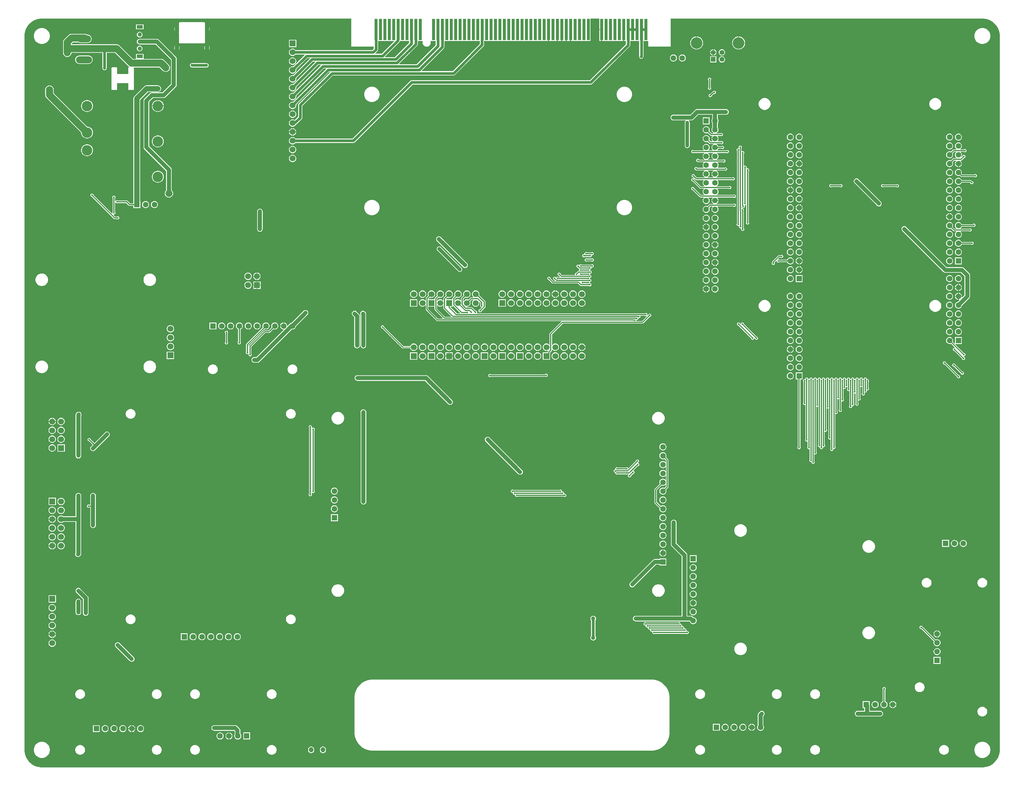
<source format=gbl>
G04*
G04 #@! TF.GenerationSoftware,Altium Limited,Altium Designer,22.6.1 (34)*
G04*
G04 Layer_Physical_Order=2*
G04 Layer_Color=16711680*
%FSLAX24Y24*%
%MOIN*%
G70*
G04*
G04 #@! TF.SameCoordinates,26A5AEE5-CAD8-478C-A69A-15EA33723DB5*
G04*
G04*
G04 #@! TF.FilePolarity,Positive*
G04*
G01*
G75*
%ADD12C,0.0079*%
%ADD17C,0.0118*%
%ADD40C,0.0669*%
%ADD41R,0.0669X0.0669*%
%ADD53R,0.0669X0.0669*%
%ADD72R,0.0358X0.2449*%
%ADD73C,0.0472*%
%ADD74C,0.0315*%
%ADD75C,0.0787*%
%ADD76C,0.0394*%
%ADD77C,0.0591*%
%ADD79O,0.1575X0.0787*%
%ADD80O,0.0787X0.1575*%
%ADD81O,0.1811X0.0787*%
%ADD82C,0.0630*%
%ADD83R,0.0630X0.0630*%
%ADD84C,0.1306*%
%ADD85C,0.0554*%
%ADD86R,0.0554X0.0554*%
%ADD87C,0.0472*%
%ADD88R,0.0709X0.0394*%
%ADD89C,0.1181*%
%ADD90R,0.0630X0.0630*%
%ADD91O,0.0512X0.0591*%
%ADD92C,0.0197*%
%ADD93C,0.0787*%
%ADD94C,0.0591*%
%ADD95C,0.0394*%
%ADD96C,0.0315*%
G36*
X46491Y81635D02*
X44349Y79493D01*
X42379D01*
X42360Y79539D01*
X44403Y81582D01*
X44455Y81660D01*
X44473Y81752D01*
Y82118D01*
X44990D01*
X45013Y82078D01*
Y81927D01*
X45013Y81926D01*
Y81878D01*
X45015Y81868D01*
X45016Y81857D01*
X45042Y81761D01*
X45046Y81752D01*
X45050Y81742D01*
X45099Y81656D01*
X45106Y81648D01*
X45112Y81640D01*
X45182Y81570D01*
X45191Y81564D01*
X45198Y81557D01*
X45284Y81507D01*
X45294Y81504D01*
X45304Y81499D01*
X45399Y81474D01*
X45410Y81473D01*
X45420Y81471D01*
X45519D01*
X45529Y81473D01*
X45540Y81474D01*
X45635Y81499D01*
X45645Y81504D01*
X45655Y81507D01*
X45740Y81557D01*
X45748Y81564D01*
X45757Y81570D01*
X45827Y81640D01*
X45833Y81648D01*
X45840Y81656D01*
X45889Y81742D01*
X45893Y81752D01*
X45897Y81761D01*
X45923Y81857D01*
X45924Y81868D01*
X45926Y81878D01*
Y81927D01*
X45926Y81927D01*
Y82115D01*
X45974Y82118D01*
Y82118D01*
X46491D01*
Y81635D01*
D02*
G37*
G36*
X108653Y84612D02*
X108902Y84545D01*
X109140Y84446D01*
X109364Y84317D01*
X109568Y84160D01*
X109751Y83978D01*
X109908Y83773D01*
X110037Y83550D01*
X110136Y83311D01*
X110203Y83062D01*
X110236Y82806D01*
Y82677D01*
Y1969D01*
Y1839D01*
X110203Y1584D01*
X110136Y1334D01*
X110037Y1096D01*
X109908Y873D01*
X109751Y668D01*
X109568Y485D01*
X109364Y328D01*
X109140Y199D01*
X108902Y100D01*
X108653Y34D01*
X108397Y0D01*
X1839D01*
X1584Y34D01*
X1334Y100D01*
X1096Y199D01*
X873Y328D01*
X668Y485D01*
X485Y668D01*
X328Y873D01*
X199Y1096D01*
X100Y1334D01*
X34Y1584D01*
X0Y1839D01*
Y1969D01*
Y82677D01*
Y82806D01*
X34Y83062D01*
X100Y83311D01*
X199Y83550D01*
X328Y83773D01*
X485Y83978D01*
X668Y84160D01*
X873Y84317D01*
X1096Y84446D01*
X1334Y84545D01*
X1584Y84612D01*
X1839Y84646D01*
X36929D01*
Y81547D01*
X36935Y81517D01*
X36952Y81490D01*
X36978Y81473D01*
X37009Y81467D01*
X39371D01*
X39402Y81473D01*
X39428Y81490D01*
X39482Y81481D01*
X39491Y81474D01*
Y81249D01*
X39318Y81075D01*
X30651D01*
X30610Y81129D01*
X30523Y81196D01*
X30423Y81237D01*
X30315Y81252D01*
X30207Y81237D01*
X30106Y81196D01*
X30020Y81129D01*
X29954Y81043D01*
X29912Y80943D01*
X29898Y80835D01*
X29912Y80727D01*
X29954Y80626D01*
X30020Y80540D01*
X30106Y80474D01*
X30207Y80432D01*
X30315Y80418D01*
X30423Y80432D01*
X30523Y80474D01*
X30610Y80540D01*
X30651Y80594D01*
X31668D01*
X31687Y80548D01*
X30651Y79511D01*
X30613Y79544D01*
X30635Y79573D01*
X30676Y79626D01*
X30718Y79727D01*
X30732Y79835D01*
X30718Y79943D01*
X30676Y80043D01*
X30610Y80129D01*
X30523Y80196D01*
X30423Y80237D01*
X30315Y80252D01*
X30207Y80237D01*
X30106Y80196D01*
X30020Y80129D01*
X29954Y80043D01*
X29912Y79943D01*
X29898Y79835D01*
X29912Y79727D01*
X29954Y79626D01*
X30020Y79540D01*
X30106Y79474D01*
X30207Y79432D01*
X30315Y79418D01*
X30423Y79432D01*
X30523Y79474D01*
X30576Y79514D01*
X30606Y79537D01*
X30639Y79499D01*
X30382Y79243D01*
X30315Y79252D01*
X30207Y79237D01*
X30106Y79196D01*
X30020Y79129D01*
X29954Y79043D01*
X29912Y78943D01*
X29898Y78835D01*
X29912Y78727D01*
X29954Y78626D01*
X30020Y78540D01*
X30106Y78474D01*
X30207Y78432D01*
X30315Y78418D01*
X30423Y78432D01*
X30523Y78474D01*
X30606Y78537D01*
X30639Y78499D01*
X30382Y78243D01*
X30315Y78252D01*
X30207Y78237D01*
X30106Y78196D01*
X30020Y78129D01*
X29954Y78043D01*
X29912Y77943D01*
X29898Y77835D01*
X29912Y77727D01*
X29954Y77626D01*
X30020Y77540D01*
X30106Y77474D01*
X30207Y77432D01*
X30315Y77418D01*
X30423Y77432D01*
X30523Y77474D01*
X30606Y77537D01*
X30639Y77499D01*
X30382Y77243D01*
X30315Y77252D01*
X30207Y77237D01*
X30106Y77196D01*
X30020Y77129D01*
X29954Y77043D01*
X29912Y76943D01*
X29898Y76835D01*
X29912Y76727D01*
X29954Y76626D01*
X30020Y76540D01*
X30106Y76474D01*
X30207Y76432D01*
X30315Y76418D01*
X30423Y76432D01*
X30523Y76474D01*
X30606Y76537D01*
X30639Y76499D01*
X30382Y76243D01*
X30315Y76252D01*
X30207Y76237D01*
X30106Y76196D01*
X30020Y76129D01*
X29954Y76043D01*
X29912Y75943D01*
X29898Y75835D01*
X29912Y75727D01*
X29954Y75626D01*
X30020Y75540D01*
X30106Y75474D01*
X30207Y75432D01*
X30315Y75418D01*
X30423Y75432D01*
X30523Y75474D01*
X30606Y75537D01*
X30639Y75499D01*
X30382Y75243D01*
X30315Y75252D01*
X30207Y75237D01*
X30106Y75196D01*
X30020Y75129D01*
X29954Y75043D01*
X29912Y74943D01*
X29898Y74835D01*
X29912Y74727D01*
X29954Y74626D01*
X30020Y74540D01*
X30106Y74474D01*
X30207Y74432D01*
X30315Y74418D01*
X30423Y74432D01*
X30523Y74474D01*
X30610Y74540D01*
X30676Y74626D01*
X30718Y74727D01*
X30732Y74835D01*
X30723Y74902D01*
X34438Y78617D01*
X34511D01*
X34530Y78571D01*
X31011Y75052D01*
X30959Y74974D01*
X30940Y74882D01*
Y73564D01*
X30551Y73175D01*
X30523Y73196D01*
X30423Y73237D01*
X30315Y73252D01*
X30207Y73237D01*
X30106Y73196D01*
X30020Y73129D01*
X29954Y73043D01*
X29912Y72943D01*
X29898Y72835D01*
X29912Y72727D01*
X29954Y72626D01*
X30020Y72540D01*
X30106Y72474D01*
X30207Y72432D01*
X30315Y72418D01*
X30423Y72432D01*
X30523Y72474D01*
X30610Y72540D01*
X30676Y72626D01*
X30697Y72677D01*
X30711Y72680D01*
X30789Y72732D01*
X31351Y73294D01*
X31404Y73372D01*
X31422Y73465D01*
Y74782D01*
X34864Y78224D01*
X42565D01*
X42565Y78224D01*
X48504D01*
X48596Y78242D01*
X48674Y78294D01*
X51881Y81501D01*
X51933Y81579D01*
X51951Y81671D01*
Y82118D01*
X59193D01*
Y83421D01*
X59272D01*
Y82118D01*
X60193D01*
Y83421D01*
X60272D01*
Y82118D01*
X60693D01*
Y83421D01*
X60772D01*
Y82118D01*
X61193D01*
Y83421D01*
X61272D01*
Y82118D01*
X61693D01*
Y83421D01*
X61772D01*
Y82118D01*
X63990D01*
Y84646D01*
X64974D01*
Y83461D01*
X65232D01*
Y83421D01*
X65272D01*
Y82118D01*
X67693D01*
Y83421D01*
X67772D01*
Y82118D01*
X67991D01*
Y81757D01*
X63916Y77682D01*
X43780D01*
X43687Y77663D01*
X43609Y77611D01*
X37073Y71075D01*
X30651D01*
X30610Y71129D01*
X30523Y71196D01*
X30423Y71237D01*
X30315Y71252D01*
X30207Y71237D01*
X30106Y71196D01*
X30020Y71129D01*
X29954Y71043D01*
X29912Y70943D01*
X29898Y70835D01*
X29912Y70727D01*
X29954Y70626D01*
X30020Y70540D01*
X30106Y70474D01*
X30207Y70432D01*
X30315Y70418D01*
X30423Y70432D01*
X30523Y70474D01*
X30610Y70540D01*
X30651Y70594D01*
X37173D01*
X37265Y70612D01*
X37344Y70664D01*
X43879Y77200D01*
X64016D01*
X64108Y77218D01*
X64186Y77271D01*
X68403Y81487D01*
X68455Y81565D01*
X68473Y81657D01*
Y82118D01*
X69491D01*
Y80394D01*
X69484Y80354D01*
X69502Y80262D01*
X69554Y80184D01*
X69632Y80132D01*
X69724Y80113D01*
X69817Y80132D01*
X69895Y80184D01*
X69903Y80192D01*
X69955Y80270D01*
X69973Y80362D01*
Y82118D01*
X70490D01*
X70513Y82078D01*
Y81547D01*
X70519Y81517D01*
X70537Y81490D01*
X70563Y81473D01*
X70593Y81467D01*
X72956D01*
X72986Y81473D01*
X73012Y81490D01*
X73030Y81517D01*
X73036Y81547D01*
Y84646D01*
X108397D01*
X108653Y84612D01*
D02*
G37*
G36*
X41780Y82072D02*
X40382Y80674D01*
X39663D01*
X39643Y80720D01*
X39903Y80979D01*
X39955Y81057D01*
X39973Y81150D01*
Y82118D01*
X41761D01*
X41780Y82072D01*
D02*
G37*
G36*
X43491Y81909D02*
X41863Y80280D01*
X40735D01*
X40716Y80326D01*
X42381Y81992D01*
X42433Y82070D01*
X42443Y82118D01*
X43491D01*
Y81909D01*
D02*
G37*
G36*
X51470Y81771D02*
X48404Y78705D01*
X44899D01*
X44880Y78752D01*
X47403Y81275D01*
X47455Y81353D01*
X47473Y81445D01*
Y82118D01*
X51470D01*
Y81771D01*
D02*
G37*
G36*
X32286Y80146D02*
X30651Y78511D01*
X30613Y78544D01*
X30676Y78626D01*
X30718Y78727D01*
X30732Y78835D01*
X30723Y78902D01*
X32013Y80192D01*
X32267D01*
X32286Y80146D01*
D02*
G37*
G36*
X32892Y79752D02*
X30651Y77511D01*
X30613Y77544D01*
X30676Y77626D01*
X30718Y77727D01*
X30732Y77835D01*
X30723Y77902D01*
X32619Y79799D01*
X32873D01*
X32892Y79752D01*
D02*
G37*
G36*
X33498Y79359D02*
X30651Y76511D01*
X30613Y76544D01*
X30676Y76626D01*
X30718Y76727D01*
X30732Y76835D01*
X30723Y76902D01*
X33226Y79405D01*
X33479D01*
X33498Y79359D01*
D02*
G37*
G36*
X34105Y78965D02*
X30651Y75511D01*
X30613Y75544D01*
X30676Y75626D01*
X30718Y75727D01*
X30732Y75835D01*
X30723Y75902D01*
X33832Y79011D01*
X34085D01*
X34105Y78965D01*
D02*
G37*
%LPC*%
G36*
X17157Y83960D02*
X17156Y83960D01*
X17155Y83959D01*
X17157Y83960D01*
D02*
G37*
G36*
X17316Y83960D02*
X17318Y83959D01*
X17317Y83960D01*
X17316Y83960D01*
D02*
G37*
G36*
X20874Y83674D02*
Y83504D01*
X20950D01*
X20945Y83547D01*
X20913Y83623D01*
X20874Y83674D01*
D02*
G37*
G36*
X17000D02*
X16961Y83623D01*
X16929Y83547D01*
X16924Y83504D01*
X17000D01*
Y83674D01*
D02*
G37*
G36*
X13465Y83996D02*
X12598D01*
Y83445D01*
X13465D01*
Y83996D01*
D02*
G37*
G36*
X20950Y83425D02*
X20874D01*
Y83255D01*
X20913Y83306D01*
X20945Y83382D01*
X20950Y83425D01*
D02*
G37*
G36*
X17000Y83425D02*
X16924D01*
X16929Y83382D01*
X16961Y83306D01*
X17000Y83255D01*
Y83425D01*
D02*
G37*
G36*
X17155Y82970D02*
X17156Y82970D01*
X17157Y82969D01*
X17155Y82970D01*
D02*
G37*
G36*
X17318Y82970D02*
X17316Y82969D01*
X17317Y82970D01*
X17318Y82970D01*
D02*
G37*
G36*
X13032Y83152D02*
X12949Y83141D01*
X12873Y83110D01*
X12807Y83059D01*
X12756Y82993D01*
X12725Y82917D01*
X12714Y82835D01*
X12725Y82752D01*
X12756Y82676D01*
X12807Y82610D01*
X12873Y82560D01*
X12949Y82528D01*
X13032Y82517D01*
X13114Y82528D01*
X13190Y82560D01*
X13256Y82610D01*
X13307Y82676D01*
X13338Y82752D01*
X13349Y82835D01*
X13338Y82917D01*
X13307Y82993D01*
X13256Y83059D01*
X13190Y83110D01*
X13114Y83141D01*
X13032Y83152D01*
D02*
G37*
G36*
X65193Y83382D02*
X64974D01*
Y82118D01*
X65193D01*
Y83382D01*
D02*
G37*
G36*
X80756Y82621D02*
Y81929D01*
X81448D01*
X81437Y82033D01*
X81396Y82171D01*
X81328Y82298D01*
X81236Y82410D01*
X81125Y82501D01*
X80998Y82569D01*
X80860Y82611D01*
X80756Y82621D01*
D02*
G37*
G36*
X76016D02*
Y81929D01*
X76708D01*
X76697Y82033D01*
X76655Y82171D01*
X76588Y82298D01*
X76496Y82410D01*
X76385Y82501D01*
X76258Y82569D01*
X76120Y82611D01*
X76016Y82621D01*
D02*
G37*
G36*
X75937Y82621D02*
X75833Y82611D01*
X75695Y82569D01*
X75568Y82501D01*
X75457Y82410D01*
X75365Y82298D01*
X75297Y82171D01*
X75255Y82033D01*
X75245Y81929D01*
X75937D01*
Y82621D01*
D02*
G37*
G36*
X80677Y82621D02*
X80573Y82611D01*
X80435Y82569D01*
X80308Y82501D01*
X80197Y82410D01*
X80105Y82298D01*
X80037Y82171D01*
X79996Y82033D01*
X79985Y81929D01*
X80677D01*
Y82621D01*
D02*
G37*
G36*
X6811Y82917D02*
X5304D01*
X5180Y82901D01*
X5066Y82854D01*
X4967Y82778D01*
X4506Y82317D01*
X4430Y82218D01*
X4382Y82103D01*
X4366Y81980D01*
Y81575D01*
X4366Y81575D01*
Y80787D01*
X4382Y80664D01*
X4430Y80549D01*
X4506Y80450D01*
X4604Y80375D01*
X4719Y80327D01*
X4843Y80311D01*
X4966Y80327D01*
X5081Y80375D01*
X5179Y80450D01*
X5255Y80549D01*
X5303Y80664D01*
X5318Y80783D01*
X8814D01*
Y79055D01*
X8833Y78963D01*
X8885Y78885D01*
X8963Y78833D01*
X9055Y78814D01*
X9147Y78833D01*
X9225Y78885D01*
X9278Y78963D01*
X9296Y79055D01*
Y80783D01*
X10235D01*
X11749Y79269D01*
X11847Y79194D01*
X11867Y79185D01*
X11857Y79135D01*
X11811D01*
X11780Y79129D01*
X11754Y79112D01*
X11737Y79086D01*
X11731Y79055D01*
Y78368D01*
X10474D01*
Y79055D01*
X10468Y79086D01*
X10450Y79112D01*
X10424Y79129D01*
X10394Y79135D01*
X9921D01*
X9891Y79129D01*
X9864Y79112D01*
X9847Y79086D01*
X9841Y79055D01*
Y76654D01*
X9847Y76623D01*
X9864Y76597D01*
X9891Y76579D01*
X9921Y76573D01*
X10394D01*
X10424Y76579D01*
X10450Y76597D01*
X10468Y76623D01*
X10474Y76654D01*
Y77341D01*
X11731D01*
Y76654D01*
X11737Y76623D01*
X11754Y76597D01*
X11780Y76579D01*
X11811Y76573D01*
X12283D01*
X12314Y76579D01*
X12340Y76597D01*
X12358Y76623D01*
X12364Y76654D01*
Y79055D01*
X12359Y79080D01*
X12363Y79093D01*
X12388Y79130D01*
X15275D01*
X15647Y78758D01*
X15746Y78682D01*
X15861Y78634D01*
X15984Y78618D01*
X16108Y78634D01*
X16223Y78682D01*
X16321Y78758D01*
X16397Y78856D01*
X16445Y78971D01*
X16461Y79094D01*
X16445Y79218D01*
X16397Y79333D01*
X16321Y79431D01*
X15809Y79943D01*
X15711Y80019D01*
X15596Y80067D01*
X15472Y80083D01*
X13508D01*
X13465Y80098D01*
X13465Y80133D01*
Y80650D01*
X12598D01*
X12598Y80098D01*
X12555Y80083D01*
X12283D01*
X10769Y81597D01*
X10670Y81673D01*
X10555Y81720D01*
X10432Y81736D01*
X5329D01*
X5323Y81786D01*
X5501Y81964D01*
X6081D01*
X6100Y81950D01*
X6215Y81902D01*
X6339Y81886D01*
X7126D01*
X7249Y81902D01*
X7364Y81950D01*
X7463Y82025D01*
X7539Y82124D01*
X7586Y82239D01*
X7602Y82362D01*
X7586Y82486D01*
X7539Y82600D01*
X7463Y82699D01*
X7364Y82775D01*
X7249Y82822D01*
X7126Y82839D01*
X7069D01*
X7049Y82854D01*
X6934Y82901D01*
X6811Y82917D01*
D02*
G37*
G36*
X20315Y84242D02*
X17559D01*
X17528Y84236D01*
X17502Y84218D01*
X17485Y84192D01*
X17479Y84161D01*
Y83876D01*
X17440Y83853D01*
X17444Y83846D01*
X17450Y83834D01*
X17455Y83822D01*
X17459Y83811D01*
X17463Y83798D01*
X17466Y83786D01*
X17469Y83773D01*
X17471Y83760D01*
X17472Y83748D01*
X17472Y83735D01*
Y83720D01*
Y83209D01*
Y83194D01*
X17472Y83181D01*
X17471Y83169D01*
X17469Y83156D01*
X17466Y83143D01*
X17463Y83131D01*
X17459Y83118D01*
X17455Y83107D01*
X17450Y83095D01*
X17444Y83083D01*
X17440Y83076D01*
X17479Y83053D01*
Y81937D01*
X17485Y81906D01*
X17502Y81880D01*
X17528Y81863D01*
X17559Y81857D01*
X20315D01*
X20346Y81863D01*
X20372Y81880D01*
X20389Y81906D01*
X20395Y81937D01*
Y83053D01*
X20426Y83072D01*
X20424Y83075D01*
X20419Y83087D01*
X20415Y83099D01*
X20411Y83111D01*
X20408Y83124D01*
X20405Y83136D01*
X20403Y83149D01*
X20402Y83162D01*
X20402Y83175D01*
Y83189D01*
Y83740D01*
Y83754D01*
X20402Y83767D01*
X20403Y83780D01*
X20405Y83793D01*
X20408Y83806D01*
X20411Y83818D01*
X20415Y83830D01*
X20419Y83842D01*
X20424Y83854D01*
X20426Y83858D01*
X20395Y83876D01*
Y84161D01*
X20389Y84192D01*
X20372Y84218D01*
X20346Y84236D01*
X20315Y84242D01*
D02*
G37*
G36*
X108349Y83584D02*
X108186D01*
X108179Y83583D01*
X108171D01*
X108011Y83551D01*
X108004Y83548D01*
X107996Y83546D01*
X107845Y83484D01*
X107839Y83480D01*
X107831Y83477D01*
X107696Y83386D01*
X107690Y83381D01*
X107684Y83376D01*
X107569Y83261D01*
X107564Y83254D01*
X107559Y83249D01*
X107468Y83113D01*
X107465Y83106D01*
X107461Y83100D01*
X107399Y82949D01*
X107397Y82941D01*
X107394Y82934D01*
X107362Y82774D01*
Y82766D01*
X107361Y82759D01*
Y82596D01*
X107362Y82588D01*
Y82580D01*
X107394Y82420D01*
X107397Y82413D01*
X107399Y82405D01*
X107461Y82255D01*
X107465Y82248D01*
X107468Y82241D01*
X107559Y82106D01*
X107564Y82100D01*
X107569Y82093D01*
X107684Y81978D01*
X107690Y81974D01*
X107696Y81968D01*
X107831Y81878D01*
X107839Y81875D01*
X107845Y81870D01*
X107996Y81808D01*
X108004Y81806D01*
X108011Y81803D01*
X108171Y81772D01*
X108179D01*
X108186Y81770D01*
X108349D01*
X108357Y81772D01*
X108365D01*
X108525Y81803D01*
X108532Y81806D01*
X108540Y81808D01*
X108690Y81870D01*
X108697Y81875D01*
X108704Y81878D01*
X108839Y81968D01*
X108845Y81974D01*
X108852Y81978D01*
X108967Y82093D01*
X108971Y82100D01*
X108977Y82106D01*
X109067Y82241D01*
X109070Y82248D01*
X109075Y82255D01*
X109137Y82405D01*
X109138Y82413D01*
X109141Y82420D01*
X109173Y82580D01*
Y82588D01*
X109175Y82596D01*
Y82759D01*
X109173Y82766D01*
Y82774D01*
X109141Y82934D01*
X109138Y82941D01*
X109137Y82949D01*
X109075Y83100D01*
X109070Y83106D01*
X109067Y83113D01*
X108977Y83249D01*
X108971Y83254D01*
X108967Y83261D01*
X108852Y83376D01*
X108845Y83381D01*
X108839Y83386D01*
X108704Y83477D01*
X108697Y83480D01*
X108690Y83484D01*
X108540Y83546D01*
X108532Y83548D01*
X108525Y83551D01*
X108365Y83583D01*
X108357D01*
X108349Y83584D01*
D02*
G37*
G36*
X2050D02*
X1887D01*
X1879Y83583D01*
X1871D01*
X1712Y83551D01*
X1704Y83548D01*
X1697Y83546D01*
X1546Y83484D01*
X1540Y83480D01*
X1532Y83477D01*
X1397Y83386D01*
X1391Y83381D01*
X1385Y83376D01*
X1270Y83261D01*
X1265Y83254D01*
X1260Y83249D01*
X1169Y83113D01*
X1166Y83106D01*
X1162Y83100D01*
X1099Y82949D01*
X1098Y82941D01*
X1095Y82934D01*
X1063Y82774D01*
Y82766D01*
X1061Y82759D01*
Y82596D01*
X1063Y82588D01*
Y82580D01*
X1095Y82420D01*
X1098Y82413D01*
X1099Y82405D01*
X1162Y82255D01*
X1166Y82248D01*
X1169Y82241D01*
X1260Y82106D01*
X1265Y82100D01*
X1270Y82093D01*
X1385Y81978D01*
X1391Y81974D01*
X1397Y81968D01*
X1532Y81878D01*
X1540Y81875D01*
X1546Y81870D01*
X1697Y81808D01*
X1704Y81806D01*
X1712Y81803D01*
X1871Y81772D01*
X1879D01*
X1887Y81770D01*
X2050D01*
X2058Y81772D01*
X2066D01*
X2225Y81803D01*
X2233Y81806D01*
X2240Y81808D01*
X2391Y81870D01*
X2397Y81875D01*
X2405Y81878D01*
X2540Y81968D01*
X2546Y81974D01*
X2552Y81978D01*
X2667Y82093D01*
X2672Y82100D01*
X2677Y82106D01*
X2768Y82241D01*
X2771Y82248D01*
X2775Y82255D01*
X2838Y82405D01*
X2839Y82413D01*
X2842Y82420D01*
X2874Y82580D01*
Y82588D01*
X2876Y82596D01*
Y82759D01*
X2874Y82766D01*
Y82774D01*
X2842Y82934D01*
X2839Y82941D01*
X2838Y82949D01*
X2775Y83100D01*
X2771Y83106D01*
X2768Y83113D01*
X2677Y83249D01*
X2672Y83254D01*
X2667Y83261D01*
X2552Y83376D01*
X2546Y83381D01*
X2540Y83386D01*
X2405Y83477D01*
X2397Y83480D01*
X2391Y83484D01*
X2240Y83546D01*
X2233Y83548D01*
X2225Y83551D01*
X2066Y83583D01*
X2058D01*
X2050Y83584D01*
D02*
G37*
G36*
X30728Y82248D02*
X29902D01*
Y81421D01*
X30728D01*
Y82248D01*
D02*
G37*
G36*
X20874Y81564D02*
Y81394D01*
X20950D01*
X20945Y81437D01*
X20913Y81513D01*
X20874Y81564D01*
D02*
G37*
G36*
X20402Y81564D02*
X20363Y81513D01*
X20331Y81437D01*
X20325Y81394D01*
X20402D01*
Y81551D01*
X20402Y81563D01*
X20402Y81564D01*
D02*
G37*
G36*
X17472D02*
X17472Y81563D01*
X17472Y81551D01*
Y81394D01*
X17549D01*
X17543Y81437D01*
X17511Y81513D01*
X17472Y81564D01*
D02*
G37*
G36*
X17000Y81564D02*
X16961Y81513D01*
X16929Y81437D01*
X16924Y81394D01*
X17000D01*
Y81551D01*
X17000Y81563D01*
X17000Y81564D01*
D02*
G37*
G36*
X75937Y81850D02*
X75245D01*
X75255Y81746D01*
X75297Y81608D01*
X75365Y81481D01*
X75457Y81370D01*
X75568Y81279D01*
X75695Y81211D01*
X75833Y81169D01*
X75937Y81159D01*
Y81850D01*
D02*
G37*
G36*
X81448D02*
X80756D01*
Y81159D01*
X80860Y81169D01*
X80998Y81211D01*
X81125Y81279D01*
X81236Y81370D01*
X81328Y81481D01*
X81396Y81608D01*
X81437Y81746D01*
X81448Y81850D01*
D02*
G37*
G36*
X80677D02*
X79985D01*
X79996Y81746D01*
X80037Y81608D01*
X80105Y81481D01*
X80197Y81370D01*
X80308Y81279D01*
X80435Y81211D01*
X80573Y81169D01*
X80677Y81159D01*
Y81850D01*
D02*
G37*
G36*
X76708D02*
X76016D01*
Y81159D01*
X76120Y81169D01*
X76258Y81211D01*
X76385Y81279D01*
X76496Y81370D01*
X76588Y81481D01*
X76655Y81608D01*
X76697Y81746D01*
X76708Y81850D01*
D02*
G37*
G36*
X17000Y81315D02*
X16924D01*
X16929Y81272D01*
X16961Y81195D01*
X17000Y81144D01*
X17000Y81145D01*
X17000Y81157D01*
Y81315D01*
D02*
G37*
G36*
X20402Y81315D02*
X20325D01*
X20331Y81272D01*
X20363Y81195D01*
X20402Y81144D01*
X20402Y81145D01*
X20402Y81157D01*
Y81315D01*
D02*
G37*
G36*
X17549Y81315D02*
X17472D01*
Y81157D01*
X17472Y81145D01*
X17472Y81144D01*
X17511Y81195D01*
X17543Y81272D01*
X17549Y81315D01*
D02*
G37*
G36*
X20950Y81315D02*
X20874D01*
Y81177D01*
Y81163D01*
X20874Y81150D01*
X20873Y81143D01*
X20913Y81195D01*
X20945Y81272D01*
X20950Y81315D01*
D02*
G37*
G36*
X13032Y81578D02*
X12949Y81567D01*
X12873Y81535D01*
X12807Y81484D01*
X12756Y81419D01*
X12725Y81342D01*
X12714Y81260D01*
X12725Y81178D01*
X12756Y81101D01*
X12807Y81035D01*
X12873Y80985D01*
X12949Y80953D01*
X13032Y80942D01*
X13114Y80953D01*
X13190Y80985D01*
X13256Y81035D01*
X13307Y81101D01*
X13338Y81178D01*
X13349Y81260D01*
X13338Y81342D01*
X13307Y81419D01*
X13256Y81484D01*
X13190Y81535D01*
X13114Y81567D01*
X13032Y81578D01*
D02*
G37*
G36*
X77894Y81181D02*
Y80866D01*
X78208D01*
X78201Y80920D01*
X78165Y81006D01*
X78108Y81081D01*
X78034Y81138D01*
X77947Y81174D01*
X77894Y81181D01*
D02*
G37*
G36*
X77815Y81181D02*
X77761Y81174D01*
X77675Y81138D01*
X77600Y81081D01*
X77543Y81006D01*
X77508Y80920D01*
X77501Y80866D01*
X77815D01*
Y81181D01*
D02*
G37*
G36*
Y80787D02*
X77501D01*
X77508Y80734D01*
X77543Y80647D01*
X77600Y80573D01*
X77675Y80516D01*
X77761Y80480D01*
X77815Y80473D01*
Y80787D01*
D02*
G37*
G36*
X78208D02*
X77894D01*
Y80473D01*
X77947Y80480D01*
X78034Y80516D01*
X78108Y80573D01*
X78165Y80647D01*
X78201Y80734D01*
X78208Y80787D01*
D02*
G37*
G36*
X78839Y81186D02*
X78746Y81174D01*
X78659Y81138D01*
X78585Y81081D01*
X78528Y81006D01*
X78492Y80920D01*
X78480Y80827D01*
X78492Y80734D01*
X78528Y80647D01*
X78585Y80573D01*
X78659Y80516D01*
X78746Y80480D01*
X78839Y80468D01*
X78931Y80480D01*
X79018Y80516D01*
X79092Y80573D01*
X79149Y80647D01*
X79185Y80734D01*
X79198Y80827D01*
X79185Y80920D01*
X79149Y81006D01*
X79092Y81081D01*
X79018Y81138D01*
X78931Y81174D01*
X78839Y81186D01*
D02*
G37*
G36*
X74358Y80594D02*
X74255Y80580D01*
X74160Y80541D01*
X74077Y80478D01*
X74014Y80395D01*
X73975Y80300D01*
X73961Y80197D01*
X73975Y80094D01*
X74014Y79998D01*
X74077Y79916D01*
X74160Y79853D01*
X74255Y79813D01*
X74358Y79800D01*
X74461Y79813D01*
X74557Y79853D01*
X74639Y79916D01*
X74702Y79998D01*
X74742Y80094D01*
X74755Y80197D01*
X74742Y80300D01*
X74702Y80395D01*
X74639Y80478D01*
X74557Y80541D01*
X74461Y80580D01*
X74358Y80594D01*
D02*
G37*
G36*
X73358D02*
X73255Y80580D01*
X73160Y80541D01*
X73077Y80478D01*
X73014Y80395D01*
X72975Y80300D01*
X72961Y80197D01*
X72975Y80094D01*
X73014Y79998D01*
X73077Y79916D01*
X73160Y79853D01*
X73255Y79813D01*
X73358Y79800D01*
X73461Y79813D01*
X73557Y79853D01*
X73639Y79916D01*
X73702Y79998D01*
X73742Y80094D01*
X73755Y80197D01*
X73742Y80300D01*
X73702Y80395D01*
X73639Y80478D01*
X73557Y80541D01*
X73461Y80580D01*
X73358Y80594D01*
D02*
G37*
G36*
X78210Y80395D02*
X77498D01*
Y79683D01*
X78210D01*
Y80395D01*
D02*
G37*
G36*
X78839Y80398D02*
X78746Y80386D01*
X78659Y80350D01*
X78585Y80293D01*
X78528Y80219D01*
X78492Y80132D01*
X78480Y80039D01*
X78492Y79946D01*
X78528Y79860D01*
X78585Y79786D01*
X78659Y79728D01*
X78746Y79693D01*
X78839Y79680D01*
X78931Y79693D01*
X79018Y79728D01*
X79092Y79786D01*
X79149Y79860D01*
X79185Y79946D01*
X79198Y80039D01*
X79185Y80132D01*
X79149Y80219D01*
X79092Y80293D01*
X79018Y80350D01*
X78931Y80386D01*
X78839Y80398D01*
D02*
G37*
G36*
X7244Y80477D02*
X6220D01*
X6097Y80460D01*
X5982Y80413D01*
X5884Y80337D01*
X5808Y80238D01*
X5760Y80123D01*
X5744Y80000D01*
X5760Y79877D01*
X5808Y79762D01*
X5884Y79663D01*
X5982Y79587D01*
X6097Y79540D01*
X6220Y79523D01*
X7244D01*
X7367Y79540D01*
X7482Y79587D01*
X7581Y79663D01*
X7657Y79762D01*
X7704Y79877D01*
X7721Y80000D01*
X7704Y80123D01*
X7657Y80238D01*
X7581Y80337D01*
X7482Y80413D01*
X7367Y80460D01*
X7244Y80477D01*
D02*
G37*
G36*
X20591Y79611D02*
X18937D01*
X18845Y79593D01*
X18767Y79540D01*
X18714Y79462D01*
X18696Y79370D01*
X18714Y79278D01*
X18767Y79200D01*
X18845Y79148D01*
X18937Y79129D01*
X20591D01*
X20683Y79148D01*
X20761Y79200D01*
X20813Y79278D01*
X20831Y79370D01*
X20813Y79462D01*
X20761Y79540D01*
X20683Y79593D01*
X20591Y79611D01*
D02*
G37*
G36*
X77441Y77976D02*
X77372Y77962D01*
X77313Y77923D01*
X77274Y77864D01*
X77260Y77795D01*
X77274Y77726D01*
X77300Y77687D01*
Y76880D01*
X77274Y76841D01*
X77260Y76772D01*
X77274Y76703D01*
X77313Y76644D01*
X77372Y76605D01*
X77441Y76591D01*
X77510Y76605D01*
X77569Y76644D01*
X77608Y76703D01*
X77622Y76772D01*
X77608Y76841D01*
X77581Y76880D01*
Y77687D01*
X77608Y77726D01*
X77622Y77795D01*
X77608Y77864D01*
X77569Y77923D01*
X77510Y77962D01*
X77441Y77976D01*
D02*
G37*
G36*
X77992Y76490D02*
X77923Y76476D01*
X77864Y76437D01*
X77862Y76433D01*
X77815Y76424D01*
X77769Y76393D01*
X77497Y76121D01*
X77451Y76112D01*
X77392Y76073D01*
X77353Y76014D01*
X77339Y75945D01*
X77353Y75876D01*
X77392Y75817D01*
X77451Y75778D01*
X77520Y75764D01*
X77589Y75778D01*
X77647Y75817D01*
X77687Y75876D01*
X77696Y75922D01*
X77919Y76145D01*
X77923Y76142D01*
X77992Y76128D01*
X78061Y76142D01*
X78120Y76181D01*
X78159Y76240D01*
X78173Y76309D01*
X78159Y76378D01*
X78120Y76437D01*
X78061Y76476D01*
X77992Y76490D01*
D02*
G37*
G36*
X67893Y76950D02*
X67737D01*
X67730Y76949D01*
X67722D01*
X67570Y76919D01*
X67562Y76916D01*
X67555Y76914D01*
X67411Y76855D01*
X67405Y76850D01*
X67397Y76847D01*
X67268Y76761D01*
X67263Y76755D01*
X67256Y76751D01*
X67147Y76641D01*
X67142Y76635D01*
X67137Y76629D01*
X67050Y76500D01*
X67047Y76493D01*
X67043Y76486D01*
X66984Y76343D01*
X66982Y76335D01*
X66979Y76328D01*
X66949Y76176D01*
Y76168D01*
X66947Y76160D01*
Y76005D01*
X66949Y75997D01*
Y75989D01*
X66979Y75837D01*
X66982Y75830D01*
X66984Y75822D01*
X67043Y75679D01*
X67047Y75672D01*
X67050Y75665D01*
X67137Y75536D01*
X67142Y75531D01*
X67147Y75524D01*
X67256Y75414D01*
X67263Y75410D01*
X67268Y75404D01*
X67397Y75318D01*
X67405Y75315D01*
X67411Y75311D01*
X67555Y75251D01*
X67562Y75250D01*
X67570Y75247D01*
X67722Y75217D01*
X67730D01*
X67737Y75215D01*
X67893D01*
X67900Y75217D01*
X67908D01*
X68060Y75247D01*
X68068Y75250D01*
X68075Y75251D01*
X68219Y75311D01*
X68225Y75315D01*
X68233Y75318D01*
X68362Y75404D01*
X68367Y75410D01*
X68374Y75414D01*
X68483Y75524D01*
X68488Y75531D01*
X68493Y75536D01*
X68580Y75665D01*
X68583Y75672D01*
X68587Y75679D01*
X68646Y75822D01*
X68648Y75830D01*
X68651Y75837D01*
X68681Y75989D01*
Y75997D01*
X68683Y76005D01*
Y76160D01*
X68681Y76168D01*
Y76176D01*
X68651Y76328D01*
X68648Y76335D01*
X68646Y76343D01*
X68587Y76486D01*
X68583Y76493D01*
X68580Y76500D01*
X68493Y76629D01*
X68488Y76635D01*
X68483Y76641D01*
X68374Y76751D01*
X68367Y76755D01*
X68362Y76761D01*
X68233Y76847D01*
X68225Y76850D01*
X68219Y76855D01*
X68075Y76914D01*
X68068Y76916D01*
X68060Y76919D01*
X67908Y76949D01*
X67900D01*
X67893Y76950D01*
D02*
G37*
G36*
X39349D02*
X39194D01*
X39186Y76949D01*
X39178D01*
X39026Y76919D01*
X39019Y76916D01*
X39011Y76914D01*
X38868Y76855D01*
X38861Y76850D01*
X38854Y76847D01*
X38725Y76761D01*
X38720Y76755D01*
X38713Y76751D01*
X38603Y76641D01*
X38599Y76635D01*
X38593Y76629D01*
X38507Y76500D01*
X38504Y76493D01*
X38500Y76486D01*
X38440Y76343D01*
X38439Y76335D01*
X38436Y76328D01*
X38406Y76176D01*
Y76168D01*
X38404Y76160D01*
Y76005D01*
X38406Y75997D01*
Y75989D01*
X38436Y75837D01*
X38439Y75830D01*
X38440Y75822D01*
X38500Y75679D01*
X38504Y75672D01*
X38507Y75665D01*
X38593Y75536D01*
X38599Y75531D01*
X38603Y75524D01*
X38713Y75414D01*
X38720Y75410D01*
X38725Y75404D01*
X38854Y75318D01*
X38861Y75315D01*
X38868Y75311D01*
X39011Y75251D01*
X39019Y75250D01*
X39026Y75247D01*
X39178Y75217D01*
X39186D01*
X39194Y75215D01*
X39349D01*
X39357Y75217D01*
X39365D01*
X39517Y75247D01*
X39524Y75250D01*
X39532Y75251D01*
X39675Y75311D01*
X39682Y75315D01*
X39689Y75318D01*
X39818Y75404D01*
X39824Y75410D01*
X39830Y75414D01*
X39940Y75524D01*
X39944Y75531D01*
X39950Y75536D01*
X40036Y75665D01*
X40039Y75672D01*
X40044Y75679D01*
X40103Y75822D01*
X40105Y75830D01*
X40108Y75837D01*
X40138Y75989D01*
Y75997D01*
X40139Y76005D01*
Y76160D01*
X40138Y76168D01*
Y76176D01*
X40108Y76328D01*
X40105Y76335D01*
X40103Y76343D01*
X40044Y76486D01*
X40039Y76493D01*
X40036Y76500D01*
X39950Y76629D01*
X39944Y76635D01*
X39940Y76641D01*
X39830Y76751D01*
X39824Y76755D01*
X39818Y76761D01*
X39689Y76847D01*
X39682Y76850D01*
X39675Y76855D01*
X39532Y76914D01*
X39524Y76916D01*
X39517Y76919D01*
X39365Y76949D01*
X39357D01*
X39349Y76950D01*
D02*
G37*
G36*
X15126Y75432D02*
Y74803D01*
X15755D01*
X15746Y74895D01*
X15708Y75021D01*
X15646Y75137D01*
X15562Y75239D01*
X15460Y75323D01*
X15344Y75385D01*
X15218Y75423D01*
X15126Y75432D01*
D02*
G37*
G36*
X15047D02*
X14955Y75423D01*
X14829Y75385D01*
X14713Y75323D01*
X14611Y75239D01*
X14527Y75137D01*
X14465Y75021D01*
X14427Y74895D01*
X14418Y74803D01*
X15047D01*
Y75432D01*
D02*
G37*
G36*
X103011Y75671D02*
X102895D01*
X102887Y75669D01*
X102879D01*
X102765Y75647D01*
X102758Y75644D01*
X102750Y75642D01*
X102642Y75598D01*
X102636Y75593D01*
X102628Y75590D01*
X102532Y75525D01*
X102526Y75520D01*
X102520Y75515D01*
X102437Y75433D01*
X102433Y75427D01*
X102427Y75421D01*
X102363Y75324D01*
X102360Y75317D01*
X102355Y75310D01*
X102311Y75203D01*
X102309Y75195D01*
X102306Y75188D01*
X102283Y75074D01*
Y75066D01*
X102282Y75058D01*
Y74942D01*
X102283Y74934D01*
Y74926D01*
X102306Y74812D01*
X102309Y74805D01*
X102311Y74797D01*
X102355Y74690D01*
X102360Y74683D01*
X102363Y74676D01*
X102427Y74579D01*
X102433Y74573D01*
X102437Y74567D01*
X102520Y74485D01*
X102526Y74480D01*
X102532Y74475D01*
X102628Y74410D01*
X102636Y74407D01*
X102642Y74402D01*
X102750Y74358D01*
X102758Y74356D01*
X102765Y74353D01*
X102879Y74331D01*
X102887D01*
X102895Y74329D01*
X103011D01*
X103019Y74331D01*
X103027D01*
X103141Y74353D01*
X103148Y74356D01*
X103156Y74358D01*
X103263Y74402D01*
X103270Y74407D01*
X103277Y74410D01*
X103374Y74475D01*
X103379Y74480D01*
X103386Y74485D01*
X103468Y74567D01*
X103473Y74573D01*
X103478Y74579D01*
X103543Y74676D01*
X103546Y74683D01*
X103550Y74690D01*
X103595Y74797D01*
X103596Y74805D01*
X103599Y74812D01*
X103622Y74926D01*
Y74934D01*
X103624Y74942D01*
Y75058D01*
X103622Y75066D01*
Y75074D01*
X103599Y75188D01*
X103596Y75195D01*
X103595Y75203D01*
X103550Y75310D01*
X103546Y75317D01*
X103543Y75324D01*
X103478Y75421D01*
X103473Y75427D01*
X103468Y75433D01*
X103386Y75515D01*
X103379Y75520D01*
X103374Y75525D01*
X103277Y75590D01*
X103270Y75593D01*
X103263Y75598D01*
X103156Y75642D01*
X103148Y75644D01*
X103141Y75647D01*
X103027Y75669D01*
X103019D01*
X103011Y75671D01*
D02*
G37*
G36*
X83720D02*
X83603D01*
X83596Y75669D01*
X83588D01*
X83474Y75647D01*
X83466Y75644D01*
X83458Y75642D01*
X83351Y75598D01*
X83344Y75593D01*
X83337Y75590D01*
X83240Y75525D01*
X83235Y75520D01*
X83228Y75515D01*
X83146Y75433D01*
X83142Y75427D01*
X83136Y75421D01*
X83071Y75324D01*
X83068Y75317D01*
X83064Y75310D01*
X83019Y75203D01*
X83018Y75195D01*
X83015Y75188D01*
X82992Y75074D01*
Y75066D01*
X82991Y75058D01*
Y74942D01*
X82992Y74934D01*
Y74926D01*
X83015Y74812D01*
X83018Y74805D01*
X83019Y74797D01*
X83064Y74690D01*
X83068Y74683D01*
X83071Y74676D01*
X83136Y74579D01*
X83142Y74573D01*
X83146Y74567D01*
X83228Y74485D01*
X83235Y74480D01*
X83240Y74475D01*
X83337Y74410D01*
X83344Y74407D01*
X83351Y74402D01*
X83458Y74358D01*
X83466Y74356D01*
X83474Y74353D01*
X83588Y74331D01*
X83595D01*
X83603Y74329D01*
X83720D01*
X83727Y74331D01*
X83735D01*
X83849Y74353D01*
X83857Y74356D01*
X83864Y74358D01*
X83972Y74402D01*
X83978Y74407D01*
X83986Y74410D01*
X84082Y74475D01*
X84088Y74480D01*
X84095Y74485D01*
X84177Y74567D01*
X84181Y74573D01*
X84187Y74579D01*
X84252Y74676D01*
X84255Y74683D01*
X84259Y74690D01*
X84303Y74797D01*
X84305Y74805D01*
X84308Y74812D01*
X84331Y74926D01*
Y74934D01*
X84332Y74942D01*
Y75058D01*
X84331Y75066D01*
Y75074D01*
X84308Y75188D01*
X84305Y75195D01*
X84303Y75203D01*
X84259Y75310D01*
X84255Y75317D01*
X84252Y75324D01*
X84187Y75421D01*
X84181Y75427D01*
X84177Y75433D01*
X84095Y75515D01*
X84088Y75520D01*
X84082Y75525D01*
X83986Y75590D01*
X83978Y75593D01*
X83972Y75598D01*
X83864Y75642D01*
X83857Y75644D01*
X83849Y75647D01*
X83735Y75669D01*
X83727D01*
X83720Y75671D01*
D02*
G37*
G36*
X15755Y74724D02*
X15126D01*
Y74095D01*
X15218Y74104D01*
X15344Y74142D01*
X15460Y74205D01*
X15562Y74288D01*
X15646Y74390D01*
X15708Y74506D01*
X15746Y74633D01*
X15755Y74724D01*
D02*
G37*
G36*
X15047D02*
X14418D01*
X14427Y74633D01*
X14465Y74506D01*
X14527Y74390D01*
X14611Y74288D01*
X14713Y74205D01*
X14829Y74142D01*
X14955Y74104D01*
X15047Y74095D01*
Y74724D01*
D02*
G37*
G36*
X7087Y75436D02*
X6955Y75423D01*
X6829Y75385D01*
X6713Y75323D01*
X6611Y75239D01*
X6527Y75137D01*
X6465Y75021D01*
X6427Y74895D01*
X6414Y74764D01*
X6427Y74633D01*
X6465Y74506D01*
X6527Y74390D01*
X6611Y74288D01*
X6713Y74205D01*
X6829Y74142D01*
X6955Y74104D01*
X7087Y74091D01*
X7218Y74104D01*
X7344Y74142D01*
X7460Y74205D01*
X7562Y74288D01*
X7646Y74390D01*
X7708Y74506D01*
X7746Y74633D01*
X7759Y74764D01*
X7746Y74895D01*
X7708Y75021D01*
X7646Y75137D01*
X7562Y75239D01*
X7460Y75323D01*
X7344Y75385D01*
X7218Y75423D01*
X7087Y75436D01*
D02*
G37*
G36*
X30315Y74252D02*
X30207Y74237D01*
X30106Y74196D01*
X30020Y74129D01*
X29954Y74043D01*
X29912Y73943D01*
X29898Y73835D01*
X29912Y73727D01*
X29954Y73626D01*
X30020Y73540D01*
X30106Y73474D01*
X30207Y73432D01*
X30315Y73418D01*
X30423Y73432D01*
X30523Y73474D01*
X30610Y73540D01*
X30676Y73626D01*
X30718Y73727D01*
X30732Y73835D01*
X30718Y73943D01*
X30676Y74043D01*
X30610Y74129D01*
X30523Y74196D01*
X30423Y74237D01*
X30315Y74252D01*
D02*
G37*
G36*
X77453Y73476D02*
X76665D01*
Y72689D01*
X77453D01*
Y73476D01*
D02*
G37*
G36*
X30354Y72246D02*
Y71874D01*
X30727D01*
X30718Y71943D01*
X30676Y72043D01*
X30610Y72129D01*
X30523Y72196D01*
X30423Y72237D01*
X30354Y72246D01*
D02*
G37*
G36*
X30276D02*
X30207Y72237D01*
X30106Y72196D01*
X30020Y72129D01*
X29954Y72043D01*
X29912Y71943D01*
X29903Y71874D01*
X30276D01*
Y72246D01*
D02*
G37*
G36*
X79291Y74412D02*
X76024D01*
X75941Y74401D01*
X75865Y74370D01*
X75799Y74319D01*
X75262Y73782D01*
X73346D01*
X73264Y73771D01*
X73188Y73740D01*
X73122Y73689D01*
X73071Y73623D01*
X73040Y73547D01*
X73029Y73465D01*
X73040Y73382D01*
X73071Y73306D01*
X73122Y73240D01*
X73188Y73189D01*
X73264Y73158D01*
X73346Y73147D01*
X74742D01*
X74759Y73097D01*
X74725Y73071D01*
X74681Y73013D01*
X74653Y72946D01*
X74643Y72874D01*
Y70276D01*
X74653Y70204D01*
X74681Y70137D01*
X74725Y70079D01*
X74782Y70035D01*
X74849Y70007D01*
X74921Y69998D01*
X74993Y70007D01*
X75060Y70035D01*
X75118Y70079D01*
X75162Y70137D01*
X75190Y70204D01*
X75199Y70276D01*
Y72874D01*
X75190Y72946D01*
X75162Y73013D01*
X75118Y73071D01*
X75084Y73097D01*
X75100Y73147D01*
X75394D01*
X75476Y73158D01*
X75553Y73189D01*
X75618Y73240D01*
X76155Y73777D01*
X77741D01*
Y73315D01*
X77715Y73281D01*
X77675Y73185D01*
X77662Y73083D01*
X77675Y72980D01*
X77715Y72884D01*
X77741Y72850D01*
Y72315D01*
X77715Y72281D01*
X77675Y72185D01*
X77662Y72083D01*
X77675Y71980D01*
X77715Y71884D01*
X77778Y71802D01*
X77861Y71739D01*
X77892Y71726D01*
X77882Y71676D01*
X77664D01*
X77419Y71922D01*
X77443Y71980D01*
X77456Y72083D01*
X77443Y72185D01*
X77403Y72281D01*
X77340Y72363D01*
X77258Y72427D01*
X77162Y72466D01*
X77059Y72480D01*
X76956Y72466D01*
X76861Y72427D01*
X76778Y72363D01*
X76715Y72281D01*
X76675Y72185D01*
X76662Y72083D01*
X76675Y71980D01*
X76715Y71884D01*
X76778Y71802D01*
X76861Y71739D01*
X76956Y71699D01*
X77059Y71686D01*
X77162Y71699D01*
X77220Y71723D01*
X77507Y71436D01*
X77553Y71406D01*
X77606Y71395D01*
X77740D01*
X77764Y71345D01*
X77715Y71281D01*
X77675Y71185D01*
X77667Y71122D01*
X78451D01*
X78443Y71185D01*
X78403Y71281D01*
X78354Y71345D01*
X78378Y71395D01*
X78671D01*
X78710Y71369D01*
X78780Y71355D01*
X78849Y71369D01*
X78907Y71408D01*
X78946Y71466D01*
X78960Y71535D01*
X78946Y71605D01*
X78907Y71663D01*
X78849Y71702D01*
X78780Y71716D01*
X78710Y71702D01*
X78671Y71676D01*
X78237D01*
X78227Y71726D01*
X78258Y71739D01*
X78340Y71802D01*
X78403Y71884D01*
X78443Y71980D01*
X78456Y72083D01*
X78443Y72185D01*
X78403Y72281D01*
X78377Y72315D01*
Y72850D01*
X78403Y72884D01*
X78443Y72980D01*
X78456Y73083D01*
X78443Y73185D01*
X78403Y73281D01*
X78377Y73315D01*
Y73777D01*
X79291D01*
X79374Y73788D01*
X79450Y73819D01*
X79516Y73870D01*
X79566Y73936D01*
X79598Y74012D01*
X79609Y74094D01*
X79598Y74177D01*
X79566Y74253D01*
X79516Y74319D01*
X79450Y74370D01*
X79374Y74401D01*
X79291Y74412D01*
D02*
G37*
G36*
X30727Y71795D02*
X30354D01*
Y71423D01*
X30423Y71432D01*
X30523Y71474D01*
X30610Y71540D01*
X30676Y71626D01*
X30718Y71727D01*
X30727Y71795D01*
D02*
G37*
G36*
X30276D02*
X29903D01*
X29912Y71727D01*
X29954Y71626D01*
X30020Y71540D01*
X30106Y71474D01*
X30207Y71432D01*
X30276Y71423D01*
Y71795D01*
D02*
G37*
G36*
X2835Y77091D02*
X2711Y77074D01*
X2596Y77027D01*
X2498Y76951D01*
X2422Y76852D01*
X2374Y76738D01*
X2358Y76614D01*
Y76016D01*
X2374Y75892D01*
X2422Y75777D01*
X2498Y75679D01*
X6414Y71762D01*
X6427Y71633D01*
X6465Y71506D01*
X6527Y71390D01*
X6611Y71288D01*
X6713Y71205D01*
X6829Y71142D01*
X6955Y71104D01*
X7087Y71091D01*
X7218Y71104D01*
X7344Y71142D01*
X7460Y71205D01*
X7562Y71288D01*
X7646Y71390D01*
X7708Y71506D01*
X7746Y71633D01*
X7759Y71764D01*
X7746Y71895D01*
X7708Y72021D01*
X7646Y72137D01*
X7562Y72239D01*
X7460Y72323D01*
X7344Y72385D01*
X7218Y72423D01*
X7088Y72436D01*
X3311Y76213D01*
Y76614D01*
X3295Y76738D01*
X3247Y76852D01*
X3172Y76951D01*
X3073Y77027D01*
X2958Y77074D01*
X2835Y77091D01*
D02*
G37*
G36*
X105563Y71649D02*
X105460Y71636D01*
X105364Y71596D01*
X105282Y71533D01*
X105219Y71451D01*
X105179Y71355D01*
X105166Y71252D01*
X105179Y71149D01*
X105219Y71053D01*
X105282Y70971D01*
X105364Y70908D01*
X105460Y70868D01*
X105563Y70855D01*
X105666Y70868D01*
X105762Y70908D01*
X105844Y70971D01*
X105907Y71053D01*
X105947Y71149D01*
X105960Y71252D01*
X105947Y71355D01*
X105907Y71451D01*
X105844Y71533D01*
X105762Y71596D01*
X105666Y71636D01*
X105563Y71649D01*
D02*
G37*
G36*
X104563D02*
X104460Y71636D01*
X104364Y71596D01*
X104282Y71533D01*
X104219Y71451D01*
X104179Y71355D01*
X104166Y71252D01*
X104179Y71149D01*
X104219Y71053D01*
X104282Y70971D01*
X104364Y70908D01*
X104460Y70868D01*
X104563Y70855D01*
X104666Y70868D01*
X104762Y70908D01*
X104844Y70971D01*
X104907Y71053D01*
X104947Y71149D01*
X104960Y71252D01*
X104947Y71355D01*
X104907Y71451D01*
X104844Y71533D01*
X104762Y71596D01*
X104666Y71636D01*
X104563Y71649D01*
D02*
G37*
G36*
X87563D02*
X87460Y71636D01*
X87364Y71596D01*
X87282Y71533D01*
X87219Y71451D01*
X87179Y71355D01*
X87166Y71252D01*
X87179Y71149D01*
X87219Y71053D01*
X87282Y70971D01*
X87364Y70908D01*
X87460Y70868D01*
X87563Y70855D01*
X87666Y70868D01*
X87762Y70908D01*
X87844Y70971D01*
X87907Y71053D01*
X87947Y71149D01*
X87960Y71252D01*
X87947Y71355D01*
X87907Y71451D01*
X87844Y71533D01*
X87762Y71596D01*
X87666Y71636D01*
X87563Y71649D01*
D02*
G37*
G36*
X86563D02*
X86460Y71636D01*
X86364Y71596D01*
X86282Y71533D01*
X86219Y71451D01*
X86179Y71355D01*
X86166Y71252D01*
X86179Y71149D01*
X86219Y71053D01*
X86282Y70971D01*
X86364Y70908D01*
X86460Y70868D01*
X86563Y70855D01*
X86666Y70868D01*
X86762Y70908D01*
X86844Y70971D01*
X86907Y71053D01*
X86947Y71149D01*
X86960Y71252D01*
X86947Y71355D01*
X86907Y71451D01*
X86844Y71533D01*
X86762Y71596D01*
X86666Y71636D01*
X86563Y71649D01*
D02*
G37*
G36*
X77059Y71480D02*
X76956Y71466D01*
X76861Y71427D01*
X76778Y71363D01*
X76715Y71281D01*
X76675Y71185D01*
X76662Y71083D01*
X76675Y70980D01*
X76715Y70884D01*
X76778Y70802D01*
X76861Y70739D01*
X76956Y70699D01*
X77059Y70686D01*
X77162Y70699D01*
X77220Y70723D01*
X77412Y70531D01*
X77458Y70500D01*
X77512Y70489D01*
X77882D01*
X77892Y70439D01*
X77861Y70427D01*
X77778Y70363D01*
X77715Y70281D01*
X77675Y70185D01*
X77662Y70083D01*
X77675Y69980D01*
X77715Y69884D01*
X77778Y69802D01*
X77788Y69794D01*
X77772Y69747D01*
X77346D01*
X77330Y69794D01*
X77340Y69802D01*
X77403Y69884D01*
X77443Y69980D01*
X77456Y70083D01*
X77443Y70185D01*
X77403Y70281D01*
X77340Y70363D01*
X77258Y70427D01*
X77162Y70466D01*
X77059Y70480D01*
X76956Y70466D01*
X76861Y70427D01*
X76778Y70363D01*
X76715Y70281D01*
X76675Y70185D01*
X76662Y70083D01*
X76675Y69980D01*
X76715Y69884D01*
X76778Y69802D01*
X76788Y69794D01*
X76772Y69747D01*
X75660D01*
X75620Y69773D01*
X75551Y69787D01*
X75482Y69773D01*
X75423Y69734D01*
X75384Y69675D01*
X75371Y69606D01*
X75384Y69537D01*
X75423Y69479D01*
X75482Y69439D01*
X75551Y69426D01*
X75620Y69439D01*
X75660Y69466D01*
X76830D01*
X76846Y69416D01*
X76778Y69363D01*
X76715Y69281D01*
X76675Y69185D01*
X76667Y69122D01*
X77451D01*
X77443Y69185D01*
X77403Y69281D01*
X77340Y69363D01*
X77272Y69416D01*
X77289Y69466D01*
X77829D01*
X77846Y69416D01*
X77778Y69363D01*
X77715Y69281D01*
X77675Y69185D01*
X77662Y69083D01*
X77675Y68980D01*
X77715Y68884D01*
X77778Y68802D01*
X77861Y68739D01*
X77873Y68734D01*
X77863Y68684D01*
X77256D01*
X77246Y68734D01*
X77258Y68739D01*
X77340Y68802D01*
X77403Y68884D01*
X77443Y68980D01*
X77451Y69043D01*
X76667D01*
X76675Y68980D01*
X76715Y68884D01*
X76778Y68802D01*
X76861Y68739D01*
X76873Y68734D01*
X76863Y68684D01*
X76271D01*
X76269Y68691D01*
X76230Y68750D01*
X76171Y68789D01*
X76102Y68803D01*
X76033Y68789D01*
X75975Y68750D01*
X75935Y68691D01*
X75922Y68622D01*
X75935Y68553D01*
X75975Y68494D01*
X76033Y68455D01*
X76102Y68441D01*
X76106Y68442D01*
X76149Y68414D01*
X76202Y68403D01*
X76754D01*
X76770Y68353D01*
X76715Y68281D01*
X76675Y68185D01*
X76662Y68083D01*
X76675Y67980D01*
X76715Y67884D01*
X76764Y67820D01*
X76740Y67770D01*
X76056D01*
X76033Y67805D01*
X75975Y67844D01*
X75906Y67858D01*
X75836Y67844D01*
X75778Y67805D01*
X75739Y67746D01*
X75725Y67677D01*
X75739Y67608D01*
X75778Y67549D01*
X75836Y67510D01*
X75906Y67497D01*
X75922Y67500D01*
X75974Y67489D01*
X76882D01*
X76892Y67439D01*
X76861Y67427D01*
X76778Y67363D01*
X76715Y67281D01*
X76675Y67185D01*
X76662Y67083D01*
X76675Y66980D01*
X76715Y66884D01*
X76778Y66802D01*
X76861Y66739D01*
X76892Y66726D01*
X76882Y66676D01*
X76003D01*
X75767Y66912D01*
X75757Y66959D01*
X75718Y67017D01*
X75660Y67057D01*
X75591Y67070D01*
X75521Y67057D01*
X75463Y67017D01*
X75424Y66959D01*
X75410Y66890D01*
X75424Y66821D01*
X75463Y66762D01*
X75521Y66723D01*
X75568Y66714D01*
X75671Y66610D01*
X75640Y66571D01*
X75620Y66584D01*
X75551Y66598D01*
X75482Y66584D01*
X75423Y66545D01*
X75384Y66486D01*
X75371Y66417D01*
X75384Y66348D01*
X75423Y66290D01*
X75482Y66250D01*
X75529Y66241D01*
X76318Y65452D01*
X76364Y65421D01*
X76417Y65411D01*
X76762D01*
X76773Y65379D01*
X76776Y65361D01*
X76715Y65281D01*
X76675Y65185D01*
X76662Y65083D01*
X76675Y64980D01*
X76715Y64884D01*
X76778Y64802D01*
X76836Y64757D01*
X76819Y64707D01*
X76476D01*
X75727Y65456D01*
X75718Y65502D01*
X75679Y65561D01*
X75620Y65600D01*
X75551Y65614D01*
X75482Y65600D01*
X75423Y65561D01*
X75384Y65502D01*
X75371Y65433D01*
X75384Y65364D01*
X75423Y65305D01*
X75482Y65266D01*
X75529Y65257D01*
X76318Y64468D01*
X76364Y64437D01*
X76417Y64426D01*
X76783D01*
X76799Y64379D01*
X76778Y64363D01*
X76715Y64281D01*
X76675Y64185D01*
X76662Y64083D01*
X76675Y63980D01*
X76715Y63884D01*
X76778Y63802D01*
X76861Y63739D01*
X76956Y63699D01*
X77059Y63686D01*
X77162Y63699D01*
X77258Y63739D01*
X77340Y63802D01*
X77403Y63884D01*
X77443Y63980D01*
X77456Y64083D01*
X77443Y64185D01*
X77403Y64281D01*
X77340Y64363D01*
X77319Y64379D01*
X77336Y64426D01*
X77783D01*
X77799Y64379D01*
X77778Y64363D01*
X77715Y64281D01*
X77675Y64185D01*
X77667Y64122D01*
X78451D01*
X78443Y64185D01*
X78403Y64281D01*
X78340Y64363D01*
X78319Y64379D01*
X78336Y64426D01*
X80128D01*
X80167Y64400D01*
X80236Y64386D01*
X80305Y64400D01*
X80364Y64439D01*
X80403Y64498D01*
X80417Y64567D01*
X80403Y64636D01*
X80364Y64695D01*
X80305Y64734D01*
X80236Y64748D01*
X80167Y64734D01*
X80128Y64707D01*
X78299D01*
X78282Y64757D01*
X78340Y64802D01*
X78403Y64884D01*
X78443Y64980D01*
X78456Y65083D01*
X78443Y65185D01*
X78403Y65281D01*
X78342Y65361D01*
X78345Y65379D01*
X78356Y65411D01*
X79616D01*
X79655Y65384D01*
X79724Y65371D01*
X79794Y65384D01*
X79852Y65423D01*
X79891Y65482D01*
X79905Y65551D01*
X79891Y65620D01*
X79852Y65679D01*
X79794Y65718D01*
X79724Y65732D01*
X79655Y65718D01*
X79616Y65692D01*
X78292D01*
X78261Y65736D01*
X78261Y65742D01*
X78340Y65802D01*
X78403Y65884D01*
X78443Y65980D01*
X78456Y66083D01*
X78443Y66185D01*
X78403Y66281D01*
X78354Y66345D01*
X78378Y66395D01*
X80009D01*
X80049Y66369D01*
X80118Y66355D01*
X80187Y66369D01*
X80246Y66408D01*
X80285Y66466D01*
X80299Y66535D01*
X80285Y66605D01*
X80246Y66663D01*
X80187Y66702D01*
X80118Y66716D01*
X80049Y66702D01*
X80009Y66676D01*
X78237D01*
X78227Y66726D01*
X78258Y66739D01*
X78340Y66802D01*
X78403Y66884D01*
X78443Y66980D01*
X78451Y67043D01*
X77667D01*
X77675Y66980D01*
X77715Y66884D01*
X77778Y66802D01*
X77861Y66739D01*
X77892Y66726D01*
X77882Y66676D01*
X77237D01*
X77227Y66726D01*
X77258Y66739D01*
X77340Y66802D01*
X77403Y66884D01*
X77443Y66980D01*
X77456Y67083D01*
X77443Y67185D01*
X77403Y67281D01*
X77340Y67363D01*
X77258Y67427D01*
X77227Y67439D01*
X77237Y67489D01*
X77882D01*
X77892Y67439D01*
X77861Y67427D01*
X77778Y67363D01*
X77715Y67281D01*
X77675Y67185D01*
X77667Y67122D01*
X78451D01*
X78443Y67185D01*
X78403Y67281D01*
X78340Y67363D01*
X78258Y67427D01*
X78227Y67439D01*
X78237Y67489D01*
X79155D01*
X79183Y67471D01*
X79252Y67457D01*
X79321Y67471D01*
X79380Y67510D01*
X79419Y67569D01*
X79433Y67638D01*
X79419Y67707D01*
X79380Y67766D01*
X79321Y67805D01*
X79252Y67818D01*
X79183Y67805D01*
X79132Y67770D01*
X78378D01*
X78354Y67820D01*
X78403Y67884D01*
X78443Y67980D01*
X78456Y68083D01*
X78443Y68185D01*
X78403Y68281D01*
X78348Y68353D01*
X78364Y68403D01*
X78946D01*
X78986Y68376D01*
X79055Y68363D01*
X79124Y68376D01*
X79183Y68416D01*
X79222Y68474D01*
X79236Y68543D01*
X79222Y68612D01*
X79183Y68671D01*
X79124Y68710D01*
X79055Y68724D01*
X78986Y68710D01*
X78946Y68684D01*
X78256D01*
X78246Y68734D01*
X78258Y68739D01*
X78340Y68802D01*
X78403Y68884D01*
X78443Y68980D01*
X78456Y69083D01*
X78443Y69185D01*
X78403Y69281D01*
X78340Y69363D01*
X78272Y69416D01*
X78289Y69466D01*
X79340D01*
X79380Y69439D01*
X79449Y69426D01*
X79518Y69439D01*
X79577Y69479D01*
X79616Y69537D01*
X79629Y69606D01*
X79616Y69675D01*
X79577Y69734D01*
X79518Y69773D01*
X79449Y69787D01*
X79380Y69773D01*
X79340Y69747D01*
X78346D01*
X78330Y69794D01*
X78340Y69802D01*
X78403Y69884D01*
X78427Y69942D01*
X78783D01*
X78829Y69912D01*
X78898Y69898D01*
X78967Y69912D01*
X79025Y69951D01*
X79065Y70010D01*
X79078Y70079D01*
X79065Y70148D01*
X79025Y70206D01*
X78967Y70246D01*
X78898Y70259D01*
X78829Y70246D01*
X78795Y70223D01*
X78427D01*
X78403Y70281D01*
X78340Y70363D01*
X78258Y70427D01*
X78227Y70439D01*
X78237Y70489D01*
X78710D01*
X78750Y70463D01*
X78819Y70449D01*
X78888Y70463D01*
X78947Y70502D01*
X78986Y70561D01*
X79000Y70630D01*
X78986Y70699D01*
X78947Y70758D01*
X78888Y70797D01*
X78819Y70811D01*
X78750Y70797D01*
X78710Y70770D01*
X78378D01*
X78354Y70820D01*
X78403Y70884D01*
X78443Y70980D01*
X78451Y71043D01*
X77667D01*
X77675Y70980D01*
X77715Y70884D01*
X77764Y70820D01*
X77740Y70770D01*
X77570D01*
X77419Y70922D01*
X77443Y70980D01*
X77456Y71083D01*
X77443Y71185D01*
X77403Y71281D01*
X77340Y71363D01*
X77258Y71427D01*
X77162Y71466D01*
X77059Y71480D01*
D02*
G37*
G36*
X15087Y71436D02*
X14955Y71423D01*
X14829Y71385D01*
X14713Y71323D01*
X14611Y71239D01*
X14527Y71137D01*
X14465Y71021D01*
X14427Y70895D01*
X14414Y70764D01*
X14427Y70633D01*
X14465Y70506D01*
X14527Y70390D01*
X14611Y70288D01*
X14713Y70205D01*
X14829Y70142D01*
X14955Y70104D01*
X15087Y70091D01*
X15218Y70104D01*
X15344Y70142D01*
X15460Y70205D01*
X15562Y70288D01*
X15646Y70390D01*
X15708Y70506D01*
X15746Y70633D01*
X15759Y70764D01*
X15746Y70895D01*
X15708Y71021D01*
X15646Y71137D01*
X15562Y71239D01*
X15460Y71323D01*
X15344Y71385D01*
X15218Y71423D01*
X15087Y71436D01*
D02*
G37*
G36*
X80906Y70299D02*
X80836Y70285D01*
X80778Y70246D01*
X80739Y70187D01*
X80725Y70118D01*
X80739Y70049D01*
X80725Y69981D01*
X80715Y69975D01*
X80669Y69984D01*
X80600Y69970D01*
X80542Y69931D01*
X80502Y69872D01*
X80489Y69803D01*
X80502Y69734D01*
X80529Y69695D01*
Y61487D01*
X80502Y61447D01*
X80489Y61378D01*
X80502Y61309D01*
X80542Y61250D01*
X80600Y61211D01*
X80669Y61197D01*
X80738Y61211D01*
X80749Y61218D01*
X80785Y61182D01*
X80778Y61171D01*
X80764Y61102D01*
X80778Y61033D01*
X80817Y60975D01*
X80876Y60935D01*
X80945Y60922D01*
X80975Y60928D01*
X80989Y60916D01*
X81012Y60884D01*
X81000Y60827D01*
X81014Y60758D01*
X81053Y60699D01*
X81112Y60660D01*
X81181Y60646D01*
X81250Y60660D01*
X81309Y60699D01*
X81348Y60758D01*
X81362Y60827D01*
X81348Y60896D01*
X81322Y60935D01*
Y62971D01*
X81316Y62999D01*
X81322Y63032D01*
X81309Y63101D01*
X81269Y63159D01*
X81211Y63198D01*
X81142Y63212D01*
X81096Y63203D01*
X81046Y63236D01*
Y63318D01*
X81054Y63324D01*
X81122Y63312D01*
X81132Y63297D01*
X81191Y63258D01*
X81260Y63245D01*
X81329Y63258D01*
X81388Y63297D01*
X81427Y63356D01*
X81440Y63425D01*
X81427Y63494D01*
X81411Y63518D01*
X81441Y63563D01*
X81457Y63560D01*
X81526Y63573D01*
X81542Y63584D01*
X81592Y63557D01*
Y61644D01*
X81565Y61605D01*
X81552Y61535D01*
X81565Y61466D01*
X81605Y61408D01*
X81663Y61369D01*
X81732Y61355D01*
X81801Y61369D01*
X81860Y61408D01*
X81899Y61466D01*
X81913Y61535D01*
X81899Y61605D01*
X81873Y61644D01*
Y67450D01*
X81899Y67490D01*
X81913Y67559D01*
X81899Y67628D01*
X81860Y67687D01*
X81801Y67726D01*
X81732Y67740D01*
X81663Y67726D01*
X81653Y67719D01*
X81616Y67755D01*
X81624Y67766D01*
X81637Y67835D01*
X81624Y67904D01*
X81584Y67962D01*
X81526Y68002D01*
X81457Y68015D01*
X81388Y68002D01*
X81372Y67991D01*
X81322Y68018D01*
Y69380D01*
X81348Y69419D01*
X81362Y69488D01*
X81348Y69557D01*
X81309Y69616D01*
X81250Y69655D01*
X81181Y69669D01*
X81112Y69655D01*
X81096Y69644D01*
X81046Y69671D01*
Y70009D01*
X81072Y70049D01*
X81086Y70118D01*
X81072Y70187D01*
X81033Y70246D01*
X80975Y70285D01*
X80906Y70299D01*
D02*
G37*
G36*
X104563Y70649D02*
X104460Y70636D01*
X104364Y70596D01*
X104282Y70533D01*
X104219Y70451D01*
X104179Y70355D01*
X104166Y70252D01*
X104179Y70149D01*
X104219Y70053D01*
X104282Y69971D01*
X104364Y69908D01*
X104460Y69868D01*
X104563Y69855D01*
X104666Y69868D01*
X104762Y69908D01*
X104844Y69971D01*
X104907Y70053D01*
X104947Y70149D01*
X104960Y70252D01*
X104947Y70355D01*
X104907Y70451D01*
X104844Y70533D01*
X104762Y70596D01*
X104666Y70636D01*
X104563Y70649D01*
D02*
G37*
G36*
X87563D02*
X87460Y70636D01*
X87364Y70596D01*
X87282Y70533D01*
X87219Y70451D01*
X87179Y70355D01*
X87166Y70252D01*
X87179Y70149D01*
X87219Y70053D01*
X87282Y69971D01*
X87364Y69908D01*
X87460Y69868D01*
X87563Y69855D01*
X87666Y69868D01*
X87762Y69908D01*
X87844Y69971D01*
X87907Y70053D01*
X87947Y70149D01*
X87960Y70252D01*
X87947Y70355D01*
X87907Y70451D01*
X87844Y70533D01*
X87762Y70596D01*
X87666Y70636D01*
X87563Y70649D01*
D02*
G37*
G36*
X86563D02*
X86460Y70636D01*
X86364Y70596D01*
X86282Y70533D01*
X86219Y70451D01*
X86179Y70355D01*
X86166Y70252D01*
X86179Y70149D01*
X86219Y70053D01*
X86282Y69971D01*
X86364Y69908D01*
X86460Y69868D01*
X86563Y69855D01*
X86666Y69868D01*
X86762Y69908D01*
X86844Y69971D01*
X86907Y70053D01*
X86947Y70149D01*
X86960Y70252D01*
X86947Y70355D01*
X86907Y70451D01*
X86844Y70533D01*
X86762Y70596D01*
X86666Y70636D01*
X86563Y70649D01*
D02*
G37*
G36*
X105563D02*
X105460Y70636D01*
X105364Y70596D01*
X105282Y70533D01*
X105219Y70451D01*
X105179Y70355D01*
X105166Y70252D01*
X105179Y70149D01*
X105219Y70053D01*
X105282Y69971D01*
X105356Y69915D01*
X105349Y69879D01*
X105342Y69865D01*
X105035D01*
X104982Y69854D01*
X104936Y69824D01*
X104724Y69611D01*
X104666Y69636D01*
X104563Y69649D01*
X104460Y69636D01*
X104364Y69596D01*
X104282Y69533D01*
X104219Y69451D01*
X104179Y69355D01*
X104166Y69252D01*
X104179Y69149D01*
X104219Y69053D01*
X104282Y68971D01*
X104364Y68908D01*
X104460Y68868D01*
X104563Y68855D01*
X104666Y68868D01*
X104762Y68908D01*
X104844Y68971D01*
X104907Y69053D01*
X104947Y69149D01*
X104960Y69252D01*
X104947Y69355D01*
X104923Y69413D01*
X105094Y69584D01*
X105271D01*
X105287Y69537D01*
X105282Y69533D01*
X105219Y69451D01*
X105179Y69355D01*
X105166Y69252D01*
X105179Y69149D01*
X105219Y69053D01*
X105282Y68971D01*
X105335Y68931D01*
X105318Y68881D01*
X105051D01*
X104997Y68870D01*
X104952Y68840D01*
X104724Y68611D01*
X104666Y68636D01*
X104563Y68649D01*
X104460Y68636D01*
X104364Y68596D01*
X104282Y68533D01*
X104219Y68451D01*
X104179Y68355D01*
X104166Y68252D01*
X104179Y68149D01*
X104219Y68053D01*
X104282Y67971D01*
X104364Y67908D01*
X104460Y67868D01*
X104563Y67855D01*
X104666Y67868D01*
X104762Y67908D01*
X104844Y67971D01*
X104907Y68053D01*
X104947Y68149D01*
X104960Y68252D01*
X104947Y68355D01*
X104923Y68413D01*
X105109Y68600D01*
X105287D01*
X105304Y68550D01*
X105282Y68533D01*
X105219Y68451D01*
X105179Y68355D01*
X105171Y68291D01*
X105563D01*
X105955D01*
X105947Y68355D01*
X105907Y68451D01*
X105844Y68533D01*
X105822Y68550D01*
X105839Y68600D01*
X105866D01*
X105920Y68610D01*
X105965Y68641D01*
X106204Y68879D01*
X106250Y68888D01*
X106309Y68927D01*
X106348Y68986D01*
X106362Y69055D01*
X106348Y69124D01*
X106309Y69183D01*
X106250Y69222D01*
X106181Y69236D01*
X106112Y69222D01*
X106053Y69183D01*
X106014Y69124D01*
X106005Y69078D01*
X105934Y69007D01*
X105897Y69040D01*
X105907Y69053D01*
X105947Y69149D01*
X105960Y69252D01*
X105947Y69355D01*
X105907Y69451D01*
X105844Y69533D01*
X105839Y69537D01*
X105855Y69584D01*
X106191D01*
X106230Y69558D01*
X106299Y69544D01*
X106368Y69558D01*
X106427Y69597D01*
X106466Y69655D01*
X106480Y69724D01*
X106466Y69794D01*
X106427Y69852D01*
X106368Y69891D01*
X106299Y69905D01*
X106230Y69891D01*
X106191Y69865D01*
X105784D01*
X105777Y69879D01*
X105770Y69915D01*
X105844Y69971D01*
X105907Y70053D01*
X105947Y70149D01*
X105960Y70252D01*
X105947Y70355D01*
X105907Y70451D01*
X105844Y70533D01*
X105762Y70596D01*
X105666Y70636D01*
X105563Y70649D01*
D02*
G37*
G36*
X30315Y70252D02*
X30207Y70237D01*
X30106Y70196D01*
X30020Y70129D01*
X29954Y70043D01*
X29912Y69943D01*
X29898Y69835D01*
X29912Y69727D01*
X29954Y69626D01*
X30020Y69540D01*
X30106Y69474D01*
X30207Y69432D01*
X30315Y69418D01*
X30423Y69432D01*
X30523Y69474D01*
X30610Y69540D01*
X30676Y69626D01*
X30718Y69727D01*
X30732Y69835D01*
X30718Y69943D01*
X30676Y70043D01*
X30610Y70129D01*
X30523Y70196D01*
X30423Y70237D01*
X30315Y70252D01*
D02*
G37*
G36*
X7087Y70436D02*
X6955Y70423D01*
X6829Y70385D01*
X6713Y70323D01*
X6611Y70239D01*
X6527Y70137D01*
X6465Y70021D01*
X6427Y69895D01*
X6414Y69764D01*
X6427Y69633D01*
X6465Y69506D01*
X6527Y69390D01*
X6611Y69288D01*
X6713Y69205D01*
X6829Y69142D01*
X6955Y69104D01*
X7087Y69091D01*
X7218Y69104D01*
X7344Y69142D01*
X7460Y69205D01*
X7562Y69288D01*
X7646Y69390D01*
X7708Y69506D01*
X7746Y69633D01*
X7759Y69764D01*
X7746Y69895D01*
X7708Y70021D01*
X7646Y70137D01*
X7562Y70239D01*
X7460Y70323D01*
X7344Y70385D01*
X7218Y70423D01*
X7087Y70436D01*
D02*
G37*
G36*
X87563Y69649D02*
X87460Y69636D01*
X87364Y69596D01*
X87282Y69533D01*
X87219Y69451D01*
X87179Y69355D01*
X87166Y69252D01*
X87179Y69149D01*
X87219Y69053D01*
X87282Y68971D01*
X87364Y68908D01*
X87460Y68868D01*
X87563Y68855D01*
X87666Y68868D01*
X87762Y68908D01*
X87844Y68971D01*
X87907Y69053D01*
X87947Y69149D01*
X87960Y69252D01*
X87947Y69355D01*
X87907Y69451D01*
X87844Y69533D01*
X87762Y69596D01*
X87666Y69636D01*
X87563Y69649D01*
D02*
G37*
G36*
X86563D02*
X86460Y69636D01*
X86364Y69596D01*
X86282Y69533D01*
X86219Y69451D01*
X86179Y69355D01*
X86166Y69252D01*
X86179Y69149D01*
X86219Y69053D01*
X86282Y68971D01*
X86364Y68908D01*
X86460Y68868D01*
X86563Y68855D01*
X86666Y68868D01*
X86762Y68908D01*
X86844Y68971D01*
X86907Y69053D01*
X86947Y69149D01*
X86960Y69252D01*
X86947Y69355D01*
X86907Y69451D01*
X86844Y69533D01*
X86762Y69596D01*
X86666Y69636D01*
X86563Y69649D01*
D02*
G37*
G36*
X30315Y69252D02*
X30207Y69237D01*
X30106Y69196D01*
X30020Y69129D01*
X29954Y69043D01*
X29912Y68943D01*
X29898Y68835D01*
X29912Y68727D01*
X29954Y68626D01*
X30020Y68540D01*
X30106Y68474D01*
X30207Y68432D01*
X30315Y68418D01*
X30423Y68432D01*
X30523Y68474D01*
X30610Y68540D01*
X30676Y68626D01*
X30718Y68727D01*
X30732Y68835D01*
X30718Y68943D01*
X30676Y69043D01*
X30610Y69129D01*
X30523Y69196D01*
X30423Y69237D01*
X30315Y69252D01*
D02*
G37*
G36*
X87602Y68644D02*
Y68291D01*
X87955D01*
X87947Y68355D01*
X87907Y68451D01*
X87844Y68533D01*
X87762Y68596D01*
X87666Y68636D01*
X87602Y68644D01*
D02*
G37*
G36*
X87524D02*
X87460Y68636D01*
X87364Y68596D01*
X87282Y68533D01*
X87219Y68451D01*
X87179Y68355D01*
X87171Y68291D01*
X87524D01*
Y68644D01*
D02*
G37*
G36*
X105955Y68213D02*
X105602D01*
Y67860D01*
X105666Y67868D01*
X105762Y67908D01*
X105844Y67971D01*
X105907Y68053D01*
X105947Y68149D01*
X105955Y68213D01*
D02*
G37*
G36*
X87955D02*
X87602D01*
Y67860D01*
X87666Y67868D01*
X87762Y67908D01*
X87844Y67971D01*
X87907Y68053D01*
X87947Y68149D01*
X87955Y68213D01*
D02*
G37*
G36*
X105524D02*
X105171D01*
X105179Y68149D01*
X105219Y68053D01*
X105282Y67971D01*
X105364Y67908D01*
X105460Y67868D01*
X105524Y67860D01*
Y68213D01*
D02*
G37*
G36*
X87524D02*
X87171D01*
X87179Y68149D01*
X87219Y68053D01*
X87282Y67971D01*
X87364Y67908D01*
X87460Y67868D01*
X87524Y67860D01*
Y68213D01*
D02*
G37*
G36*
X86563Y68649D02*
X86460Y68636D01*
X86364Y68596D01*
X86282Y68533D01*
X86219Y68451D01*
X86179Y68355D01*
X86166Y68252D01*
X86179Y68149D01*
X86219Y68053D01*
X86282Y67971D01*
X86364Y67908D01*
X86460Y67868D01*
X86563Y67855D01*
X86666Y67868D01*
X86762Y67908D01*
X86844Y67971D01*
X86907Y68053D01*
X86947Y68149D01*
X86960Y68252D01*
X86947Y68355D01*
X86907Y68451D01*
X86844Y68533D01*
X86762Y68596D01*
X86666Y68636D01*
X86563Y68649D01*
D02*
G37*
G36*
X104563Y67649D02*
X104460Y67636D01*
X104364Y67596D01*
X104282Y67533D01*
X104219Y67451D01*
X104179Y67355D01*
X104166Y67252D01*
X104179Y67149D01*
X104219Y67053D01*
X104282Y66971D01*
X104364Y66908D01*
X104460Y66868D01*
X104563Y66855D01*
X104666Y66868D01*
X104762Y66908D01*
X104844Y66971D01*
X104907Y67053D01*
X104947Y67149D01*
X104960Y67252D01*
X104947Y67355D01*
X104907Y67451D01*
X104844Y67533D01*
X104762Y67596D01*
X104666Y67636D01*
X104563Y67649D01*
D02*
G37*
G36*
X87563D02*
X87460Y67636D01*
X87364Y67596D01*
X87282Y67533D01*
X87219Y67451D01*
X87179Y67355D01*
X87166Y67252D01*
X87179Y67149D01*
X87219Y67053D01*
X87282Y66971D01*
X87364Y66908D01*
X87460Y66868D01*
X87563Y66855D01*
X87666Y66868D01*
X87762Y66908D01*
X87844Y66971D01*
X87907Y67053D01*
X87947Y67149D01*
X87960Y67252D01*
X87947Y67355D01*
X87907Y67451D01*
X87844Y67533D01*
X87762Y67596D01*
X87666Y67636D01*
X87563Y67649D01*
D02*
G37*
G36*
X86563D02*
X86460Y67636D01*
X86364Y67596D01*
X86282Y67533D01*
X86219Y67451D01*
X86179Y67355D01*
X86166Y67252D01*
X86179Y67149D01*
X86219Y67053D01*
X86282Y66971D01*
X86364Y66908D01*
X86460Y66868D01*
X86563Y66855D01*
X86666Y66868D01*
X86762Y66908D01*
X86844Y66971D01*
X86907Y67053D01*
X86947Y67149D01*
X86960Y67252D01*
X86947Y67355D01*
X86907Y67451D01*
X86844Y67533D01*
X86762Y67596D01*
X86666Y67636D01*
X86563Y67649D01*
D02*
G37*
G36*
X105563D02*
X105460Y67636D01*
X105364Y67596D01*
X105282Y67533D01*
X105219Y67451D01*
X105179Y67355D01*
X105166Y67252D01*
X105179Y67149D01*
X105219Y67053D01*
X105282Y66971D01*
X105364Y66908D01*
X105460Y66868D01*
X105563Y66855D01*
X105666Y66868D01*
X105725Y66893D01*
X105828Y66790D01*
X105873Y66760D01*
X105927Y66749D01*
X107372D01*
X107411Y66723D01*
X107480Y66709D01*
X107549Y66723D01*
X107608Y66762D01*
X107647Y66821D01*
X107661Y66890D01*
X107647Y66959D01*
X107608Y67017D01*
X107549Y67057D01*
X107480Y67070D01*
X107411Y67057D01*
X107372Y67030D01*
X105985D01*
X105923Y67092D01*
X105947Y67149D01*
X105960Y67252D01*
X105947Y67355D01*
X105907Y67451D01*
X105844Y67533D01*
X105762Y67596D01*
X105666Y67636D01*
X105563Y67649D01*
D02*
G37*
G36*
X15087Y67436D02*
X14955Y67423D01*
X14829Y67385D01*
X14713Y67323D01*
X14611Y67239D01*
X14527Y67137D01*
X14465Y67021D01*
X14427Y66895D01*
X14414Y66764D01*
X14427Y66633D01*
X14465Y66506D01*
X14527Y66390D01*
X14611Y66288D01*
X14713Y66205D01*
X14829Y66142D01*
X14955Y66104D01*
X15087Y66091D01*
X15218Y66104D01*
X15344Y66142D01*
X15460Y66205D01*
X15562Y66288D01*
X15646Y66390D01*
X15708Y66506D01*
X15746Y66633D01*
X15759Y66764D01*
X15746Y66895D01*
X15708Y67021D01*
X15646Y67137D01*
X15562Y67239D01*
X15460Y67323D01*
X15344Y67385D01*
X15218Y67423D01*
X15087Y67436D01*
D02*
G37*
G36*
X105563Y66649D02*
X105460Y66636D01*
X105364Y66596D01*
X105282Y66533D01*
X105219Y66451D01*
X105179Y66355D01*
X105166Y66252D01*
X105179Y66149D01*
X105219Y66053D01*
X105282Y65971D01*
X105364Y65908D01*
X105460Y65868D01*
X105563Y65855D01*
X105666Y65868D01*
X105762Y65908D01*
X105844Y65971D01*
X105907Y66053D01*
X105933Y66115D01*
X106854D01*
X106916Y66053D01*
X106920Y66033D01*
X106959Y65975D01*
X107017Y65935D01*
X107087Y65922D01*
X107156Y65935D01*
X107214Y65975D01*
X107254Y66033D01*
X107267Y66102D01*
X107254Y66171D01*
X107214Y66230D01*
X107156Y66269D01*
X107087Y66283D01*
X107084Y66282D01*
X107011Y66355D01*
X106966Y66386D01*
X106912Y66396D01*
X105929D01*
X105907Y66451D01*
X105844Y66533D01*
X105762Y66596D01*
X105666Y66636D01*
X105563Y66649D01*
D02*
G37*
G36*
X98661Y65929D02*
X98592Y65915D01*
X98553Y65889D01*
X97116D01*
X97077Y65915D01*
X97008Y65929D01*
X96939Y65915D01*
X96880Y65876D01*
X96841Y65817D01*
X96827Y65748D01*
X96841Y65679D01*
X96880Y65620D01*
X96939Y65581D01*
X97008Y65567D01*
X97077Y65581D01*
X97116Y65608D01*
X98553D01*
X98592Y65581D01*
X98661Y65567D01*
X98731Y65581D01*
X98789Y65620D01*
X98828Y65679D01*
X98842Y65748D01*
X98828Y65817D01*
X98789Y65876D01*
X98731Y65915D01*
X98661Y65929D01*
D02*
G37*
G36*
X92283D02*
X92214Y65915D01*
X92175Y65889D01*
X91250D01*
X91211Y65915D01*
X91142Y65929D01*
X91073Y65915D01*
X91014Y65876D01*
X90975Y65817D01*
X90961Y65748D01*
X90975Y65679D01*
X91014Y65620D01*
X91073Y65581D01*
X91142Y65567D01*
X91211Y65581D01*
X91250Y65608D01*
X92175D01*
X92214Y65581D01*
X92283Y65567D01*
X92353Y65581D01*
X92411Y65620D01*
X92450Y65679D01*
X92464Y65748D01*
X92450Y65817D01*
X92411Y65876D01*
X92353Y65915D01*
X92283Y65929D01*
D02*
G37*
G36*
X104563Y66649D02*
X104460Y66636D01*
X104364Y66596D01*
X104282Y66533D01*
X104219Y66451D01*
X104179Y66355D01*
X104166Y66252D01*
X104179Y66149D01*
X104219Y66053D01*
X104282Y65971D01*
X104364Y65908D01*
X104460Y65868D01*
X104563Y65855D01*
X104666Y65868D01*
X104762Y65908D01*
X104844Y65971D01*
X104907Y66053D01*
X104947Y66149D01*
X104960Y66252D01*
X104947Y66355D01*
X104907Y66451D01*
X104844Y66533D01*
X104762Y66596D01*
X104666Y66636D01*
X104563Y66649D01*
D02*
G37*
G36*
X87563D02*
X87460Y66636D01*
X87364Y66596D01*
X87282Y66533D01*
X87219Y66451D01*
X87179Y66355D01*
X87166Y66252D01*
X87179Y66149D01*
X87219Y66053D01*
X87282Y65971D01*
X87364Y65908D01*
X87460Y65868D01*
X87563Y65855D01*
X87666Y65868D01*
X87762Y65908D01*
X87844Y65971D01*
X87907Y66053D01*
X87947Y66149D01*
X87960Y66252D01*
X87947Y66355D01*
X87907Y66451D01*
X87844Y66533D01*
X87762Y66596D01*
X87666Y66636D01*
X87563Y66649D01*
D02*
G37*
G36*
X86563D02*
X86460Y66636D01*
X86364Y66596D01*
X86282Y66533D01*
X86219Y66451D01*
X86179Y66355D01*
X86166Y66252D01*
X86179Y66149D01*
X86219Y66053D01*
X86282Y65971D01*
X86364Y65908D01*
X86460Y65868D01*
X86563Y65855D01*
X86666Y65868D01*
X86762Y65908D01*
X86844Y65971D01*
X86907Y66053D01*
X86947Y66149D01*
X86960Y66252D01*
X86947Y66355D01*
X86907Y66451D01*
X86844Y66533D01*
X86762Y66596D01*
X86666Y66636D01*
X86563Y66649D01*
D02*
G37*
G36*
X86602Y65644D02*
Y65291D01*
X86955D01*
X86947Y65355D01*
X86907Y65451D01*
X86844Y65533D01*
X86762Y65596D01*
X86666Y65636D01*
X86602Y65644D01*
D02*
G37*
G36*
X86524D02*
X86460Y65636D01*
X86364Y65596D01*
X86282Y65533D01*
X86219Y65451D01*
X86179Y65355D01*
X86171Y65291D01*
X86524D01*
Y65644D01*
D02*
G37*
G36*
X86955Y65213D02*
X86602D01*
Y64860D01*
X86666Y64868D01*
X86762Y64908D01*
X86844Y64971D01*
X86907Y65053D01*
X86947Y65149D01*
X86955Y65213D01*
D02*
G37*
G36*
X86524D02*
X86171D01*
X86179Y65149D01*
X86219Y65053D01*
X86282Y64971D01*
X86364Y64908D01*
X86460Y64868D01*
X86524Y64860D01*
Y65213D01*
D02*
G37*
G36*
X105563Y65649D02*
X105460Y65636D01*
X105364Y65596D01*
X105282Y65533D01*
X105219Y65451D01*
X105179Y65355D01*
X105166Y65252D01*
X105179Y65149D01*
X105219Y65053D01*
X105282Y64971D01*
X105364Y64908D01*
X105460Y64868D01*
X105563Y64855D01*
X105666Y64868D01*
X105762Y64908D01*
X105844Y64971D01*
X105907Y65053D01*
X105947Y65149D01*
X105960Y65252D01*
X105947Y65355D01*
X105907Y65451D01*
X105844Y65533D01*
X105762Y65596D01*
X105666Y65636D01*
X105563Y65649D01*
D02*
G37*
G36*
X104563D02*
X104460Y65636D01*
X104364Y65596D01*
X104282Y65533D01*
X104219Y65451D01*
X104179Y65355D01*
X104166Y65252D01*
X104179Y65149D01*
X104219Y65053D01*
X104282Y64971D01*
X104364Y64908D01*
X104460Y64868D01*
X104563Y64855D01*
X104666Y64868D01*
X104762Y64908D01*
X104844Y64971D01*
X104907Y65053D01*
X104947Y65149D01*
X104960Y65252D01*
X104947Y65355D01*
X104907Y65451D01*
X104844Y65533D01*
X104762Y65596D01*
X104666Y65636D01*
X104563Y65649D01*
D02*
G37*
G36*
X87563D02*
X87460Y65636D01*
X87364Y65596D01*
X87282Y65533D01*
X87219Y65451D01*
X87179Y65355D01*
X87166Y65252D01*
X87179Y65149D01*
X87219Y65053D01*
X87282Y64971D01*
X87364Y64908D01*
X87460Y64868D01*
X87563Y64855D01*
X87666Y64868D01*
X87762Y64908D01*
X87844Y64971D01*
X87907Y65053D01*
X87947Y65149D01*
X87960Y65252D01*
X87947Y65355D01*
X87907Y65451D01*
X87844Y65533D01*
X87762Y65596D01*
X87666Y65636D01*
X87563Y65649D01*
D02*
G37*
G36*
X14961Y82365D02*
X13032D01*
X12949Y82354D01*
X12873Y82322D01*
X12807Y82272D01*
X12756Y82206D01*
X12725Y82129D01*
X12714Y82047D01*
X12725Y81965D01*
X12756Y81888D01*
X12807Y81823D01*
X12873Y81772D01*
X12949Y81740D01*
X13032Y81730D01*
X14829D01*
X16572Y79987D01*
Y77258D01*
X15616Y76302D01*
X14409D01*
X14327Y76291D01*
X14251Y76259D01*
X14185Y76209D01*
X13555Y75579D01*
X13504Y75513D01*
X13473Y75437D01*
X13462Y75354D01*
Y70118D01*
X13473Y70036D01*
X13504Y69959D01*
X13555Y69893D01*
X16021Y67427D01*
Y65234D01*
X16002Y65219D01*
X15926Y65120D01*
X15878Y65005D01*
X15862Y64882D01*
X15878Y64759D01*
X15926Y64644D01*
X16002Y64545D01*
X16100Y64469D01*
X16215Y64422D01*
X16339Y64405D01*
X16462Y64422D01*
X16577Y64469D01*
X16676Y64545D01*
X16751Y64644D01*
X16799Y64759D01*
X16815Y64882D01*
X16799Y65005D01*
X16751Y65120D01*
X16676Y65219D01*
X16656Y65234D01*
Y67559D01*
X16645Y67641D01*
X16614Y67718D01*
X16563Y67784D01*
X14097Y70250D01*
Y75223D01*
X14541Y75667D01*
X15748D01*
X15830Y75677D01*
X15907Y75709D01*
X15973Y75760D01*
X17114Y76901D01*
X17165Y76967D01*
X17197Y77044D01*
X17207Y77126D01*
Y80118D01*
X17197Y80200D01*
X17165Y80277D01*
X17114Y80343D01*
X15185Y82272D01*
X15119Y82322D01*
X15043Y82354D01*
X14961Y82365D01*
D02*
G37*
G36*
X105563Y64649D02*
X105460Y64636D01*
X105364Y64596D01*
X105282Y64533D01*
X105219Y64451D01*
X105179Y64355D01*
X105166Y64252D01*
X105179Y64149D01*
X105219Y64053D01*
X105282Y63971D01*
X105364Y63908D01*
X105460Y63868D01*
X105563Y63855D01*
X105666Y63868D01*
X105762Y63908D01*
X105844Y63971D01*
X105907Y64053D01*
X105947Y64149D01*
X105960Y64252D01*
X105947Y64355D01*
X105907Y64451D01*
X105844Y64533D01*
X105762Y64596D01*
X105666Y64636D01*
X105563Y64649D01*
D02*
G37*
G36*
X104563D02*
X104460Y64636D01*
X104364Y64596D01*
X104282Y64533D01*
X104219Y64451D01*
X104179Y64355D01*
X104166Y64252D01*
X104179Y64149D01*
X104219Y64053D01*
X104282Y63971D01*
X104364Y63908D01*
X104460Y63868D01*
X104563Y63855D01*
X104666Y63868D01*
X104762Y63908D01*
X104844Y63971D01*
X104907Y64053D01*
X104947Y64149D01*
X104960Y64252D01*
X104947Y64355D01*
X104907Y64451D01*
X104844Y64533D01*
X104762Y64596D01*
X104666Y64636D01*
X104563Y64649D01*
D02*
G37*
G36*
X87563D02*
X87460Y64636D01*
X87364Y64596D01*
X87282Y64533D01*
X87219Y64451D01*
X87179Y64355D01*
X87166Y64252D01*
X87179Y64149D01*
X87219Y64053D01*
X87282Y63971D01*
X87364Y63908D01*
X87460Y63868D01*
X87563Y63855D01*
X87666Y63868D01*
X87762Y63908D01*
X87844Y63971D01*
X87907Y64053D01*
X87947Y64149D01*
X87960Y64252D01*
X87947Y64355D01*
X87907Y64451D01*
X87844Y64533D01*
X87762Y64596D01*
X87666Y64636D01*
X87563Y64649D01*
D02*
G37*
G36*
X86563D02*
X86460Y64636D01*
X86364Y64596D01*
X86282Y64533D01*
X86219Y64451D01*
X86179Y64355D01*
X86166Y64252D01*
X86179Y64149D01*
X86219Y64053D01*
X86282Y63971D01*
X86364Y63908D01*
X86460Y63868D01*
X86563Y63855D01*
X86666Y63868D01*
X86762Y63908D01*
X86844Y63971D01*
X86907Y64053D01*
X86947Y64149D01*
X86960Y64252D01*
X86947Y64355D01*
X86907Y64451D01*
X86844Y64533D01*
X86762Y64596D01*
X86666Y64636D01*
X86563Y64649D01*
D02*
G37*
G36*
X15079Y77110D02*
X13819D01*
X13721Y77097D01*
X13630Y77059D01*
X13552Y76999D01*
X12434Y75881D01*
X12374Y75803D01*
X12336Y75712D01*
X12324Y75614D01*
Y64016D01*
X12307D01*
Y63763D01*
X11948D01*
X11674Y64036D01*
X11629Y64067D01*
X11575Y64078D01*
X10581D01*
X10542Y64104D01*
X10472Y64118D01*
X10403Y64104D01*
X10345Y64065D01*
X10335Y64050D01*
X10267Y64038D01*
X10259Y64044D01*
Y64340D01*
X10285Y64380D01*
X10299Y64449D01*
X10285Y64518D01*
X10246Y64577D01*
X10187Y64616D01*
X10118Y64629D01*
X10049Y64616D01*
X9990Y64577D01*
X9951Y64518D01*
X9937Y64449D01*
X9951Y64380D01*
X9978Y64340D01*
Y62786D01*
X9951Y62746D01*
X9937Y62677D01*
X9943Y62649D01*
X9897Y62625D01*
X7814Y64708D01*
X7805Y64754D01*
X7766Y64813D01*
X7707Y64852D01*
X7638Y64866D01*
X7569Y64852D01*
X7510Y64813D01*
X7471Y64754D01*
X7457Y64685D01*
X7471Y64616D01*
X7510Y64557D01*
X7569Y64518D01*
X7615Y64509D01*
X10098Y62027D01*
X10143Y61996D01*
X10197Y61985D01*
X10443D01*
X10482Y61959D01*
X10551Y61945D01*
X10620Y61959D01*
X10679Y61998D01*
X10718Y62057D01*
X10732Y62126D01*
X10718Y62195D01*
X10679Y62254D01*
X10620Y62293D01*
X10551Y62307D01*
X10482Y62293D01*
X10443Y62266D01*
X10255D01*
X10066Y62456D01*
X10090Y62502D01*
X10118Y62497D01*
X10187Y62510D01*
X10246Y62549D01*
X10285Y62608D01*
X10299Y62677D01*
X10285Y62746D01*
X10259Y62786D01*
Y63830D01*
X10267Y63836D01*
X10335Y63824D01*
X10345Y63809D01*
X10403Y63770D01*
X10472Y63756D01*
X10542Y63770D01*
X10581Y63797D01*
X11517D01*
X11790Y63523D01*
X11836Y63492D01*
X11890Y63482D01*
X12307D01*
Y63228D01*
X13094D01*
Y64016D01*
X13078D01*
Y75458D01*
X13975Y76355D01*
X15079D01*
X15176Y76368D01*
X15267Y76406D01*
X15345Y76466D01*
X15405Y76544D01*
X15443Y76635D01*
X15456Y76732D01*
X15443Y76830D01*
X15405Y76921D01*
X15345Y76999D01*
X15267Y77059D01*
X15176Y77097D01*
X15079Y77110D01*
D02*
G37*
G36*
X78451Y64043D02*
X77667D01*
X77675Y63980D01*
X77715Y63884D01*
X77778Y63802D01*
X77861Y63739D01*
X77873Y63734D01*
X77863Y63684D01*
X77520D01*
X77466Y63673D01*
X77420Y63643D01*
X77220Y63442D01*
X77162Y63466D01*
X77059Y63480D01*
X76956Y63466D01*
X76861Y63427D01*
X76778Y63363D01*
X76715Y63281D01*
X76675Y63185D01*
X76662Y63083D01*
X76675Y62980D01*
X76715Y62884D01*
X76778Y62802D01*
X76861Y62739D01*
X76956Y62699D01*
X77059Y62686D01*
X77162Y62699D01*
X77258Y62739D01*
X77340Y62802D01*
X77403Y62884D01*
X77443Y62980D01*
X77456Y63083D01*
X77443Y63185D01*
X77419Y63244D01*
X77578Y63403D01*
X77754D01*
X77770Y63353D01*
X77715Y63281D01*
X77675Y63185D01*
X77662Y63083D01*
X77675Y62980D01*
X77715Y62884D01*
X77778Y62802D01*
X77861Y62739D01*
X77956Y62699D01*
X78059Y62686D01*
X78162Y62699D01*
X78258Y62739D01*
X78340Y62802D01*
X78403Y62884D01*
X78443Y62980D01*
X78456Y63083D01*
X78443Y63185D01*
X78403Y63281D01*
X78348Y63353D01*
X78364Y63403D01*
X80128D01*
X80167Y63376D01*
X80236Y63363D01*
X80305Y63376D01*
X80364Y63416D01*
X80403Y63474D01*
X80417Y63543D01*
X80403Y63612D01*
X80364Y63671D01*
X80305Y63710D01*
X80236Y63724D01*
X80167Y63710D01*
X80128Y63684D01*
X78256D01*
X78246Y63734D01*
X78258Y63739D01*
X78340Y63802D01*
X78403Y63884D01*
X78443Y63980D01*
X78451Y64043D01*
D02*
G37*
G36*
X94055Y66578D02*
X93973Y66567D01*
X93896Y66535D01*
X93830Y66484D01*
X93780Y66419D01*
X93748Y66342D01*
X93737Y66260D01*
X93748Y66178D01*
X93780Y66101D01*
X93830Y66035D01*
X96350Y63516D01*
X96416Y63465D01*
X96493Y63433D01*
X96575Y63422D01*
X96657Y63433D01*
X96734Y63465D01*
X96799Y63516D01*
X96850Y63581D01*
X96882Y63658D01*
X96892Y63740D01*
X96882Y63822D01*
X96850Y63899D01*
X96799Y63965D01*
X96799Y63965D01*
X94280Y66484D01*
X94280Y66484D01*
X94214Y66535D01*
X94137Y66567D01*
X94055Y66578D01*
D02*
G37*
G36*
X87602Y63644D02*
Y63291D01*
X87955D01*
X87947Y63355D01*
X87907Y63451D01*
X87844Y63533D01*
X87762Y63596D01*
X87666Y63636D01*
X87602Y63644D01*
D02*
G37*
G36*
X87524D02*
X87460Y63636D01*
X87364Y63596D01*
X87282Y63533D01*
X87219Y63451D01*
X87179Y63355D01*
X87171Y63291D01*
X87524D01*
Y63644D01*
D02*
G37*
G36*
X14701Y64019D02*
X14598Y64006D01*
X14502Y63966D01*
X14420Y63903D01*
X14357Y63821D01*
X14317Y63725D01*
X14304Y63622D01*
X14317Y63519D01*
X14357Y63424D01*
X14420Y63341D01*
X14502Y63278D01*
X14598Y63238D01*
X14701Y63225D01*
X14804Y63238D01*
X14899Y63278D01*
X14982Y63341D01*
X15045Y63424D01*
X15084Y63519D01*
X15098Y63622D01*
X15084Y63725D01*
X15045Y63821D01*
X14982Y63903D01*
X14899Y63966D01*
X14804Y64006D01*
X14701Y64019D01*
D02*
G37*
G36*
X13701D02*
X13598Y64006D01*
X13502Y63966D01*
X13420Y63903D01*
X13357Y63821D01*
X13317Y63725D01*
X13304Y63622D01*
X13317Y63519D01*
X13357Y63424D01*
X13420Y63341D01*
X13502Y63278D01*
X13598Y63238D01*
X13701Y63225D01*
X13804Y63238D01*
X13899Y63278D01*
X13982Y63341D01*
X14045Y63424D01*
X14084Y63519D01*
X14098Y63622D01*
X14084Y63725D01*
X14045Y63821D01*
X13982Y63903D01*
X13899Y63966D01*
X13804Y64006D01*
X13701Y64019D01*
D02*
G37*
G36*
X87955Y63213D02*
X87602D01*
Y62860D01*
X87666Y62868D01*
X87762Y62908D01*
X87844Y62971D01*
X87907Y63053D01*
X87947Y63149D01*
X87955Y63213D01*
D02*
G37*
G36*
X87524D02*
X87171D01*
X87179Y63149D01*
X87219Y63053D01*
X87282Y62971D01*
X87364Y62908D01*
X87460Y62868D01*
X87524Y62860D01*
Y63213D01*
D02*
G37*
G36*
X105563Y63649D02*
X105460Y63636D01*
X105364Y63596D01*
X105282Y63533D01*
X105219Y63451D01*
X105179Y63355D01*
X105166Y63252D01*
X105179Y63149D01*
X105219Y63053D01*
X105282Y62971D01*
X105364Y62908D01*
X105460Y62868D01*
X105563Y62855D01*
X105666Y62868D01*
X105762Y62908D01*
X105844Y62971D01*
X105907Y63053D01*
X105947Y63149D01*
X105960Y63252D01*
X105947Y63355D01*
X105907Y63451D01*
X105844Y63533D01*
X105762Y63596D01*
X105666Y63636D01*
X105563Y63649D01*
D02*
G37*
G36*
X104563D02*
X104460Y63636D01*
X104364Y63596D01*
X104282Y63533D01*
X104219Y63451D01*
X104179Y63355D01*
X104166Y63252D01*
X104179Y63149D01*
X104219Y63053D01*
X104282Y62971D01*
X104364Y62908D01*
X104460Y62868D01*
X104563Y62855D01*
X104666Y62868D01*
X104762Y62908D01*
X104844Y62971D01*
X104907Y63053D01*
X104947Y63149D01*
X104960Y63252D01*
X104947Y63355D01*
X104907Y63451D01*
X104844Y63533D01*
X104762Y63596D01*
X104666Y63636D01*
X104563Y63649D01*
D02*
G37*
G36*
X86563D02*
X86460Y63636D01*
X86364Y63596D01*
X86282Y63533D01*
X86219Y63451D01*
X86179Y63355D01*
X86166Y63252D01*
X86179Y63149D01*
X86219Y63053D01*
X86282Y62971D01*
X86364Y62908D01*
X86460Y62868D01*
X86563Y62855D01*
X86666Y62868D01*
X86762Y62908D01*
X86844Y62971D01*
X86907Y63053D01*
X86947Y63149D01*
X86960Y63252D01*
X86947Y63355D01*
X86907Y63451D01*
X86844Y63533D01*
X86762Y63596D01*
X86666Y63636D01*
X86563Y63649D01*
D02*
G37*
G36*
X67893Y64155D02*
X67737D01*
X67730Y64154D01*
X67722D01*
X67570Y64123D01*
X67562Y64120D01*
X67555Y64119D01*
X67411Y64059D01*
X67405Y64055D01*
X67397Y64052D01*
X67268Y63966D01*
X67263Y63960D01*
X67256Y63956D01*
X67147Y63846D01*
X67142Y63840D01*
X67137Y63834D01*
X67050Y63705D01*
X67047Y63698D01*
X67043Y63691D01*
X66984Y63548D01*
X66982Y63540D01*
X66979Y63533D01*
X66949Y63381D01*
Y63373D01*
X66947Y63365D01*
Y63210D01*
X66949Y63202D01*
Y63194D01*
X66979Y63042D01*
X66982Y63035D01*
X66984Y63027D01*
X67043Y62884D01*
X67047Y62877D01*
X67050Y62870D01*
X67137Y62741D01*
X67142Y62735D01*
X67147Y62729D01*
X67256Y62619D01*
X67263Y62615D01*
X67268Y62609D01*
X67397Y62523D01*
X67405Y62520D01*
X67411Y62515D01*
X67555Y62456D01*
X67562Y62455D01*
X67570Y62452D01*
X67722Y62421D01*
X67730D01*
X67737Y62420D01*
X67893D01*
X67900Y62421D01*
X67908D01*
X68060Y62452D01*
X68068Y62455D01*
X68075Y62456D01*
X68219Y62515D01*
X68225Y62520D01*
X68233Y62523D01*
X68362Y62609D01*
X68367Y62615D01*
X68374Y62619D01*
X68483Y62729D01*
X68488Y62735D01*
X68493Y62741D01*
X68580Y62870D01*
X68583Y62877D01*
X68587Y62884D01*
X68646Y63027D01*
X68648Y63035D01*
X68651Y63042D01*
X68681Y63194D01*
Y63202D01*
X68683Y63210D01*
Y63365D01*
X68681Y63373D01*
Y63381D01*
X68651Y63533D01*
X68648Y63540D01*
X68646Y63548D01*
X68587Y63691D01*
X68583Y63698D01*
X68580Y63705D01*
X68493Y63834D01*
X68488Y63840D01*
X68483Y63846D01*
X68374Y63956D01*
X68367Y63960D01*
X68362Y63966D01*
X68233Y64052D01*
X68225Y64055D01*
X68219Y64059D01*
X68075Y64119D01*
X68068Y64120D01*
X68060Y64123D01*
X67908Y64154D01*
X67900D01*
X67893Y64155D01*
D02*
G37*
G36*
X39349D02*
X39194D01*
X39186Y64154D01*
X39178D01*
X39026Y64123D01*
X39019Y64120D01*
X39011Y64119D01*
X38868Y64059D01*
X38861Y64055D01*
X38854Y64052D01*
X38725Y63966D01*
X38720Y63960D01*
X38713Y63956D01*
X38603Y63846D01*
X38599Y63840D01*
X38593Y63834D01*
X38507Y63705D01*
X38504Y63698D01*
X38500Y63691D01*
X38440Y63548D01*
X38439Y63540D01*
X38436Y63533D01*
X38406Y63381D01*
Y63373D01*
X38404Y63365D01*
Y63210D01*
X38406Y63202D01*
Y63194D01*
X38436Y63042D01*
X38439Y63035D01*
X38440Y63027D01*
X38500Y62884D01*
X38504Y62877D01*
X38507Y62870D01*
X38593Y62741D01*
X38599Y62735D01*
X38603Y62729D01*
X38713Y62619D01*
X38720Y62615D01*
X38725Y62609D01*
X38854Y62523D01*
X38861Y62520D01*
X38868Y62515D01*
X39011Y62456D01*
X39019Y62455D01*
X39026Y62452D01*
X39178Y62421D01*
X39186D01*
X39194Y62420D01*
X39349D01*
X39357Y62421D01*
X39365D01*
X39517Y62452D01*
X39524Y62455D01*
X39532Y62456D01*
X39675Y62515D01*
X39682Y62520D01*
X39689Y62523D01*
X39818Y62609D01*
X39824Y62615D01*
X39830Y62619D01*
X39940Y62729D01*
X39944Y62735D01*
X39950Y62741D01*
X40036Y62870D01*
X40039Y62877D01*
X40044Y62884D01*
X40103Y63027D01*
X40105Y63035D01*
X40108Y63042D01*
X40138Y63194D01*
Y63202D01*
X40139Y63210D01*
Y63365D01*
X40138Y63373D01*
Y63381D01*
X40108Y63533D01*
X40105Y63540D01*
X40103Y63548D01*
X40044Y63691D01*
X40039Y63698D01*
X40036Y63705D01*
X39950Y63834D01*
X39944Y63840D01*
X39940Y63846D01*
X39830Y63956D01*
X39824Y63960D01*
X39818Y63966D01*
X39689Y64052D01*
X39682Y64055D01*
X39675Y64059D01*
X39532Y64119D01*
X39524Y64120D01*
X39517Y64123D01*
X39365Y64154D01*
X39357D01*
X39349Y64155D01*
D02*
G37*
G36*
X104602Y62644D02*
Y62291D01*
X104955D01*
X104947Y62355D01*
X104907Y62451D01*
X104844Y62533D01*
X104762Y62596D01*
X104666Y62636D01*
X104602Y62644D01*
D02*
G37*
G36*
X104524D02*
X104460Y62636D01*
X104364Y62596D01*
X104282Y62533D01*
X104219Y62451D01*
X104179Y62355D01*
X104171Y62291D01*
X104524D01*
Y62644D01*
D02*
G37*
G36*
X104955Y62213D02*
X104602D01*
Y61860D01*
X104666Y61868D01*
X104762Y61908D01*
X104844Y61971D01*
X104907Y62053D01*
X104947Y62149D01*
X104955Y62213D01*
D02*
G37*
G36*
X104524D02*
X104171D01*
X104179Y62149D01*
X104219Y62053D01*
X104282Y61971D01*
X104364Y61908D01*
X104460Y61868D01*
X104524Y61860D01*
Y62213D01*
D02*
G37*
G36*
X105563Y62649D02*
X105460Y62636D01*
X105364Y62596D01*
X105282Y62533D01*
X105219Y62451D01*
X105179Y62355D01*
X105166Y62252D01*
X105179Y62149D01*
X105219Y62053D01*
X105282Y61971D01*
X105364Y61908D01*
X105460Y61868D01*
X105563Y61855D01*
X105666Y61868D01*
X105762Y61908D01*
X105844Y61971D01*
X105907Y62053D01*
X105947Y62149D01*
X105960Y62252D01*
X105947Y62355D01*
X105907Y62451D01*
X105844Y62533D01*
X105762Y62596D01*
X105666Y62636D01*
X105563Y62649D01*
D02*
G37*
G36*
X87563D02*
X87460Y62636D01*
X87364Y62596D01*
X87282Y62533D01*
X87219Y62451D01*
X87179Y62355D01*
X87166Y62252D01*
X87179Y62149D01*
X87219Y62053D01*
X87282Y61971D01*
X87364Y61908D01*
X87460Y61868D01*
X87563Y61855D01*
X87666Y61868D01*
X87762Y61908D01*
X87844Y61971D01*
X87907Y62053D01*
X87947Y62149D01*
X87960Y62252D01*
X87947Y62355D01*
X87907Y62451D01*
X87844Y62533D01*
X87762Y62596D01*
X87666Y62636D01*
X87563Y62649D01*
D02*
G37*
G36*
X86563D02*
X86460Y62636D01*
X86364Y62596D01*
X86282Y62533D01*
X86219Y62451D01*
X86179Y62355D01*
X86166Y62252D01*
X86179Y62149D01*
X86219Y62053D01*
X86282Y61971D01*
X86364Y61908D01*
X86460Y61868D01*
X86563Y61855D01*
X86666Y61868D01*
X86762Y61908D01*
X86844Y61971D01*
X86907Y62053D01*
X86947Y62149D01*
X86960Y62252D01*
X86947Y62355D01*
X86907Y62451D01*
X86844Y62533D01*
X86762Y62596D01*
X86666Y62636D01*
X86563Y62649D01*
D02*
G37*
G36*
X78059Y62480D02*
X77956Y62466D01*
X77861Y62427D01*
X77778Y62363D01*
X77715Y62281D01*
X77675Y62185D01*
X77662Y62083D01*
X77675Y61980D01*
X77715Y61884D01*
X77778Y61802D01*
X77861Y61739D01*
X77956Y61699D01*
X78059Y61686D01*
X78162Y61699D01*
X78258Y61739D01*
X78340Y61802D01*
X78403Y61884D01*
X78443Y61980D01*
X78456Y62083D01*
X78443Y62185D01*
X78403Y62281D01*
X78340Y62363D01*
X78258Y62427D01*
X78162Y62466D01*
X78059Y62480D01*
D02*
G37*
G36*
X77059D02*
X76956Y62466D01*
X76861Y62427D01*
X76778Y62363D01*
X76715Y62281D01*
X76675Y62185D01*
X76662Y62083D01*
X76675Y61980D01*
X76715Y61884D01*
X76778Y61802D01*
X76861Y61739D01*
X76956Y61699D01*
X77059Y61686D01*
X77162Y61699D01*
X77258Y61739D01*
X77340Y61802D01*
X77403Y61884D01*
X77443Y61980D01*
X77456Y62083D01*
X77443Y62185D01*
X77403Y62281D01*
X77340Y62363D01*
X77258Y62427D01*
X77162Y62466D01*
X77059Y62480D01*
D02*
G37*
G36*
X77098Y61475D02*
Y61122D01*
X77451D01*
X77443Y61185D01*
X77403Y61281D01*
X77340Y61363D01*
X77258Y61427D01*
X77162Y61466D01*
X77098Y61475D01*
D02*
G37*
G36*
X77020D02*
X76956Y61466D01*
X76861Y61427D01*
X76778Y61363D01*
X76715Y61281D01*
X76675Y61185D01*
X76667Y61122D01*
X77020D01*
Y61475D01*
D02*
G37*
G36*
X105563Y61649D02*
X105460Y61636D01*
X105364Y61596D01*
X105282Y61533D01*
X105219Y61451D01*
X105179Y61355D01*
X105166Y61252D01*
X105179Y61149D01*
X105219Y61053D01*
X105282Y60971D01*
X105325Y60939D01*
X105308Y60889D01*
X105125D01*
X104923Y61091D01*
X104947Y61149D01*
X104960Y61252D01*
X104947Y61355D01*
X104907Y61451D01*
X104844Y61533D01*
X104762Y61596D01*
X104666Y61636D01*
X104563Y61649D01*
X104460Y61636D01*
X104364Y61596D01*
X104282Y61533D01*
X104219Y61451D01*
X104179Y61355D01*
X104166Y61252D01*
X104179Y61149D01*
X104219Y61053D01*
X104282Y60971D01*
X104364Y60908D01*
X104460Y60868D01*
X104563Y60855D01*
X104666Y60868D01*
X104724Y60892D01*
X104968Y60649D01*
X105013Y60618D01*
X105067Y60608D01*
X105298D01*
X105314Y60558D01*
X105282Y60533D01*
X105219Y60451D01*
X105179Y60355D01*
X105166Y60252D01*
X105179Y60149D01*
X105219Y60053D01*
X105282Y59971D01*
X105364Y59908D01*
X105460Y59868D01*
X105563Y59855D01*
X105666Y59868D01*
X105762Y59908D01*
X105844Y59971D01*
X105907Y60053D01*
X105947Y60149D01*
X105960Y60252D01*
X105947Y60355D01*
X105907Y60451D01*
X105844Y60533D01*
X105811Y60558D01*
X105828Y60608D01*
X106781D01*
X106821Y60581D01*
X106890Y60567D01*
X106959Y60581D01*
X107017Y60620D01*
X107057Y60679D01*
X107070Y60748D01*
X107057Y60817D01*
X107017Y60876D01*
X106959Y60915D01*
X106890Y60929D01*
X106821Y60915D01*
X106781Y60889D01*
X105818D01*
X105801Y60939D01*
X105844Y60971D01*
X105907Y61053D01*
X105933Y61115D01*
X107258D01*
X107298Y61123D01*
X107323Y61119D01*
X107392Y61132D01*
X107451Y61171D01*
X107490Y61230D01*
X107503Y61299D01*
X107490Y61368D01*
X107451Y61427D01*
X107392Y61466D01*
X107323Y61480D01*
X107254Y61466D01*
X107195Y61427D01*
X107175Y61396D01*
X105929D01*
X105907Y61451D01*
X105844Y61533D01*
X105762Y61596D01*
X105666Y61636D01*
X105563Y61649D01*
D02*
G37*
G36*
X87563D02*
X87460Y61636D01*
X87364Y61596D01*
X87282Y61533D01*
X87219Y61451D01*
X87179Y61355D01*
X87166Y61252D01*
X87179Y61149D01*
X87219Y61053D01*
X87282Y60971D01*
X87364Y60908D01*
X87460Y60868D01*
X87563Y60855D01*
X87666Y60868D01*
X87762Y60908D01*
X87844Y60971D01*
X87907Y61053D01*
X87947Y61149D01*
X87960Y61252D01*
X87947Y61355D01*
X87907Y61451D01*
X87844Y61533D01*
X87762Y61596D01*
X87666Y61636D01*
X87563Y61649D01*
D02*
G37*
G36*
X86563D02*
X86460Y61636D01*
X86364Y61596D01*
X86282Y61533D01*
X86219Y61451D01*
X86179Y61355D01*
X86166Y61252D01*
X86179Y61149D01*
X86219Y61053D01*
X86282Y60971D01*
X86364Y60908D01*
X86460Y60868D01*
X86563Y60855D01*
X86666Y60868D01*
X86762Y60908D01*
X86844Y60971D01*
X86907Y61053D01*
X86947Y61149D01*
X86960Y61252D01*
X86947Y61355D01*
X86907Y61451D01*
X86844Y61533D01*
X86762Y61596D01*
X86666Y61636D01*
X86563Y61649D01*
D02*
G37*
G36*
X77451Y61043D02*
X77098D01*
Y60691D01*
X77162Y60699D01*
X77258Y60739D01*
X77340Y60802D01*
X77403Y60884D01*
X77443Y60980D01*
X77451Y61043D01*
D02*
G37*
G36*
X77020D02*
X76667D01*
X76675Y60980D01*
X76715Y60884D01*
X76778Y60802D01*
X76861Y60739D01*
X76956Y60699D01*
X77020Y60691D01*
Y61043D01*
D02*
G37*
G36*
X78059Y61480D02*
X77956Y61466D01*
X77861Y61427D01*
X77778Y61363D01*
X77715Y61281D01*
X77675Y61185D01*
X77662Y61083D01*
X77675Y60980D01*
X77715Y60884D01*
X77778Y60802D01*
X77861Y60739D01*
X77956Y60699D01*
X78059Y60686D01*
X78162Y60699D01*
X78258Y60739D01*
X78340Y60802D01*
X78403Y60884D01*
X78443Y60980D01*
X78456Y61083D01*
X78443Y61185D01*
X78403Y61281D01*
X78340Y61363D01*
X78258Y61427D01*
X78162Y61466D01*
X78059Y61480D01*
D02*
G37*
G36*
X26614Y63152D02*
X26532Y63141D01*
X26455Y63110D01*
X26390Y63059D01*
X26339Y62993D01*
X26307Y62917D01*
X26296Y62835D01*
Y60866D01*
X26307Y60784D01*
X26339Y60707D01*
X26390Y60642D01*
X26455Y60591D01*
X26532Y60559D01*
X26614Y60548D01*
X26696Y60559D01*
X26773Y60591D01*
X26839Y60642D01*
X26889Y60707D01*
X26921Y60784D01*
X26932Y60866D01*
Y62835D01*
X26921Y62917D01*
X26889Y62993D01*
X26839Y63059D01*
X26773Y63110D01*
X26696Y63141D01*
X26614Y63152D01*
D02*
G37*
G36*
X104563Y60649D02*
X104460Y60636D01*
X104364Y60596D01*
X104282Y60533D01*
X104219Y60451D01*
X104179Y60355D01*
X104166Y60252D01*
X104179Y60149D01*
X104219Y60053D01*
X104282Y59971D01*
X104364Y59908D01*
X104460Y59868D01*
X104563Y59855D01*
X104666Y59868D01*
X104762Y59908D01*
X104844Y59971D01*
X104907Y60053D01*
X104947Y60149D01*
X104960Y60252D01*
X104947Y60355D01*
X104907Y60451D01*
X104844Y60533D01*
X104762Y60596D01*
X104666Y60636D01*
X104563Y60649D01*
D02*
G37*
G36*
X87563D02*
X87460Y60636D01*
X87364Y60596D01*
X87282Y60533D01*
X87219Y60451D01*
X87179Y60355D01*
X87166Y60252D01*
X87179Y60149D01*
X87219Y60053D01*
X87282Y59971D01*
X87364Y59908D01*
X87460Y59868D01*
X87563Y59855D01*
X87666Y59868D01*
X87762Y59908D01*
X87844Y59971D01*
X87907Y60053D01*
X87947Y60149D01*
X87960Y60252D01*
X87947Y60355D01*
X87907Y60451D01*
X87844Y60533D01*
X87762Y60596D01*
X87666Y60636D01*
X87563Y60649D01*
D02*
G37*
G36*
X86563D02*
X86460Y60636D01*
X86364Y60596D01*
X86282Y60533D01*
X86219Y60451D01*
X86179Y60355D01*
X86166Y60252D01*
X86179Y60149D01*
X86219Y60053D01*
X86282Y59971D01*
X86364Y59908D01*
X86460Y59868D01*
X86563Y59855D01*
X86666Y59868D01*
X86762Y59908D01*
X86844Y59971D01*
X86907Y60053D01*
X86947Y60149D01*
X86960Y60252D01*
X86947Y60355D01*
X86907Y60451D01*
X86844Y60533D01*
X86762Y60596D01*
X86666Y60636D01*
X86563Y60649D01*
D02*
G37*
G36*
X78059Y60480D02*
X77956Y60466D01*
X77861Y60427D01*
X77778Y60363D01*
X77715Y60281D01*
X77675Y60185D01*
X77662Y60083D01*
X77675Y59980D01*
X77715Y59884D01*
X77778Y59802D01*
X77861Y59739D01*
X77956Y59699D01*
X78059Y59686D01*
X78162Y59699D01*
X78258Y59739D01*
X78340Y59802D01*
X78403Y59884D01*
X78443Y59980D01*
X78456Y60083D01*
X78443Y60185D01*
X78403Y60281D01*
X78340Y60363D01*
X78258Y60427D01*
X78162Y60466D01*
X78059Y60480D01*
D02*
G37*
G36*
X77059D02*
X76956Y60466D01*
X76861Y60427D01*
X76778Y60363D01*
X76715Y60281D01*
X76675Y60185D01*
X76662Y60083D01*
X76675Y59980D01*
X76715Y59884D01*
X76778Y59802D01*
X76861Y59739D01*
X76956Y59699D01*
X77059Y59686D01*
X77162Y59699D01*
X77258Y59739D01*
X77340Y59802D01*
X77403Y59884D01*
X77443Y59980D01*
X77456Y60083D01*
X77443Y60185D01*
X77403Y60281D01*
X77340Y60363D01*
X77258Y60427D01*
X77162Y60466D01*
X77059Y60480D01*
D02*
G37*
G36*
X78098Y59475D02*
Y59122D01*
X78451D01*
X78443Y59185D01*
X78403Y59281D01*
X78340Y59363D01*
X78258Y59427D01*
X78162Y59466D01*
X78098Y59475D01*
D02*
G37*
G36*
X78020D02*
X77956Y59466D01*
X77861Y59427D01*
X77778Y59363D01*
X77715Y59281D01*
X77675Y59185D01*
X77667Y59122D01*
X78020D01*
Y59475D01*
D02*
G37*
G36*
X105563Y59649D02*
X105460Y59636D01*
X105364Y59596D01*
X105282Y59533D01*
X105219Y59451D01*
X105179Y59355D01*
X105166Y59252D01*
X105179Y59149D01*
X105219Y59053D01*
X105282Y58971D01*
X105364Y58908D01*
X105460Y58868D01*
X105563Y58855D01*
X105666Y58868D01*
X105762Y58908D01*
X105844Y58971D01*
X105907Y59053D01*
X105931Y59111D01*
X107002D01*
X107042Y59085D01*
X107111Y59071D01*
X107180Y59085D01*
X107239Y59124D01*
X107278Y59183D01*
X107292Y59252D01*
X107278Y59321D01*
X107239Y59380D01*
X107180Y59419D01*
X107111Y59433D01*
X107042Y59419D01*
X107002Y59392D01*
X105931D01*
X105907Y59451D01*
X105844Y59533D01*
X105762Y59596D01*
X105666Y59636D01*
X105563Y59649D01*
D02*
G37*
G36*
X104563D02*
X104460Y59636D01*
X104364Y59596D01*
X104282Y59533D01*
X104219Y59451D01*
X104179Y59355D01*
X104166Y59252D01*
X104179Y59149D01*
X104219Y59053D01*
X104282Y58971D01*
X104364Y58908D01*
X104460Y58868D01*
X104563Y58855D01*
X104666Y58868D01*
X104762Y58908D01*
X104844Y58971D01*
X104907Y59053D01*
X104947Y59149D01*
X104960Y59252D01*
X104947Y59355D01*
X104907Y59451D01*
X104844Y59533D01*
X104762Y59596D01*
X104666Y59636D01*
X104563Y59649D01*
D02*
G37*
G36*
X87563D02*
X87460Y59636D01*
X87364Y59596D01*
X87282Y59533D01*
X87219Y59451D01*
X87179Y59355D01*
X87166Y59252D01*
X87179Y59149D01*
X87219Y59053D01*
X87282Y58971D01*
X87364Y58908D01*
X87460Y58868D01*
X87563Y58855D01*
X87666Y58868D01*
X87762Y58908D01*
X87844Y58971D01*
X87907Y59053D01*
X87947Y59149D01*
X87960Y59252D01*
X87947Y59355D01*
X87907Y59451D01*
X87844Y59533D01*
X87762Y59596D01*
X87666Y59636D01*
X87563Y59649D01*
D02*
G37*
G36*
X86563D02*
X86460Y59636D01*
X86364Y59596D01*
X86282Y59533D01*
X86219Y59451D01*
X86179Y59355D01*
X86166Y59252D01*
X86179Y59149D01*
X86219Y59053D01*
X86282Y58971D01*
X86364Y58908D01*
X86460Y58868D01*
X86563Y58855D01*
X86666Y58868D01*
X86762Y58908D01*
X86844Y58971D01*
X86907Y59053D01*
X86947Y59149D01*
X86960Y59252D01*
X86947Y59355D01*
X86907Y59451D01*
X86844Y59533D01*
X86762Y59596D01*
X86666Y59636D01*
X86563Y59649D01*
D02*
G37*
G36*
X78451Y59043D02*
X78098D01*
Y58691D01*
X78162Y58699D01*
X78258Y58739D01*
X78340Y58802D01*
X78403Y58884D01*
X78443Y58980D01*
X78451Y59043D01*
D02*
G37*
G36*
X78020D02*
X77667D01*
X77675Y58980D01*
X77715Y58884D01*
X77778Y58802D01*
X77861Y58739D01*
X77956Y58699D01*
X78020Y58691D01*
Y59043D01*
D02*
G37*
G36*
X77059Y59480D02*
X76956Y59466D01*
X76861Y59427D01*
X76778Y59363D01*
X76715Y59281D01*
X76675Y59185D01*
X76662Y59083D01*
X76675Y58980D01*
X76715Y58884D01*
X76778Y58802D01*
X76861Y58739D01*
X76956Y58699D01*
X77059Y58686D01*
X77162Y58699D01*
X77258Y58739D01*
X77340Y58802D01*
X77403Y58884D01*
X77443Y58980D01*
X77456Y59083D01*
X77443Y59185D01*
X77403Y59281D01*
X77340Y59363D01*
X77258Y59427D01*
X77162Y59466D01*
X77059Y59480D01*
D02*
G37*
G36*
X64173Y58252D02*
X64104Y58238D01*
X64065Y58211D01*
X63573D01*
X63534Y58238D01*
X63465Y58252D01*
X63395Y58238D01*
X63337Y58199D01*
X63298Y58140D01*
X63284Y58071D01*
X63287Y58055D01*
X63245Y58012D01*
X63228Y58015D01*
X63159Y58002D01*
X63101Y57962D01*
X63061Y57904D01*
X63048Y57835D01*
X63061Y57766D01*
X63101Y57707D01*
X63159Y57668D01*
X63228Y57654D01*
X63297Y57668D01*
X63337Y57694D01*
X63828D01*
X63868Y57668D01*
X63937Y57654D01*
X64006Y57668D01*
X64065Y57707D01*
X64104Y57766D01*
X64118Y57835D01*
X64114Y57851D01*
X64157Y57893D01*
X64173Y57890D01*
X64242Y57904D01*
X64301Y57943D01*
X64340Y58002D01*
X64354Y58071D01*
X64340Y58140D01*
X64301Y58199D01*
X64242Y58238D01*
X64173Y58252D01*
D02*
G37*
G36*
X105563Y58649D02*
X105460Y58636D01*
X105364Y58596D01*
X105282Y58533D01*
X105219Y58451D01*
X105179Y58355D01*
X105166Y58252D01*
X105179Y58149D01*
X105219Y58053D01*
X105282Y57971D01*
X105364Y57908D01*
X105460Y57868D01*
X105563Y57855D01*
X105666Y57868D01*
X105762Y57908D01*
X105844Y57971D01*
X105907Y58053D01*
X105947Y58149D01*
X105960Y58252D01*
X105947Y58355D01*
X105907Y58451D01*
X105844Y58533D01*
X105762Y58596D01*
X105666Y58636D01*
X105563Y58649D01*
D02*
G37*
G36*
X104563D02*
X104460Y58636D01*
X104364Y58596D01*
X104282Y58533D01*
X104219Y58451D01*
X104179Y58355D01*
X104166Y58252D01*
X104179Y58149D01*
X104219Y58053D01*
X104282Y57971D01*
X104364Y57908D01*
X104460Y57868D01*
X104563Y57855D01*
X104666Y57868D01*
X104762Y57908D01*
X104844Y57971D01*
X104907Y58053D01*
X104947Y58149D01*
X104960Y58252D01*
X104947Y58355D01*
X104907Y58451D01*
X104844Y58533D01*
X104762Y58596D01*
X104666Y58636D01*
X104563Y58649D01*
D02*
G37*
G36*
X87563D02*
X87460Y58636D01*
X87364Y58596D01*
X87282Y58533D01*
X87219Y58451D01*
X87179Y58355D01*
X87166Y58252D01*
X87179Y58149D01*
X87219Y58053D01*
X87282Y57971D01*
X87364Y57908D01*
X87460Y57868D01*
X87563Y57855D01*
X87666Y57868D01*
X87762Y57908D01*
X87844Y57971D01*
X87907Y58053D01*
X87947Y58149D01*
X87960Y58252D01*
X87947Y58355D01*
X87907Y58451D01*
X87844Y58533D01*
X87762Y58596D01*
X87666Y58636D01*
X87563Y58649D01*
D02*
G37*
G36*
X86563D02*
X86460Y58636D01*
X86364Y58596D01*
X86282Y58533D01*
X86219Y58451D01*
X86179Y58355D01*
X86166Y58252D01*
X86179Y58149D01*
X86219Y58053D01*
X86282Y57971D01*
X86364Y57908D01*
X86460Y57868D01*
X86563Y57855D01*
X86666Y57868D01*
X86762Y57908D01*
X86844Y57971D01*
X86907Y58053D01*
X86947Y58149D01*
X86960Y58252D01*
X86947Y58355D01*
X86907Y58451D01*
X86844Y58533D01*
X86762Y58596D01*
X86666Y58636D01*
X86563Y58649D01*
D02*
G37*
G36*
X78059Y58480D02*
X77956Y58466D01*
X77861Y58427D01*
X77778Y58363D01*
X77715Y58281D01*
X77675Y58185D01*
X77662Y58083D01*
X77675Y57980D01*
X77715Y57884D01*
X77778Y57802D01*
X77861Y57739D01*
X77956Y57699D01*
X78059Y57686D01*
X78162Y57699D01*
X78258Y57739D01*
X78340Y57802D01*
X78403Y57884D01*
X78443Y57980D01*
X78456Y58083D01*
X78443Y58185D01*
X78403Y58281D01*
X78340Y58363D01*
X78258Y58427D01*
X78162Y58466D01*
X78059Y58480D01*
D02*
G37*
G36*
X77059D02*
X76956Y58466D01*
X76861Y58427D01*
X76778Y58363D01*
X76715Y58281D01*
X76675Y58185D01*
X76662Y58083D01*
X76675Y57980D01*
X76715Y57884D01*
X76778Y57802D01*
X76861Y57739D01*
X76956Y57699D01*
X77059Y57686D01*
X77162Y57699D01*
X77258Y57739D01*
X77340Y57802D01*
X77403Y57884D01*
X77443Y57980D01*
X77456Y58083D01*
X77443Y58185D01*
X77403Y58281D01*
X77340Y58363D01*
X77258Y58427D01*
X77162Y58466D01*
X77059Y58480D01*
D02*
G37*
G36*
X64192Y57543D02*
X64123Y57529D01*
X64084Y57503D01*
X63613D01*
X63573Y57529D01*
X63504Y57543D01*
X63435Y57529D01*
X63376Y57490D01*
X63337Y57431D01*
X63323Y57362D01*
X63337Y57293D01*
X63376Y57234D01*
X63435Y57195D01*
X63504Y57182D01*
X63573Y57195D01*
X63613Y57222D01*
X64084D01*
X64123Y57195D01*
X64192Y57182D01*
X64261Y57195D01*
X64320Y57234D01*
X64359Y57293D01*
X64373Y57362D01*
X64359Y57431D01*
X64320Y57490D01*
X64261Y57529D01*
X64192Y57543D01*
D02*
G37*
G36*
X87602Y57644D02*
Y57291D01*
X87955D01*
X87947Y57355D01*
X87907Y57451D01*
X87844Y57533D01*
X87762Y57596D01*
X87666Y57636D01*
X87602Y57644D01*
D02*
G37*
G36*
X87524D02*
X87460Y57636D01*
X87364Y57596D01*
X87282Y57533D01*
X87219Y57451D01*
X87179Y57355D01*
X87171Y57291D01*
X87524D01*
Y57644D01*
D02*
G37*
G36*
X78098Y57475D02*
Y57122D01*
X78451D01*
X78443Y57185D01*
X78403Y57281D01*
X78340Y57363D01*
X78258Y57427D01*
X78162Y57466D01*
X78098Y57475D01*
D02*
G37*
G36*
X78020D02*
X77956Y57466D01*
X77861Y57427D01*
X77778Y57363D01*
X77715Y57281D01*
X77675Y57185D01*
X77667Y57122D01*
X78020D01*
Y57475D01*
D02*
G37*
G36*
X87955Y57213D02*
X87602D01*
Y56860D01*
X87666Y56868D01*
X87762Y56908D01*
X87844Y56971D01*
X87907Y57053D01*
X87947Y57149D01*
X87955Y57213D01*
D02*
G37*
G36*
X87524D02*
X87171D01*
X87179Y57149D01*
X87219Y57053D01*
X87282Y56971D01*
X87364Y56908D01*
X87460Y56868D01*
X87524Y56860D01*
Y57213D01*
D02*
G37*
G36*
X105957Y57646D02*
X105169D01*
Y56858D01*
X105957D01*
Y57646D01*
D02*
G37*
G36*
X104563Y57649D02*
X104460Y57636D01*
X104364Y57596D01*
X104282Y57533D01*
X104219Y57451D01*
X104179Y57355D01*
X104166Y57252D01*
X104179Y57149D01*
X104219Y57053D01*
X104282Y56971D01*
X104364Y56908D01*
X104460Y56868D01*
X104563Y56855D01*
X104666Y56868D01*
X104762Y56908D01*
X104844Y56971D01*
X104907Y57053D01*
X104947Y57149D01*
X104960Y57252D01*
X104947Y57355D01*
X104907Y57451D01*
X104844Y57533D01*
X104762Y57596D01*
X104666Y57636D01*
X104563Y57649D01*
D02*
G37*
G36*
X85591Y57937D02*
X85521Y57923D01*
X85482Y57896D01*
X85276D01*
X85222Y57886D01*
X85176Y57855D01*
X84546Y57225D01*
X84516Y57180D01*
X84505Y57126D01*
Y57077D01*
X84479Y57038D01*
X84465Y56968D01*
X84479Y56899D01*
X84518Y56841D01*
X84577Y56802D01*
X84646Y56788D01*
X84715Y56802D01*
X84773Y56841D01*
X84813Y56899D01*
X84826Y56968D01*
X84813Y57038D01*
X84790Y57072D01*
X84971Y57252D01*
X85019Y57230D01*
X85030Y57175D01*
X85069Y57116D01*
X85128Y57077D01*
X85197Y57063D01*
X85266Y57077D01*
X85311Y57108D01*
X86197D01*
X86219Y57053D01*
X86282Y56971D01*
X86364Y56908D01*
X86460Y56868D01*
X86563Y56855D01*
X86666Y56868D01*
X86762Y56908D01*
X86844Y56971D01*
X86907Y57053D01*
X86947Y57149D01*
X86960Y57252D01*
X86947Y57355D01*
X86907Y57451D01*
X86844Y57533D01*
X86762Y57596D01*
X86666Y57636D01*
X86563Y57649D01*
X86460Y57636D01*
X86364Y57596D01*
X86282Y57533D01*
X86219Y57451D01*
X86193Y57389D01*
X85300D01*
X85266Y57411D01*
X85211Y57422D01*
X85189Y57470D01*
X85334Y57615D01*
X85482D01*
X85521Y57589D01*
X85591Y57575D01*
X85660Y57589D01*
X85718Y57628D01*
X85757Y57687D01*
X85771Y57756D01*
X85757Y57825D01*
X85718Y57884D01*
X85660Y57923D01*
X85591Y57937D01*
D02*
G37*
G36*
X64173Y56874D02*
X64104Y56860D01*
X64065Y56833D01*
X62983D01*
X62943Y56860D01*
X62874Y56874D01*
X62805Y56860D01*
X62746Y56821D01*
X62733Y56802D01*
X62699Y56769D01*
X62641Y56808D01*
X62571Y56822D01*
X62502Y56808D01*
X62444Y56769D01*
X62405Y56710D01*
X62391Y56641D01*
X62405Y56572D01*
X62444Y56513D01*
X62502Y56474D01*
X62571Y56461D01*
X62573Y56461D01*
X62677Y56357D01*
X62688Y56350D01*
X62707Y56290D01*
X62693Y56220D01*
X62702Y56175D01*
X62669Y56125D01*
X62636D01*
X62583Y56114D01*
X62537Y56084D01*
X62378Y55924D01*
X62331Y55915D01*
X62272Y55876D01*
X62233Y55817D01*
X62220Y55748D01*
X62229Y55702D01*
X62196Y55652D01*
X60727D01*
X60609Y55771D01*
X60600Y55817D01*
X60561Y55876D01*
X60502Y55915D01*
X60433Y55929D01*
X60364Y55915D01*
X60305Y55876D01*
X60266Y55817D01*
X60252Y55748D01*
X60266Y55679D01*
X60305Y55620D01*
X60364Y55581D01*
X60411Y55572D01*
X60520Y55462D01*
X60501Y55416D01*
X60362D01*
X60323Y55442D01*
X60254Y55456D01*
X60184Y55442D01*
X60126Y55403D01*
X60112Y55383D01*
X60062D01*
X60049Y55403D01*
X59990Y55442D01*
X59921Y55456D01*
X59852Y55442D01*
X59794Y55403D01*
X59754Y55345D01*
X59741Y55276D01*
X59754Y55206D01*
X59794Y55148D01*
X59852Y55109D01*
X59896Y55100D01*
X59967Y55029D01*
X59948Y54983D01*
X59783D01*
X59467Y55298D01*
X59458Y55345D01*
X59419Y55403D01*
X59360Y55442D01*
X59291Y55456D01*
X59222Y55442D01*
X59164Y55403D01*
X59124Y55345D01*
X59111Y55276D01*
X59124Y55206D01*
X59164Y55148D01*
X59222Y55109D01*
X59269Y55099D01*
X59625Y54743D01*
X59671Y54713D01*
X59724Y54702D01*
X62540D01*
X62775Y54468D01*
X62820Y54437D01*
X62874Y54426D01*
X63804D01*
X63843Y54400D01*
X63912Y54386D01*
X63981Y54400D01*
X64040Y54439D01*
X64079Y54498D01*
X64093Y54567D01*
X64079Y54636D01*
X64040Y54695D01*
X63981Y54734D01*
X63912Y54748D01*
X63910Y54750D01*
X63921Y54803D01*
X63909Y54861D01*
X63967Y54872D01*
X64025Y54912D01*
X64065Y54970D01*
X64078Y55039D01*
X64065Y55108D01*
X64025Y55167D01*
X63967Y55206D01*
X63909Y55218D01*
X63921Y55276D01*
X63909Y55333D01*
X63967Y55345D01*
X64025Y55384D01*
X64065Y55443D01*
X64078Y55512D01*
X64065Y55581D01*
X64025Y55640D01*
X63967Y55679D01*
X63909Y55690D01*
X63921Y55748D01*
X63919Y55759D01*
X63960Y55809D01*
X64002Y55817D01*
X64061Y55857D01*
X64100Y55915D01*
X64114Y55984D01*
X64100Y56053D01*
X64061Y56112D01*
X64002Y56151D01*
X63960Y56160D01*
X63919Y56209D01*
X63921Y56220D01*
X63910Y56274D01*
X63912Y56276D01*
X63981Y56290D01*
X64040Y56329D01*
X64079Y56388D01*
X64093Y56457D01*
X64088Y56481D01*
X64131Y56521D01*
X64173Y56512D01*
X64242Y56526D01*
X64301Y56565D01*
X64340Y56624D01*
X64354Y56693D01*
X64340Y56762D01*
X64301Y56821D01*
X64242Y56860D01*
X64173Y56874D01*
D02*
G37*
G36*
X78451Y57043D02*
X78098D01*
Y56691D01*
X78162Y56699D01*
X78258Y56739D01*
X78340Y56802D01*
X78403Y56884D01*
X78443Y56980D01*
X78451Y57043D01*
D02*
G37*
G36*
X78020D02*
X77667D01*
X77675Y56980D01*
X77715Y56884D01*
X77778Y56802D01*
X77861Y56739D01*
X77956Y56699D01*
X78020Y56691D01*
Y57043D01*
D02*
G37*
G36*
X77059Y57480D02*
X76956Y57466D01*
X76861Y57427D01*
X76778Y57363D01*
X76715Y57281D01*
X76675Y57185D01*
X76662Y57083D01*
X76675Y56980D01*
X76715Y56884D01*
X76778Y56802D01*
X76861Y56739D01*
X76956Y56699D01*
X77059Y56686D01*
X77162Y56699D01*
X77258Y56739D01*
X77340Y56802D01*
X77403Y56884D01*
X77443Y56980D01*
X77456Y57083D01*
X77443Y57185D01*
X77403Y57281D01*
X77340Y57363D01*
X77258Y57427D01*
X77162Y57466D01*
X77059Y57480D01*
D02*
G37*
G36*
X46850Y60042D02*
X46768Y60031D01*
X46692Y60000D01*
X46626Y59949D01*
X46575Y59883D01*
X46544Y59807D01*
X46533Y59724D01*
X46544Y59642D01*
X46575Y59566D01*
X46626Y59500D01*
X46626Y59500D01*
X49579Y56547D01*
X49644Y56497D01*
X49721Y56465D01*
X49803Y56454D01*
X49885Y56465D01*
X49962Y56497D01*
X50028Y56547D01*
X50078Y56613D01*
X50110Y56689D01*
X50121Y56772D01*
X50110Y56854D01*
X50078Y56930D01*
X50028Y56996D01*
X47075Y59949D01*
X47009Y60000D01*
X46933Y60031D01*
X46850Y60042D01*
D02*
G37*
G36*
X87602Y56644D02*
Y56291D01*
X87955D01*
X87947Y56355D01*
X87907Y56451D01*
X87844Y56533D01*
X87762Y56596D01*
X87666Y56636D01*
X87602Y56644D01*
D02*
G37*
G36*
X87524D02*
X87460Y56636D01*
X87364Y56596D01*
X87282Y56533D01*
X87219Y56451D01*
X87179Y56355D01*
X87171Y56291D01*
X87524D01*
Y56644D01*
D02*
G37*
G36*
X46890Y58900D02*
X46818Y58891D01*
X46751Y58863D01*
X46693Y58819D01*
X46649Y58761D01*
X46621Y58694D01*
X46612Y58622D01*
X46621Y58550D01*
X46649Y58483D01*
X46693Y58425D01*
X49016Y56103D01*
X49074Y56058D01*
X49141Y56031D01*
X49213Y56021D01*
X49285Y56031D01*
X49352Y56058D01*
X49409Y56103D01*
X49453Y56160D01*
X49481Y56227D01*
X49491Y56299D01*
X49481Y56371D01*
X49453Y56438D01*
X49409Y56496D01*
X47086Y58819D01*
X47029Y58863D01*
X46962Y58891D01*
X46890Y58900D01*
D02*
G37*
G36*
X87955Y56213D02*
X87602D01*
Y55860D01*
X87666Y55868D01*
X87762Y55908D01*
X87844Y55971D01*
X87907Y56053D01*
X87947Y56149D01*
X87955Y56213D01*
D02*
G37*
G36*
X87524D02*
X87171D01*
X87179Y56149D01*
X87219Y56053D01*
X87282Y55971D01*
X87364Y55908D01*
X87460Y55868D01*
X87524Y55860D01*
Y56213D01*
D02*
G37*
G36*
X86563Y56649D02*
X86460Y56636D01*
X86364Y56596D01*
X86282Y56533D01*
X86219Y56451D01*
X86179Y56355D01*
X86166Y56252D01*
X86179Y56149D01*
X86219Y56053D01*
X86282Y55971D01*
X86364Y55908D01*
X86460Y55868D01*
X86563Y55855D01*
X86666Y55868D01*
X86762Y55908D01*
X86844Y55971D01*
X86907Y56053D01*
X86947Y56149D01*
X86960Y56252D01*
X86947Y56355D01*
X86907Y56451D01*
X86844Y56533D01*
X86762Y56596D01*
X86666Y56636D01*
X86563Y56649D01*
D02*
G37*
G36*
X78059Y56480D02*
X77956Y56466D01*
X77861Y56427D01*
X77778Y56363D01*
X77715Y56281D01*
X77675Y56185D01*
X77662Y56083D01*
X77675Y55980D01*
X77715Y55884D01*
X77778Y55802D01*
X77861Y55739D01*
X77956Y55699D01*
X78059Y55686D01*
X78162Y55699D01*
X78258Y55739D01*
X78340Y55802D01*
X78403Y55884D01*
X78443Y55980D01*
X78456Y56083D01*
X78443Y56185D01*
X78403Y56281D01*
X78340Y56363D01*
X78258Y56427D01*
X78162Y56466D01*
X78059Y56480D01*
D02*
G37*
G36*
X77059D02*
X76956Y56466D01*
X76861Y56427D01*
X76778Y56363D01*
X76715Y56281D01*
X76675Y56185D01*
X76662Y56083D01*
X76675Y55980D01*
X76715Y55884D01*
X76778Y55802D01*
X76861Y55739D01*
X76956Y55699D01*
X77059Y55686D01*
X77162Y55699D01*
X77258Y55739D01*
X77340Y55802D01*
X77403Y55884D01*
X77443Y55980D01*
X77456Y56083D01*
X77443Y56185D01*
X77403Y56281D01*
X77340Y56363D01*
X77258Y56427D01*
X77162Y56466D01*
X77059Y56480D01*
D02*
G37*
G36*
X26327Y55924D02*
Y55551D01*
X26699D01*
X26690Y55620D01*
X26648Y55720D01*
X26582Y55807D01*
X26496Y55873D01*
X26395Y55915D01*
X26327Y55924D01*
D02*
G37*
G36*
X26248D02*
X26179Y55915D01*
X26079Y55873D01*
X25993Y55807D01*
X25926Y55720D01*
X25885Y55620D01*
X25876Y55551D01*
X26248D01*
Y55924D01*
D02*
G37*
G36*
X26699Y55472D02*
X26327D01*
Y55100D01*
X26395Y55109D01*
X26496Y55151D01*
X26582Y55217D01*
X26648Y55303D01*
X26690Y55404D01*
X26699Y55472D01*
D02*
G37*
G36*
X26248D02*
X25876D01*
X25885Y55404D01*
X25926Y55303D01*
X25993Y55217D01*
X26079Y55151D01*
X26179Y55109D01*
X26248Y55100D01*
Y55472D01*
D02*
G37*
G36*
X25287Y55929D02*
X25179Y55915D01*
X25079Y55873D01*
X24993Y55807D01*
X24926Y55720D01*
X24885Y55620D01*
X24870Y55512D01*
X24885Y55404D01*
X24926Y55303D01*
X24993Y55217D01*
X25079Y55151D01*
X25179Y55109D01*
X25287Y55095D01*
X25395Y55109D01*
X25496Y55151D01*
X25582Y55217D01*
X25648Y55303D01*
X25690Y55404D01*
X25704Y55512D01*
X25690Y55620D01*
X25648Y55720D01*
X25582Y55807D01*
X25496Y55873D01*
X25395Y55915D01*
X25287Y55929D01*
D02*
G37*
G36*
X87957Y55646D02*
X87169D01*
Y54858D01*
X87957D01*
Y55646D01*
D02*
G37*
G36*
X105563Y55649D02*
X105460Y55636D01*
X105364Y55596D01*
X105282Y55533D01*
X105219Y55451D01*
X105179Y55355D01*
X105166Y55252D01*
X105179Y55149D01*
X105219Y55053D01*
X105282Y54971D01*
X105364Y54908D01*
X105460Y54868D01*
X105563Y54855D01*
X105666Y54868D01*
X105762Y54908D01*
X105844Y54971D01*
X105907Y55053D01*
X105947Y55149D01*
X105960Y55252D01*
X105947Y55355D01*
X105907Y55451D01*
X105844Y55533D01*
X105762Y55596D01*
X105666Y55636D01*
X105563Y55649D01*
D02*
G37*
G36*
X104563D02*
X104460Y55636D01*
X104364Y55596D01*
X104282Y55533D01*
X104219Y55451D01*
X104179Y55355D01*
X104166Y55252D01*
X104179Y55149D01*
X104219Y55053D01*
X104282Y54971D01*
X104364Y54908D01*
X104460Y54868D01*
X104563Y54855D01*
X104666Y54868D01*
X104762Y54908D01*
X104844Y54971D01*
X104907Y55053D01*
X104947Y55149D01*
X104960Y55252D01*
X104947Y55355D01*
X104907Y55451D01*
X104844Y55533D01*
X104762Y55596D01*
X104666Y55636D01*
X104563Y55649D01*
D02*
G37*
G36*
X86563D02*
X86460Y55636D01*
X86364Y55596D01*
X86282Y55533D01*
X86219Y55451D01*
X86179Y55355D01*
X86166Y55252D01*
X86179Y55149D01*
X86219Y55053D01*
X86282Y54971D01*
X86364Y54908D01*
X86460Y54868D01*
X86563Y54855D01*
X86666Y54868D01*
X86762Y54908D01*
X86844Y54971D01*
X86907Y55053D01*
X86947Y55149D01*
X86960Y55252D01*
X86947Y55355D01*
X86907Y55451D01*
X86844Y55533D01*
X86762Y55596D01*
X86666Y55636D01*
X86563Y55649D01*
D02*
G37*
G36*
X78059Y55480D02*
X77956Y55466D01*
X77861Y55427D01*
X77778Y55363D01*
X77715Y55281D01*
X77675Y55185D01*
X77662Y55083D01*
X77675Y54980D01*
X77715Y54884D01*
X77778Y54802D01*
X77861Y54739D01*
X77956Y54699D01*
X78059Y54686D01*
X78162Y54699D01*
X78258Y54739D01*
X78340Y54802D01*
X78403Y54884D01*
X78443Y54980D01*
X78456Y55083D01*
X78443Y55185D01*
X78403Y55281D01*
X78340Y55363D01*
X78258Y55427D01*
X78162Y55466D01*
X78059Y55480D01*
D02*
G37*
G36*
X77059D02*
X76956Y55466D01*
X76861Y55427D01*
X76778Y55363D01*
X76715Y55281D01*
X76675Y55185D01*
X76662Y55083D01*
X76675Y54980D01*
X76715Y54884D01*
X76778Y54802D01*
X76861Y54739D01*
X76956Y54699D01*
X77059Y54686D01*
X77162Y54699D01*
X77258Y54739D01*
X77340Y54802D01*
X77403Y54884D01*
X77443Y54980D01*
X77456Y55083D01*
X77443Y55185D01*
X77403Y55281D01*
X77340Y55363D01*
X77258Y55427D01*
X77162Y55466D01*
X77059Y55480D01*
D02*
G37*
G36*
X26701Y54925D02*
X26327D01*
Y54551D01*
X26701D01*
Y54925D01*
D02*
G37*
G36*
X26248D02*
X25874D01*
Y54551D01*
X26248D01*
Y54925D01*
D02*
G37*
G36*
X14235Y55828D02*
X14111D01*
X14103Y55827D01*
X14096D01*
X13974Y55803D01*
X13967Y55800D01*
X13959Y55798D01*
X13844Y55751D01*
X13838Y55746D01*
X13830Y55743D01*
X13727Y55674D01*
X13721Y55669D01*
X13715Y55664D01*
X13627Y55576D01*
X13623Y55570D01*
X13617Y55564D01*
X13548Y55461D01*
X13545Y55454D01*
X13541Y55447D01*
X13493Y55333D01*
X13492Y55325D01*
X13489Y55318D01*
X13465Y55196D01*
Y55188D01*
X13463Y55180D01*
Y55056D01*
X13465Y55048D01*
Y55040D01*
X13489Y54919D01*
X13492Y54911D01*
X13493Y54904D01*
X13541Y54789D01*
X13545Y54782D01*
X13548Y54775D01*
X13617Y54672D01*
X13623Y54666D01*
X13627Y54660D01*
X13715Y54572D01*
X13721Y54568D01*
X13727Y54562D01*
X13830Y54493D01*
X13838Y54490D01*
X13844Y54486D01*
X13959Y54438D01*
X13967Y54437D01*
X13974Y54434D01*
X14096Y54409D01*
X14103D01*
X14111Y54408D01*
X14235D01*
X14243Y54409D01*
X14251D01*
X14373Y54434D01*
X14380Y54437D01*
X14388Y54438D01*
X14502Y54486D01*
X14509Y54490D01*
X14516Y54493D01*
X14619Y54562D01*
X14625Y54568D01*
X14632Y54572D01*
X14719Y54660D01*
X14724Y54666D01*
X14729Y54672D01*
X14798Y54775D01*
X14801Y54782D01*
X14806Y54789D01*
X14853Y54904D01*
X14855Y54911D01*
X14858Y54919D01*
X14882Y55040D01*
Y55048D01*
X14883Y55056D01*
Y55180D01*
X14882Y55188D01*
Y55196D01*
X14858Y55318D01*
X14855Y55325D01*
X14853Y55333D01*
X14806Y55447D01*
X14801Y55454D01*
X14798Y55461D01*
X14729Y55564D01*
X14724Y55570D01*
X14719Y55576D01*
X14632Y55664D01*
X14625Y55669D01*
X14619Y55674D01*
X14516Y55743D01*
X14509Y55746D01*
X14502Y55751D01*
X14388Y55798D01*
X14380Y55800D01*
X14373Y55803D01*
X14251Y55827D01*
X14243D01*
X14235Y55828D01*
D02*
G37*
G36*
X2031D02*
X1906D01*
X1899Y55827D01*
X1891D01*
X1769Y55803D01*
X1762Y55800D01*
X1754Y55798D01*
X1639Y55751D01*
X1633Y55746D01*
X1626Y55743D01*
X1522Y55674D01*
X1517Y55669D01*
X1510Y55664D01*
X1422Y55576D01*
X1418Y55570D01*
X1412Y55564D01*
X1344Y55461D01*
X1340Y55454D01*
X1336Y55447D01*
X1289Y55333D01*
X1287Y55325D01*
X1284Y55318D01*
X1260Y55196D01*
Y55188D01*
X1258Y55180D01*
Y55056D01*
X1260Y55048D01*
Y55040D01*
X1284Y54919D01*
X1287Y54911D01*
X1289Y54904D01*
X1336Y54789D01*
X1340Y54782D01*
X1344Y54775D01*
X1412Y54672D01*
X1418Y54666D01*
X1422Y54660D01*
X1510Y54572D01*
X1517Y54568D01*
X1522Y54562D01*
X1626Y54493D01*
X1633Y54490D01*
X1639Y54486D01*
X1754Y54438D01*
X1762Y54437D01*
X1769Y54434D01*
X1891Y54409D01*
X1899D01*
X1906Y54408D01*
X2031D01*
X2038Y54409D01*
X2046D01*
X2168Y54434D01*
X2175Y54437D01*
X2183Y54438D01*
X2298Y54486D01*
X2304Y54490D01*
X2311Y54493D01*
X2415Y54562D01*
X2420Y54568D01*
X2427Y54572D01*
X2515Y54660D01*
X2519Y54666D01*
X2525Y54672D01*
X2593Y54775D01*
X2597Y54782D01*
X2601Y54789D01*
X2648Y54904D01*
X2650Y54911D01*
X2653Y54919D01*
X2677Y55040D01*
Y55048D01*
X2679Y55056D01*
Y55180D01*
X2677Y55188D01*
Y55196D01*
X2653Y55318D01*
X2650Y55325D01*
X2648Y55333D01*
X2601Y55447D01*
X2597Y55454D01*
X2593Y55461D01*
X2525Y55564D01*
X2519Y55570D01*
X2515Y55576D01*
X2427Y55664D01*
X2420Y55669D01*
X2415Y55674D01*
X2311Y55743D01*
X2304Y55746D01*
X2298Y55751D01*
X2183Y55798D01*
X2175Y55800D01*
X2168Y55803D01*
X2046Y55827D01*
X2038D01*
X2031Y55828D01*
D02*
G37*
G36*
X105602Y54644D02*
Y54291D01*
X105955D01*
X105947Y54355D01*
X105907Y54451D01*
X105844Y54533D01*
X105762Y54596D01*
X105666Y54636D01*
X105602Y54644D01*
D02*
G37*
G36*
X105524D02*
X105460Y54636D01*
X105364Y54596D01*
X105282Y54533D01*
X105219Y54451D01*
X105179Y54355D01*
X105171Y54291D01*
X105524D01*
Y54644D01*
D02*
G37*
G36*
X77098Y54475D02*
Y54122D01*
X77451D01*
X77443Y54185D01*
X77403Y54281D01*
X77340Y54363D01*
X77258Y54427D01*
X77162Y54466D01*
X77098Y54475D01*
D02*
G37*
G36*
X77020D02*
X76956Y54466D01*
X76861Y54427D01*
X76778Y54363D01*
X76715Y54281D01*
X76675Y54185D01*
X76667Y54122D01*
X77020D01*
Y54475D01*
D02*
G37*
G36*
X26701Y54472D02*
X26327D01*
Y54098D01*
X26701D01*
Y54472D01*
D02*
G37*
G36*
X26248D02*
X25874D01*
Y54098D01*
X26248D01*
Y54472D01*
D02*
G37*
G36*
X25287Y54929D02*
X25179Y54915D01*
X25079Y54873D01*
X24993Y54807D01*
X24926Y54720D01*
X24885Y54620D01*
X24870Y54512D01*
X24885Y54404D01*
X24926Y54303D01*
X24993Y54217D01*
X25079Y54151D01*
X25179Y54109D01*
X25287Y54095D01*
X25395Y54109D01*
X25496Y54151D01*
X25582Y54217D01*
X25648Y54303D01*
X25690Y54404D01*
X25704Y54512D01*
X25690Y54620D01*
X25648Y54720D01*
X25582Y54807D01*
X25496Y54873D01*
X25395Y54915D01*
X25287Y54929D01*
D02*
G37*
G36*
X105955Y54213D02*
X105602D01*
Y53860D01*
X105666Y53868D01*
X105762Y53908D01*
X105844Y53971D01*
X105907Y54053D01*
X105947Y54149D01*
X105955Y54213D01*
D02*
G37*
G36*
X105524D02*
X105171D01*
X105179Y54149D01*
X105219Y54053D01*
X105282Y53971D01*
X105364Y53908D01*
X105460Y53868D01*
X105524Y53860D01*
Y54213D01*
D02*
G37*
G36*
X104563Y54649D02*
X104460Y54636D01*
X104364Y54596D01*
X104282Y54533D01*
X104219Y54451D01*
X104179Y54355D01*
X104166Y54252D01*
X104179Y54149D01*
X104219Y54053D01*
X104282Y53971D01*
X104364Y53908D01*
X104460Y53868D01*
X104563Y53855D01*
X104666Y53868D01*
X104762Y53908D01*
X104844Y53971D01*
X104907Y54053D01*
X104947Y54149D01*
X104960Y54252D01*
X104947Y54355D01*
X104907Y54451D01*
X104844Y54533D01*
X104762Y54596D01*
X104666Y54636D01*
X104563Y54649D01*
D02*
G37*
G36*
X77451Y54043D02*
X77098D01*
Y53691D01*
X77162Y53699D01*
X77258Y53739D01*
X77340Y53802D01*
X77403Y53884D01*
X77443Y53980D01*
X77451Y54043D01*
D02*
G37*
G36*
X77020D02*
X76667D01*
X76675Y53980D01*
X76715Y53884D01*
X76778Y53802D01*
X76861Y53739D01*
X76956Y53699D01*
X77020Y53691D01*
Y54043D01*
D02*
G37*
G36*
X78059Y54480D02*
X77956Y54466D01*
X77861Y54427D01*
X77778Y54363D01*
X77715Y54281D01*
X77675Y54185D01*
X77662Y54083D01*
X77675Y53980D01*
X77715Y53884D01*
X77778Y53802D01*
X77861Y53739D01*
X77956Y53699D01*
X78059Y53686D01*
X78162Y53699D01*
X78258Y53739D01*
X78340Y53802D01*
X78403Y53884D01*
X78443Y53980D01*
X78456Y54083D01*
X78443Y54185D01*
X78403Y54281D01*
X78340Y54363D01*
X78258Y54427D01*
X78162Y54466D01*
X78059Y54480D01*
D02*
G37*
G36*
X60039Y53912D02*
Y53539D01*
X60412D01*
X60403Y53608D01*
X60361Y53708D01*
X60295Y53795D01*
X60208Y53861D01*
X60108Y53903D01*
X60039Y53912D01*
D02*
G37*
G36*
X59961D02*
X59892Y53903D01*
X59792Y53861D01*
X59705Y53795D01*
X59639Y53708D01*
X59597Y53608D01*
X59588Y53539D01*
X59961D01*
Y53912D01*
D02*
G37*
G36*
X105602Y53644D02*
Y53291D01*
X105955D01*
X105947Y53355D01*
X105907Y53451D01*
X105844Y53533D01*
X105762Y53596D01*
X105666Y53636D01*
X105602Y53644D01*
D02*
G37*
G36*
X105524D02*
X105460Y53636D01*
X105364Y53596D01*
X105282Y53533D01*
X105219Y53451D01*
X105179Y53355D01*
X105171Y53291D01*
X105524D01*
Y53644D01*
D02*
G37*
G36*
X99449Y61184D02*
X99367Y61173D01*
X99290Y61141D01*
X99224Y61091D01*
X99174Y61025D01*
X99142Y60948D01*
X99131Y60866D01*
X99142Y60784D01*
X99174Y60707D01*
X99224Y60642D01*
X103870Y55996D01*
X103936Y55945D01*
X104012Y55914D01*
X104094Y55903D01*
X105853D01*
X106257Y55498D01*
Y53395D01*
X105993Y53131D01*
X105963Y53143D01*
X105948Y53156D01*
X105955Y53213D01*
X105602D01*
Y52860D01*
X105658Y52867D01*
X105672Y52852D01*
X105684Y52822D01*
X105503Y52641D01*
X105460Y52636D01*
X105364Y52596D01*
X105282Y52533D01*
X105219Y52451D01*
X105179Y52355D01*
X105166Y52252D01*
X105179Y52149D01*
X105219Y52053D01*
X105282Y51971D01*
X105364Y51908D01*
X105460Y51868D01*
X105563Y51855D01*
X105666Y51868D01*
X105762Y51908D01*
X105844Y51971D01*
X105907Y52053D01*
X105947Y52149D01*
X105952Y52192D01*
X106799Y53039D01*
X106850Y53105D01*
X106882Y53182D01*
X106892Y53264D01*
Y55630D01*
X106882Y55712D01*
X106850Y55789D01*
X106799Y55855D01*
X106209Y56445D01*
X106143Y56496D01*
X106066Y56527D01*
X105984Y56538D01*
X104226D01*
X99673Y61091D01*
X99608Y61141D01*
X99531Y61173D01*
X99449Y61184D01*
D02*
G37*
G36*
X60412Y53461D02*
X60039D01*
Y53088D01*
X60108Y53097D01*
X60208Y53139D01*
X60295Y53205D01*
X60361Y53292D01*
X60403Y53392D01*
X60412Y53461D01*
D02*
G37*
G36*
X59961D02*
X59588D01*
X59597Y53392D01*
X59639Y53292D01*
X59705Y53205D01*
X59792Y53139D01*
X59892Y53097D01*
X59961Y53088D01*
Y53461D01*
D02*
G37*
G36*
X63000Y53917D02*
X62892Y53903D01*
X62792Y53861D01*
X62705Y53795D01*
X62639Y53708D01*
X62597Y53608D01*
X62583Y53500D01*
X62597Y53392D01*
X62639Y53292D01*
X62705Y53205D01*
X62792Y53139D01*
X62892Y53097D01*
X63000Y53083D01*
X63108Y53097D01*
X63208Y53139D01*
X63295Y53205D01*
X63361Y53292D01*
X63403Y53392D01*
X63417Y53500D01*
X63403Y53608D01*
X63361Y53708D01*
X63295Y53795D01*
X63208Y53861D01*
X63108Y53903D01*
X63000Y53917D01*
D02*
G37*
G36*
X62000D02*
X61892Y53903D01*
X61792Y53861D01*
X61705Y53795D01*
X61639Y53708D01*
X61597Y53608D01*
X61583Y53500D01*
X61597Y53392D01*
X61639Y53292D01*
X61705Y53205D01*
X61792Y53139D01*
X61892Y53097D01*
X62000Y53083D01*
X62108Y53097D01*
X62208Y53139D01*
X62295Y53205D01*
X62361Y53292D01*
X62403Y53392D01*
X62417Y53500D01*
X62403Y53608D01*
X62361Y53708D01*
X62295Y53795D01*
X62208Y53861D01*
X62108Y53903D01*
X62000Y53917D01*
D02*
G37*
G36*
X61000D02*
X60892Y53903D01*
X60792Y53861D01*
X60705Y53795D01*
X60639Y53708D01*
X60597Y53608D01*
X60583Y53500D01*
X60597Y53392D01*
X60639Y53292D01*
X60705Y53205D01*
X60792Y53139D01*
X60892Y53097D01*
X61000Y53083D01*
X61108Y53097D01*
X61208Y53139D01*
X61295Y53205D01*
X61361Y53292D01*
X61403Y53392D01*
X61417Y53500D01*
X61403Y53608D01*
X61361Y53708D01*
X61295Y53795D01*
X61208Y53861D01*
X61108Y53903D01*
X61000Y53917D01*
D02*
G37*
G36*
X59000D02*
X58892Y53903D01*
X58792Y53861D01*
X58705Y53795D01*
X58639Y53708D01*
X58597Y53608D01*
X58583Y53500D01*
X58597Y53392D01*
X58639Y53292D01*
X58705Y53205D01*
X58792Y53139D01*
X58892Y53097D01*
X59000Y53083D01*
X59108Y53097D01*
X59208Y53139D01*
X59295Y53205D01*
X59361Y53292D01*
X59403Y53392D01*
X59417Y53500D01*
X59403Y53608D01*
X59361Y53708D01*
X59295Y53795D01*
X59208Y53861D01*
X59108Y53903D01*
X59000Y53917D01*
D02*
G37*
G36*
X58000D02*
X57892Y53903D01*
X57792Y53861D01*
X57705Y53795D01*
X57639Y53708D01*
X57597Y53608D01*
X57583Y53500D01*
X57597Y53392D01*
X57639Y53292D01*
X57705Y53205D01*
X57792Y53139D01*
X57892Y53097D01*
X58000Y53083D01*
X58108Y53097D01*
X58208Y53139D01*
X58295Y53205D01*
X58361Y53292D01*
X58403Y53392D01*
X58417Y53500D01*
X58403Y53608D01*
X58361Y53708D01*
X58295Y53795D01*
X58208Y53861D01*
X58108Y53903D01*
X58000Y53917D01*
D02*
G37*
G36*
X57000D02*
X56892Y53903D01*
X56792Y53861D01*
X56705Y53795D01*
X56639Y53708D01*
X56597Y53608D01*
X56583Y53500D01*
X56597Y53392D01*
X56639Y53292D01*
X56705Y53205D01*
X56792Y53139D01*
X56892Y53097D01*
X57000Y53083D01*
X57108Y53097D01*
X57208Y53139D01*
X57295Y53205D01*
X57361Y53292D01*
X57403Y53392D01*
X57417Y53500D01*
X57403Y53608D01*
X57361Y53708D01*
X57295Y53795D01*
X57208Y53861D01*
X57108Y53903D01*
X57000Y53917D01*
D02*
G37*
G36*
X56000D02*
X55892Y53903D01*
X55792Y53861D01*
X55705Y53795D01*
X55639Y53708D01*
X55597Y53608D01*
X55583Y53500D01*
X55597Y53392D01*
X55639Y53292D01*
X55705Y53205D01*
X55792Y53139D01*
X55892Y53097D01*
X56000Y53083D01*
X56108Y53097D01*
X56208Y53139D01*
X56295Y53205D01*
X56361Y53292D01*
X56403Y53392D01*
X56417Y53500D01*
X56403Y53608D01*
X56361Y53708D01*
X56295Y53795D01*
X56208Y53861D01*
X56108Y53903D01*
X56000Y53917D01*
D02*
G37*
G36*
X55000D02*
X54892Y53903D01*
X54792Y53861D01*
X54705Y53795D01*
X54639Y53708D01*
X54597Y53608D01*
X54583Y53500D01*
X54597Y53392D01*
X54639Y53292D01*
X54705Y53205D01*
X54792Y53139D01*
X54892Y53097D01*
X55000Y53083D01*
X55108Y53097D01*
X55208Y53139D01*
X55295Y53205D01*
X55361Y53292D01*
X55403Y53392D01*
X55417Y53500D01*
X55403Y53608D01*
X55361Y53708D01*
X55295Y53795D01*
X55208Y53861D01*
X55108Y53903D01*
X55000Y53917D01*
D02*
G37*
G36*
X54000D02*
X53892Y53903D01*
X53792Y53861D01*
X53705Y53795D01*
X53639Y53708D01*
X53597Y53608D01*
X53583Y53500D01*
X53597Y53392D01*
X53639Y53292D01*
X53705Y53205D01*
X53792Y53139D01*
X53892Y53097D01*
X54000Y53083D01*
X54108Y53097D01*
X54208Y53139D01*
X54295Y53205D01*
X54361Y53292D01*
X54403Y53392D01*
X54417Y53500D01*
X54403Y53608D01*
X54361Y53708D01*
X54295Y53795D01*
X54208Y53861D01*
X54108Y53903D01*
X54000Y53917D01*
D02*
G37*
G36*
X51000D02*
X50892Y53903D01*
X50792Y53861D01*
X50705Y53795D01*
X50639Y53708D01*
X50597Y53608D01*
X50583Y53500D01*
X50597Y53392D01*
X50639Y53292D01*
X50705Y53205D01*
X50735Y53183D01*
X50718Y53133D01*
X50492D01*
X50438Y53122D01*
X50393Y53091D01*
X50176Y52875D01*
X50108Y52903D01*
X50000Y52917D01*
X49892Y52903D01*
X49792Y52861D01*
X49705Y52795D01*
X49663Y52740D01*
X49613Y52757D01*
Y52914D01*
X49824Y53125D01*
X49892Y53097D01*
X50000Y53083D01*
X50108Y53097D01*
X50208Y53139D01*
X50295Y53205D01*
X50361Y53292D01*
X50403Y53392D01*
X50417Y53500D01*
X50403Y53608D01*
X50361Y53708D01*
X50295Y53795D01*
X50208Y53861D01*
X50108Y53903D01*
X50000Y53917D01*
X49892Y53903D01*
X49792Y53861D01*
X49705Y53795D01*
X49639Y53708D01*
X49597Y53608D01*
X49583Y53500D01*
X49597Y53392D01*
X49625Y53324D01*
X49373Y53072D01*
X49343Y53026D01*
X49332Y52972D01*
Y52823D01*
X49282Y52805D01*
X49208Y52861D01*
X49108Y52903D01*
X49000Y52917D01*
X48892Y52903D01*
X48792Y52861D01*
X48718Y52805D01*
X48668Y52823D01*
Y52969D01*
X48824Y53125D01*
X48892Y53097D01*
X49000Y53083D01*
X49108Y53097D01*
X49208Y53139D01*
X49295Y53205D01*
X49361Y53292D01*
X49403Y53392D01*
X49417Y53500D01*
X49403Y53608D01*
X49361Y53708D01*
X49295Y53795D01*
X49208Y53861D01*
X49108Y53903D01*
X49000Y53917D01*
X48892Y53903D01*
X48792Y53861D01*
X48705Y53795D01*
X48639Y53708D01*
X48597Y53608D01*
X48583Y53500D01*
X48597Y53392D01*
X48625Y53324D01*
X48428Y53127D01*
X48398Y53081D01*
X48387Y53028D01*
Y52913D01*
X47683D01*
X47662Y52963D01*
X47824Y53125D01*
X47892Y53097D01*
X48000Y53083D01*
X48108Y53097D01*
X48208Y53139D01*
X48295Y53205D01*
X48361Y53292D01*
X48403Y53392D01*
X48417Y53500D01*
X48403Y53608D01*
X48361Y53708D01*
X48295Y53795D01*
X48208Y53861D01*
X48108Y53903D01*
X48000Y53917D01*
X47892Y53903D01*
X47792Y53861D01*
X47705Y53795D01*
X47639Y53708D01*
X47597Y53608D01*
X47583Y53500D01*
X47597Y53392D01*
X47625Y53324D01*
X47381Y53080D01*
X47351Y53034D01*
X47340Y52980D01*
Y52810D01*
X47333Y52808D01*
X47290Y52799D01*
X47208Y52861D01*
X47108Y52903D01*
X47000Y52917D01*
X46892Y52903D01*
X46792Y52861D01*
X46705Y52795D01*
X46687Y52771D01*
X46637Y52788D01*
Y52938D01*
X46824Y53125D01*
X46892Y53097D01*
X47000Y53083D01*
X47108Y53097D01*
X47208Y53139D01*
X47295Y53205D01*
X47361Y53292D01*
X47403Y53392D01*
X47417Y53500D01*
X47403Y53608D01*
X47361Y53708D01*
X47295Y53795D01*
X47208Y53861D01*
X47108Y53903D01*
X47000Y53917D01*
X46892Y53903D01*
X46792Y53861D01*
X46705Y53795D01*
X46639Y53708D01*
X46597Y53608D01*
X46583Y53500D01*
X46597Y53392D01*
X46625Y53324D01*
X46397Y53095D01*
X46366Y53050D01*
X46356Y52996D01*
Y52913D01*
X45676D01*
X45662Y52963D01*
X45824Y53125D01*
X45892Y53097D01*
X46000Y53083D01*
X46108Y53097D01*
X46208Y53139D01*
X46295Y53205D01*
X46361Y53292D01*
X46403Y53392D01*
X46417Y53500D01*
X46403Y53608D01*
X46361Y53708D01*
X46295Y53795D01*
X46208Y53861D01*
X46108Y53903D01*
X46000Y53917D01*
X45892Y53903D01*
X45792Y53861D01*
X45705Y53795D01*
X45639Y53708D01*
X45597Y53608D01*
X45583Y53500D01*
X45597Y53392D01*
X45625Y53324D01*
X45412Y53111D01*
X45382Y53066D01*
X45371Y53012D01*
Y52777D01*
X45321Y52760D01*
X45295Y52795D01*
X45208Y52861D01*
X45108Y52903D01*
X45000Y52917D01*
X44892Y52903D01*
X44792Y52861D01*
X44705Y52795D01*
X44639Y52708D01*
X44597Y52608D01*
X44583Y52500D01*
X44597Y52392D01*
X44639Y52292D01*
X44705Y52205D01*
X44792Y52139D01*
X44892Y52097D01*
X45000Y52083D01*
X45108Y52097D01*
X45208Y52139D01*
X45295Y52205D01*
X45321Y52240D01*
X45371Y52223D01*
Y51772D01*
X45382Y51718D01*
X45412Y51672D01*
X46594Y50491D01*
X46639Y50461D01*
X46693Y50450D01*
X60693D01*
X60713Y50400D01*
X59389Y49076D01*
X59358Y49030D01*
X59348Y48976D01*
Y47804D01*
X59300Y47788D01*
X59295Y47795D01*
X59208Y47861D01*
X59108Y47903D01*
X59000Y47917D01*
X58892Y47903D01*
X58792Y47861D01*
X58705Y47795D01*
X58639Y47708D01*
X58597Y47608D01*
X58583Y47500D01*
X58597Y47392D01*
X58639Y47292D01*
X58705Y47205D01*
X58792Y47139D01*
X58892Y47097D01*
X59000Y47083D01*
X59108Y47097D01*
X59181Y47127D01*
X59209Y47085D01*
X59176Y47052D01*
X59146Y47007D01*
X59135Y46953D01*
Y46913D01*
X58587D01*
Y46087D01*
X59413D01*
Y46762D01*
X59416Y46776D01*
Y46895D01*
X59588Y47066D01*
X59618Y47112D01*
X59629Y47165D01*
Y47223D01*
X59679Y47240D01*
X59705Y47205D01*
X59792Y47139D01*
X59892Y47097D01*
X60000Y47083D01*
X60108Y47097D01*
X60208Y47139D01*
X60295Y47205D01*
X60361Y47292D01*
X60403Y47392D01*
X60417Y47500D01*
X60403Y47608D01*
X60361Y47708D01*
X60295Y47795D01*
X60208Y47861D01*
X60108Y47903D01*
X60000Y47917D01*
X59892Y47903D01*
X59792Y47861D01*
X59705Y47795D01*
X59679Y47760D01*
X59629Y47777D01*
Y48918D01*
X60885Y50174D01*
X69882D01*
X69936Y50185D01*
X69981Y50216D01*
X70692Y50926D01*
X70738Y50935D01*
X70797Y50975D01*
X70836Y51033D01*
X70850Y51102D01*
X70836Y51171D01*
X70797Y51230D01*
X70738Y51269D01*
X70669Y51283D01*
X70600Y51269D01*
X70542Y51230D01*
X70502Y51171D01*
X70493Y51125D01*
X70429Y51061D01*
X70390Y51093D01*
X70403Y51112D01*
X70417Y51181D01*
X70403Y51250D01*
X70364Y51309D01*
X70305Y51348D01*
X70236Y51362D01*
X70167Y51348D01*
X70128Y51322D01*
X51167D01*
X51140Y51372D01*
X51151Y51388D01*
X51165Y51457D01*
X51151Y51526D01*
X51112Y51584D01*
X51053Y51624D01*
X51007Y51633D01*
X50651Y51989D01*
X50605Y52020D01*
X50551Y52030D01*
X49986D01*
X49984Y52035D01*
X49991Y52055D01*
X50012Y52085D01*
X50108Y52097D01*
X50208Y52139D01*
X50295Y52205D01*
X50361Y52292D01*
X50403Y52392D01*
X50417Y52500D01*
X50403Y52608D01*
X50375Y52676D01*
X50550Y52852D01*
X50701D01*
X50717Y52804D01*
X50705Y52795D01*
X50639Y52708D01*
X50597Y52608D01*
X50583Y52500D01*
X50597Y52392D01*
X50639Y52292D01*
X50705Y52205D01*
X50792Y52139D01*
X50892Y52097D01*
X51000Y52083D01*
X51108Y52097D01*
X51208Y52139D01*
X51295Y52205D01*
X51361Y52292D01*
X51403Y52392D01*
X51417Y52500D01*
X51407Y52576D01*
X51454Y52599D01*
X51552Y52501D01*
Y52274D01*
X51526Y52234D01*
X51512Y52165D01*
X51526Y52096D01*
X51565Y52038D01*
X51616Y52004D01*
X51633Y51950D01*
X51474Y51790D01*
X51427Y51781D01*
X51368Y51742D01*
X51329Y51683D01*
X51315Y51614D01*
X51329Y51545D01*
X51368Y51486D01*
X51427Y51447D01*
X51496Y51434D01*
X51565Y51447D01*
X51624Y51486D01*
X51663Y51545D01*
X51672Y51592D01*
X52068Y51987D01*
X52098Y52033D01*
X52109Y52087D01*
Y52618D01*
X52098Y52671D01*
X52068Y52717D01*
X51400Y53385D01*
X51403Y53392D01*
X51417Y53500D01*
X51403Y53608D01*
X51361Y53708D01*
X51295Y53795D01*
X51208Y53861D01*
X51108Y53903D01*
X51000Y53917D01*
D02*
G37*
G36*
X45000D02*
X44892Y53903D01*
X44792Y53861D01*
X44705Y53795D01*
X44639Y53708D01*
X44597Y53608D01*
X44583Y53500D01*
X44597Y53392D01*
X44639Y53292D01*
X44705Y53205D01*
X44792Y53139D01*
X44892Y53097D01*
X45000Y53083D01*
X45108Y53097D01*
X45208Y53139D01*
X45295Y53205D01*
X45361Y53292D01*
X45403Y53392D01*
X45417Y53500D01*
X45403Y53608D01*
X45361Y53708D01*
X45295Y53795D01*
X45208Y53861D01*
X45108Y53903D01*
X45000Y53917D01*
D02*
G37*
G36*
X44000D02*
X43892Y53903D01*
X43792Y53861D01*
X43705Y53795D01*
X43639Y53708D01*
X43597Y53608D01*
X43583Y53500D01*
X43597Y53392D01*
X43639Y53292D01*
X43705Y53205D01*
X43792Y53139D01*
X43892Y53097D01*
X44000Y53083D01*
X44108Y53097D01*
X44208Y53139D01*
X44295Y53205D01*
X44361Y53292D01*
X44403Y53392D01*
X44417Y53500D01*
X44403Y53608D01*
X44361Y53708D01*
X44295Y53795D01*
X44208Y53861D01*
X44108Y53903D01*
X44000Y53917D01*
D02*
G37*
G36*
X105524Y53213D02*
X105171D01*
X105179Y53149D01*
X105219Y53053D01*
X105282Y52971D01*
X105364Y52908D01*
X105460Y52868D01*
X105524Y52860D01*
Y53213D01*
D02*
G37*
G36*
X104563Y53649D02*
X104460Y53636D01*
X104364Y53596D01*
X104282Y53533D01*
X104219Y53451D01*
X104179Y53355D01*
X104166Y53252D01*
X104179Y53149D01*
X104219Y53053D01*
X104282Y52971D01*
X104364Y52908D01*
X104460Y52868D01*
X104563Y52855D01*
X104666Y52868D01*
X104762Y52908D01*
X104844Y52971D01*
X104907Y53053D01*
X104947Y53149D01*
X104960Y53252D01*
X104947Y53355D01*
X104907Y53451D01*
X104844Y53533D01*
X104762Y53596D01*
X104666Y53636D01*
X104563Y53649D01*
D02*
G37*
G36*
X87563D02*
X87460Y53636D01*
X87364Y53596D01*
X87282Y53533D01*
X87219Y53451D01*
X87179Y53355D01*
X87166Y53252D01*
X87179Y53149D01*
X87219Y53053D01*
X87282Y52971D01*
X87364Y52908D01*
X87460Y52868D01*
X87563Y52855D01*
X87666Y52868D01*
X87762Y52908D01*
X87844Y52971D01*
X87907Y53053D01*
X87947Y53149D01*
X87960Y53252D01*
X87947Y53355D01*
X87907Y53451D01*
X87844Y53533D01*
X87762Y53596D01*
X87666Y53636D01*
X87563Y53649D01*
D02*
G37*
G36*
X86563D02*
X86460Y53636D01*
X86364Y53596D01*
X86282Y53533D01*
X86219Y53451D01*
X86179Y53355D01*
X86166Y53252D01*
X86179Y53149D01*
X86219Y53053D01*
X86282Y52971D01*
X86364Y52908D01*
X86460Y52868D01*
X86563Y52855D01*
X86666Y52868D01*
X86762Y52908D01*
X86844Y52971D01*
X86907Y53053D01*
X86947Y53149D01*
X86960Y53252D01*
X86947Y53355D01*
X86907Y53451D01*
X86844Y53533D01*
X86762Y53596D01*
X86666Y53636D01*
X86563Y53649D01*
D02*
G37*
G36*
X54413Y52913D02*
X53587D01*
Y52087D01*
X54413D01*
Y52913D01*
D02*
G37*
G36*
X44413D02*
X43587D01*
Y52087D01*
X44413D01*
Y52913D01*
D02*
G37*
G36*
X63000Y52917D02*
X62892Y52903D01*
X62792Y52861D01*
X62705Y52795D01*
X62639Y52708D01*
X62597Y52608D01*
X62583Y52500D01*
X62597Y52392D01*
X62639Y52292D01*
X62705Y52205D01*
X62792Y52139D01*
X62892Y52097D01*
X63000Y52083D01*
X63108Y52097D01*
X63208Y52139D01*
X63295Y52205D01*
X63361Y52292D01*
X63403Y52392D01*
X63417Y52500D01*
X63403Y52608D01*
X63361Y52708D01*
X63295Y52795D01*
X63208Y52861D01*
X63108Y52903D01*
X63000Y52917D01*
D02*
G37*
G36*
X62000D02*
X61892Y52903D01*
X61792Y52861D01*
X61705Y52795D01*
X61639Y52708D01*
X61597Y52608D01*
X61583Y52500D01*
X61597Y52392D01*
X61639Y52292D01*
X61705Y52205D01*
X61792Y52139D01*
X61892Y52097D01*
X62000Y52083D01*
X62108Y52097D01*
X62208Y52139D01*
X62295Y52205D01*
X62361Y52292D01*
X62403Y52392D01*
X62417Y52500D01*
X62403Y52608D01*
X62361Y52708D01*
X62295Y52795D01*
X62208Y52861D01*
X62108Y52903D01*
X62000Y52917D01*
D02*
G37*
G36*
X61000D02*
X60892Y52903D01*
X60792Y52861D01*
X60705Y52795D01*
X60639Y52708D01*
X60597Y52608D01*
X60583Y52500D01*
X60597Y52392D01*
X60639Y52292D01*
X60705Y52205D01*
X60792Y52139D01*
X60892Y52097D01*
X61000Y52083D01*
X61108Y52097D01*
X61208Y52139D01*
X61295Y52205D01*
X61361Y52292D01*
X61403Y52392D01*
X61417Y52500D01*
X61403Y52608D01*
X61361Y52708D01*
X61295Y52795D01*
X61208Y52861D01*
X61108Y52903D01*
X61000Y52917D01*
D02*
G37*
G36*
X60000D02*
X59892Y52903D01*
X59792Y52861D01*
X59705Y52795D01*
X59639Y52708D01*
X59597Y52608D01*
X59583Y52500D01*
X59597Y52392D01*
X59639Y52292D01*
X59705Y52205D01*
X59792Y52139D01*
X59892Y52097D01*
X60000Y52083D01*
X60108Y52097D01*
X60208Y52139D01*
X60295Y52205D01*
X60361Y52292D01*
X60403Y52392D01*
X60417Y52500D01*
X60403Y52608D01*
X60361Y52708D01*
X60295Y52795D01*
X60208Y52861D01*
X60108Y52903D01*
X60000Y52917D01*
D02*
G37*
G36*
X59000D02*
X58892Y52903D01*
X58792Y52861D01*
X58705Y52795D01*
X58639Y52708D01*
X58597Y52608D01*
X58583Y52500D01*
X58597Y52392D01*
X58639Y52292D01*
X58705Y52205D01*
X58792Y52139D01*
X58892Y52097D01*
X59000Y52083D01*
X59108Y52097D01*
X59208Y52139D01*
X59295Y52205D01*
X59361Y52292D01*
X59403Y52392D01*
X59417Y52500D01*
X59403Y52608D01*
X59361Y52708D01*
X59295Y52795D01*
X59208Y52861D01*
X59108Y52903D01*
X59000Y52917D01*
D02*
G37*
G36*
X58000D02*
X57892Y52903D01*
X57792Y52861D01*
X57705Y52795D01*
X57639Y52708D01*
X57597Y52608D01*
X57583Y52500D01*
X57597Y52392D01*
X57639Y52292D01*
X57705Y52205D01*
X57792Y52139D01*
X57892Y52097D01*
X58000Y52083D01*
X58108Y52097D01*
X58208Y52139D01*
X58295Y52205D01*
X58361Y52292D01*
X58403Y52392D01*
X58417Y52500D01*
X58403Y52608D01*
X58361Y52708D01*
X58295Y52795D01*
X58208Y52861D01*
X58108Y52903D01*
X58000Y52917D01*
D02*
G37*
G36*
X57000D02*
X56892Y52903D01*
X56792Y52861D01*
X56705Y52795D01*
X56639Y52708D01*
X56597Y52608D01*
X56583Y52500D01*
X56597Y52392D01*
X56639Y52292D01*
X56705Y52205D01*
X56792Y52139D01*
X56892Y52097D01*
X57000Y52083D01*
X57108Y52097D01*
X57208Y52139D01*
X57295Y52205D01*
X57361Y52292D01*
X57403Y52392D01*
X57417Y52500D01*
X57403Y52608D01*
X57361Y52708D01*
X57295Y52795D01*
X57208Y52861D01*
X57108Y52903D01*
X57000Y52917D01*
D02*
G37*
G36*
X56000D02*
X55892Y52903D01*
X55792Y52861D01*
X55705Y52795D01*
X55639Y52708D01*
X55597Y52608D01*
X55583Y52500D01*
X55597Y52392D01*
X55639Y52292D01*
X55705Y52205D01*
X55792Y52139D01*
X55892Y52097D01*
X56000Y52083D01*
X56108Y52097D01*
X56208Y52139D01*
X56295Y52205D01*
X56361Y52292D01*
X56403Y52392D01*
X56417Y52500D01*
X56403Y52608D01*
X56361Y52708D01*
X56295Y52795D01*
X56208Y52861D01*
X56108Y52903D01*
X56000Y52917D01*
D02*
G37*
G36*
X55000D02*
X54892Y52903D01*
X54792Y52861D01*
X54705Y52795D01*
X54639Y52708D01*
X54597Y52608D01*
X54583Y52500D01*
X54597Y52392D01*
X54639Y52292D01*
X54705Y52205D01*
X54792Y52139D01*
X54892Y52097D01*
X55000Y52083D01*
X55108Y52097D01*
X55208Y52139D01*
X55295Y52205D01*
X55361Y52292D01*
X55403Y52392D01*
X55417Y52500D01*
X55403Y52608D01*
X55361Y52708D01*
X55295Y52795D01*
X55208Y52861D01*
X55108Y52903D01*
X55000Y52917D01*
D02*
G37*
G36*
X104563Y52649D02*
X104460Y52636D01*
X104364Y52596D01*
X104282Y52533D01*
X104219Y52451D01*
X104179Y52355D01*
X104166Y52252D01*
X104179Y52149D01*
X104219Y52053D01*
X104282Y51971D01*
X104364Y51908D01*
X104460Y51868D01*
X104563Y51855D01*
X104666Y51868D01*
X104762Y51908D01*
X104844Y51971D01*
X104907Y52053D01*
X104947Y52149D01*
X104960Y52252D01*
X104947Y52355D01*
X104907Y52451D01*
X104844Y52533D01*
X104762Y52596D01*
X104666Y52636D01*
X104563Y52649D01*
D02*
G37*
G36*
X87563D02*
X87460Y52636D01*
X87364Y52596D01*
X87282Y52533D01*
X87219Y52451D01*
X87179Y52355D01*
X87166Y52252D01*
X87179Y52149D01*
X87219Y52053D01*
X87282Y51971D01*
X87364Y51908D01*
X87460Y51868D01*
X87563Y51855D01*
X87666Y51868D01*
X87762Y51908D01*
X87844Y51971D01*
X87907Y52053D01*
X87947Y52149D01*
X87960Y52252D01*
X87947Y52355D01*
X87907Y52451D01*
X87844Y52533D01*
X87762Y52596D01*
X87666Y52636D01*
X87563Y52649D01*
D02*
G37*
G36*
X86563D02*
X86460Y52636D01*
X86364Y52596D01*
X86282Y52533D01*
X86219Y52451D01*
X86179Y52355D01*
X86166Y52252D01*
X86179Y52149D01*
X86219Y52053D01*
X86282Y51971D01*
X86364Y51908D01*
X86460Y51868D01*
X86563Y51855D01*
X86666Y51868D01*
X86762Y51908D01*
X86844Y51971D01*
X86907Y52053D01*
X86947Y52149D01*
X86960Y52252D01*
X86947Y52355D01*
X86907Y52451D01*
X86844Y52533D01*
X86762Y52596D01*
X86666Y52636D01*
X86563Y52649D01*
D02*
G37*
G36*
X103011Y52836D02*
X102895D01*
X102887Y52835D01*
X102879D01*
X102765Y52812D01*
X102758Y52809D01*
X102750Y52807D01*
X102642Y52763D01*
X102636Y52758D01*
X102628Y52755D01*
X102532Y52691D01*
X102526Y52685D01*
X102520Y52681D01*
X102437Y52599D01*
X102433Y52592D01*
X102427Y52586D01*
X102363Y52490D01*
X102360Y52482D01*
X102355Y52476D01*
X102311Y52368D01*
X102309Y52361D01*
X102306Y52353D01*
X102283Y52239D01*
Y52231D01*
X102282Y52224D01*
Y52107D01*
X102283Y52099D01*
Y52092D01*
X102306Y51977D01*
X102309Y51970D01*
X102311Y51962D01*
X102355Y51855D01*
X102360Y51848D01*
X102363Y51841D01*
X102427Y51744D01*
X102433Y51739D01*
X102437Y51732D01*
X102520Y51650D01*
X102526Y51645D01*
X102532Y51640D01*
X102628Y51575D01*
X102636Y51572D01*
X102642Y51568D01*
X102750Y51523D01*
X102758Y51522D01*
X102765Y51519D01*
X102879Y51496D01*
X102887D01*
X102895Y51495D01*
X103011D01*
X103019Y51496D01*
X103027D01*
X103141Y51519D01*
X103148Y51522D01*
X103156Y51523D01*
X103263Y51568D01*
X103270Y51572D01*
X103277Y51575D01*
X103374Y51640D01*
X103379Y51645D01*
X103386Y51650D01*
X103468Y51732D01*
X103473Y51739D01*
X103478Y51744D01*
X103543Y51841D01*
X103546Y51848D01*
X103550Y51855D01*
X103595Y51962D01*
X103596Y51970D01*
X103599Y51977D01*
X103622Y52092D01*
Y52099D01*
X103624Y52107D01*
Y52224D01*
X103622Y52231D01*
Y52239D01*
X103599Y52353D01*
X103596Y52361D01*
X103595Y52368D01*
X103550Y52476D01*
X103546Y52482D01*
X103543Y52490D01*
X103478Y52586D01*
X103473Y52592D01*
X103468Y52599D01*
X103386Y52681D01*
X103379Y52685D01*
X103374Y52691D01*
X103277Y52755D01*
X103270Y52758D01*
X103263Y52763D01*
X103156Y52807D01*
X103148Y52809D01*
X103141Y52812D01*
X103027Y52835D01*
X103019D01*
X103011Y52836D01*
D02*
G37*
G36*
X83720D02*
X83603D01*
X83596Y52835D01*
X83588D01*
X83474Y52812D01*
X83466Y52809D01*
X83458Y52807D01*
X83351Y52763D01*
X83344Y52758D01*
X83337Y52755D01*
X83240Y52691D01*
X83235Y52685D01*
X83228Y52681D01*
X83146Y52599D01*
X83142Y52592D01*
X83136Y52586D01*
X83071Y52490D01*
X83068Y52482D01*
X83064Y52476D01*
X83019Y52368D01*
X83018Y52361D01*
X83015Y52353D01*
X82992Y52239D01*
Y52231D01*
X82991Y52224D01*
Y52107D01*
X82992Y52099D01*
Y52092D01*
X83015Y51977D01*
X83018Y51970D01*
X83019Y51962D01*
X83064Y51855D01*
X83068Y51848D01*
X83071Y51841D01*
X83136Y51744D01*
X83142Y51739D01*
X83146Y51732D01*
X83228Y51650D01*
X83235Y51645D01*
X83240Y51640D01*
X83337Y51575D01*
X83344Y51572D01*
X83351Y51568D01*
X83458Y51523D01*
X83466Y51522D01*
X83474Y51519D01*
X83588Y51496D01*
X83595D01*
X83603Y51495D01*
X83720D01*
X83727Y51496D01*
X83735D01*
X83849Y51519D01*
X83857Y51522D01*
X83864Y51523D01*
X83972Y51568D01*
X83978Y51572D01*
X83986Y51575D01*
X84082Y51640D01*
X84088Y51645D01*
X84095Y51650D01*
X84177Y51732D01*
X84181Y51739D01*
X84187Y51744D01*
X84252Y51841D01*
X84255Y51848D01*
X84259Y51855D01*
X84303Y51962D01*
X84305Y51970D01*
X84308Y51977D01*
X84331Y52092D01*
Y52099D01*
X84332Y52107D01*
Y52224D01*
X84331Y52231D01*
Y52239D01*
X84308Y52353D01*
X84305Y52361D01*
X84303Y52368D01*
X84259Y52476D01*
X84255Y52482D01*
X84252Y52490D01*
X84187Y52586D01*
X84181Y52592D01*
X84177Y52599D01*
X84095Y52681D01*
X84088Y52685D01*
X84082Y52691D01*
X83986Y52755D01*
X83978Y52758D01*
X83972Y52763D01*
X83864Y52807D01*
X83857Y52809D01*
X83849Y52812D01*
X83735Y52835D01*
X83727D01*
X83720Y52836D01*
D02*
G37*
G36*
X105563Y51649D02*
X105460Y51636D01*
X105364Y51596D01*
X105282Y51533D01*
X105219Y51451D01*
X105179Y51355D01*
X105166Y51252D01*
X105179Y51149D01*
X105219Y51053D01*
X105282Y50971D01*
X105364Y50908D01*
X105460Y50868D01*
X105563Y50855D01*
X105666Y50868D01*
X105762Y50908D01*
X105844Y50971D01*
X105907Y51053D01*
X105947Y51149D01*
X105960Y51252D01*
X105947Y51355D01*
X105907Y51451D01*
X105844Y51533D01*
X105762Y51596D01*
X105666Y51636D01*
X105563Y51649D01*
D02*
G37*
G36*
X104563D02*
X104460Y51636D01*
X104364Y51596D01*
X104282Y51533D01*
X104219Y51451D01*
X104179Y51355D01*
X104166Y51252D01*
X104179Y51149D01*
X104219Y51053D01*
X104282Y50971D01*
X104364Y50908D01*
X104460Y50868D01*
X104563Y50855D01*
X104666Y50868D01*
X104762Y50908D01*
X104844Y50971D01*
X104907Y51053D01*
X104947Y51149D01*
X104960Y51252D01*
X104947Y51355D01*
X104907Y51451D01*
X104844Y51533D01*
X104762Y51596D01*
X104666Y51636D01*
X104563Y51649D01*
D02*
G37*
G36*
X87563D02*
X87460Y51636D01*
X87364Y51596D01*
X87282Y51533D01*
X87219Y51451D01*
X87179Y51355D01*
X87166Y51252D01*
X87179Y51149D01*
X87219Y51053D01*
X87282Y50971D01*
X87364Y50908D01*
X87460Y50868D01*
X87563Y50855D01*
X87666Y50868D01*
X87762Y50908D01*
X87844Y50971D01*
X87907Y51053D01*
X87947Y51149D01*
X87960Y51252D01*
X87947Y51355D01*
X87907Y51451D01*
X87844Y51533D01*
X87762Y51596D01*
X87666Y51636D01*
X87563Y51649D01*
D02*
G37*
G36*
X86563D02*
X86460Y51636D01*
X86364Y51596D01*
X86282Y51533D01*
X86219Y51451D01*
X86179Y51355D01*
X86166Y51252D01*
X86179Y51149D01*
X86219Y51053D01*
X86282Y50971D01*
X86364Y50908D01*
X86460Y50868D01*
X86563Y50855D01*
X86666Y50868D01*
X86762Y50908D01*
X86844Y50971D01*
X86907Y51053D01*
X86947Y51149D01*
X86960Y51252D01*
X86947Y51355D01*
X86907Y51451D01*
X86844Y51533D01*
X86762Y51596D01*
X86666Y51636D01*
X86563Y51649D01*
D02*
G37*
G36*
X81142Y50299D02*
X81073Y50285D01*
X81014Y50246D01*
X80975Y50187D01*
X80965Y50140D01*
X80919Y50120D01*
X80884Y50144D01*
X80876Y50187D01*
X80836Y50246D01*
X80778Y50285D01*
X80709Y50299D01*
X80640Y50285D01*
X80581Y50246D01*
X80542Y50187D01*
X80528Y50118D01*
X80542Y50049D01*
X80581Y49990D01*
X80640Y49951D01*
X80686Y49942D01*
X82147Y48481D01*
X82156Y48435D01*
X82195Y48376D01*
X82254Y48337D01*
X82323Y48323D01*
X82392Y48337D01*
X82451Y48376D01*
X82490Y48435D01*
X82499Y48482D01*
X82545Y48502D01*
X82580Y48478D01*
X82589Y48435D01*
X82628Y48376D01*
X82687Y48337D01*
X82756Y48323D01*
X82825Y48337D01*
X82884Y48376D01*
X82923Y48435D01*
X82937Y48504D01*
X82923Y48573D01*
X82884Y48632D01*
X82825Y48671D01*
X82778Y48680D01*
X81318Y50141D01*
X81309Y50187D01*
X81269Y50246D01*
X81211Y50285D01*
X81142Y50299D01*
D02*
G37*
G36*
X29261Y50292D02*
X29197Y50284D01*
X29101Y50244D01*
X29019Y50181D01*
X28956Y50099D01*
X28916Y50003D01*
X28908Y49939D01*
X29261D01*
Y50292D01*
D02*
G37*
G36*
X31772Y51696D02*
X31689Y51685D01*
X31613Y51653D01*
X31547Y51603D01*
X31526Y51576D01*
X30240Y50289D01*
X30197Y50284D01*
X30101Y50244D01*
X30019Y50181D01*
X29956Y50099D01*
X29956Y50097D01*
X29953Y50096D01*
X29887Y50046D01*
X29746Y49905D01*
X29694Y49923D01*
X29684Y50003D01*
X29644Y50099D01*
X29581Y50181D01*
X29499Y50244D01*
X29403Y50284D01*
X29339Y50292D01*
Y49900D01*
X29300D01*
Y49861D01*
X28908D01*
X28916Y49797D01*
X28956Y49701D01*
X29019Y49619D01*
X29101Y49556D01*
X29197Y49516D01*
X29277Y49506D01*
X29295Y49454D01*
X26222Y46381D01*
X25984D01*
X25902Y46370D01*
X25825Y46338D01*
X25760Y46288D01*
X25709Y46222D01*
X25677Y46145D01*
X25667Y46063D01*
X25677Y45981D01*
X25709Y45904D01*
X25760Y45838D01*
X25825Y45788D01*
X25902Y45756D01*
X25984Y45745D01*
X26354D01*
X26436Y45756D01*
X26513Y45788D01*
X26578Y45838D01*
X30250Y49510D01*
X30300Y49503D01*
X30403Y49516D01*
X30499Y49556D01*
X30581Y49619D01*
X30644Y49701D01*
X30684Y49797D01*
X30689Y49840D01*
X31996Y51147D01*
X32047Y51213D01*
X32079Y51289D01*
X32089Y51372D01*
Y51378D01*
X32079Y51460D01*
X32047Y51537D01*
X31996Y51603D01*
X31930Y51653D01*
X31854Y51685D01*
X31772Y51696D01*
D02*
G37*
G36*
X105563Y50649D02*
X105460Y50636D01*
X105364Y50596D01*
X105282Y50533D01*
X105219Y50451D01*
X105179Y50355D01*
X105166Y50252D01*
X105179Y50149D01*
X105219Y50053D01*
X105282Y49971D01*
X105364Y49908D01*
X105460Y49868D01*
X105563Y49855D01*
X105666Y49868D01*
X105762Y49908D01*
X105844Y49971D01*
X105907Y50053D01*
X105947Y50149D01*
X105960Y50252D01*
X105947Y50355D01*
X105907Y50451D01*
X105844Y50533D01*
X105762Y50596D01*
X105666Y50636D01*
X105563Y50649D01*
D02*
G37*
G36*
X104563D02*
X104460Y50636D01*
X104364Y50596D01*
X104282Y50533D01*
X104219Y50451D01*
X104179Y50355D01*
X104166Y50252D01*
X104179Y50149D01*
X104219Y50053D01*
X104282Y49971D01*
X104364Y49908D01*
X104460Y49868D01*
X104563Y49855D01*
X104666Y49868D01*
X104762Y49908D01*
X104844Y49971D01*
X104907Y50053D01*
X104947Y50149D01*
X104960Y50252D01*
X104947Y50355D01*
X104907Y50451D01*
X104844Y50533D01*
X104762Y50596D01*
X104666Y50636D01*
X104563Y50649D01*
D02*
G37*
G36*
X87563D02*
X87460Y50636D01*
X87364Y50596D01*
X87282Y50533D01*
X87219Y50451D01*
X87179Y50355D01*
X87166Y50252D01*
X87179Y50149D01*
X87219Y50053D01*
X87282Y49971D01*
X87364Y49908D01*
X87460Y49868D01*
X87563Y49855D01*
X87666Y49868D01*
X87762Y49908D01*
X87844Y49971D01*
X87907Y50053D01*
X87947Y50149D01*
X87960Y50252D01*
X87947Y50355D01*
X87907Y50451D01*
X87844Y50533D01*
X87762Y50596D01*
X87666Y50636D01*
X87563Y50649D01*
D02*
G37*
G36*
X86563D02*
X86460Y50636D01*
X86364Y50596D01*
X86282Y50533D01*
X86219Y50451D01*
X86179Y50355D01*
X86166Y50252D01*
X86179Y50149D01*
X86219Y50053D01*
X86282Y49971D01*
X86364Y49908D01*
X86460Y49868D01*
X86563Y49855D01*
X86666Y49868D01*
X86762Y49908D01*
X86844Y49971D01*
X86907Y50053D01*
X86947Y50149D01*
X86960Y50252D01*
X86947Y50355D01*
X86907Y50451D01*
X86844Y50533D01*
X86762Y50596D01*
X86666Y50636D01*
X86563Y50649D01*
D02*
G37*
G36*
X21694Y50294D02*
X20906D01*
Y49506D01*
X21694D01*
Y50294D01*
D02*
G37*
G36*
X28300Y50297D02*
X28197Y50284D01*
X28101Y50244D01*
X28019Y50181D01*
X27956Y50099D01*
X27916Y50003D01*
X27903Y49900D01*
X27916Y49797D01*
X27940Y49739D01*
X27594Y49392D01*
X27165D01*
X27112Y49382D01*
X27066Y49351D01*
X25412Y47698D01*
X25387Y47660D01*
X25352Y47663D01*
X25337Y47668D01*
Y47739D01*
X27139Y49540D01*
X27197Y49516D01*
X27300Y49503D01*
X27403Y49516D01*
X27499Y49556D01*
X27581Y49619D01*
X27644Y49701D01*
X27684Y49797D01*
X27697Y49900D01*
X27684Y50003D01*
X27644Y50099D01*
X27581Y50181D01*
X27499Y50244D01*
X27403Y50284D01*
X27300Y50297D01*
X27197Y50284D01*
X27101Y50244D01*
X27019Y50181D01*
X26956Y50099D01*
X26916Y50003D01*
X26903Y49900D01*
X26916Y49797D01*
X26940Y49739D01*
X25098Y47896D01*
X25067Y47851D01*
X25056Y47797D01*
Y46998D01*
X25030Y46959D01*
X25016Y46890D01*
X25030Y46821D01*
X25069Y46762D01*
X25128Y46723D01*
X25197Y46709D01*
X25266Y46723D01*
X25321Y46760D01*
X25323Y46760D01*
X25353Y46715D01*
X25345Y46703D01*
X25331Y46634D01*
X25345Y46565D01*
X25384Y46506D01*
X25443Y46467D01*
X25512Y46453D01*
X25581Y46467D01*
X25640Y46506D01*
X25679Y46565D01*
X25692Y46634D01*
X25679Y46703D01*
X25652Y46742D01*
Y47540D01*
X27224Y49111D01*
X27652D01*
X27706Y49122D01*
X27751Y49153D01*
X28139Y49540D01*
X28197Y49516D01*
X28300Y49503D01*
X28403Y49516D01*
X28499Y49556D01*
X28581Y49619D01*
X28644Y49701D01*
X28684Y49797D01*
X28697Y49900D01*
X28684Y50003D01*
X28644Y50099D01*
X28581Y50181D01*
X28499Y50244D01*
X28403Y50284D01*
X28300Y50297D01*
D02*
G37*
G36*
X26300D02*
X26197Y50284D01*
X26101Y50244D01*
X26019Y50181D01*
X25956Y50099D01*
X25916Y50003D01*
X25903Y49900D01*
X25916Y49797D01*
X25956Y49701D01*
X26019Y49619D01*
X26101Y49556D01*
X26197Y49516D01*
X26300Y49503D01*
X26403Y49516D01*
X26499Y49556D01*
X26581Y49619D01*
X26644Y49701D01*
X26684Y49797D01*
X26697Y49900D01*
X26684Y50003D01*
X26644Y50099D01*
X26581Y50181D01*
X26499Y50244D01*
X26403Y50284D01*
X26300Y50297D01*
D02*
G37*
G36*
X25300D02*
X25197Y50284D01*
X25101Y50244D01*
X25019Y50181D01*
X24956Y50099D01*
X24916Y50003D01*
X24903Y49900D01*
X24916Y49797D01*
X24956Y49701D01*
X25019Y49619D01*
X25101Y49556D01*
X25197Y49516D01*
X25300Y49503D01*
X25403Y49516D01*
X25499Y49556D01*
X25581Y49619D01*
X25644Y49701D01*
X25684Y49797D01*
X25697Y49900D01*
X25684Y50003D01*
X25644Y50099D01*
X25581Y50181D01*
X25499Y50244D01*
X25403Y50284D01*
X25300Y50297D01*
D02*
G37*
G36*
X23300D02*
X23197Y50284D01*
X23101Y50244D01*
X23019Y50181D01*
X22956Y50099D01*
X22916Y50003D01*
X22903Y49900D01*
X22916Y49797D01*
X22956Y49701D01*
X23019Y49619D01*
X23101Y49556D01*
X23197Y49516D01*
X23300Y49503D01*
X23403Y49516D01*
X23499Y49556D01*
X23581Y49619D01*
X23644Y49701D01*
X23684Y49797D01*
X23697Y49900D01*
X23684Y50003D01*
X23644Y50099D01*
X23581Y50181D01*
X23499Y50244D01*
X23403Y50284D01*
X23300Y50297D01*
D02*
G37*
G36*
X22300D02*
X22197Y50284D01*
X22101Y50244D01*
X22019Y50181D01*
X21956Y50099D01*
X21916Y50003D01*
X21903Y49900D01*
X21916Y49797D01*
X21956Y49701D01*
X22019Y49619D01*
X22101Y49556D01*
X22197Y49516D01*
X22300Y49503D01*
X22403Y49516D01*
X22499Y49556D01*
X22581Y49619D01*
X22644Y49701D01*
X22684Y49797D01*
X22697Y49900D01*
X22684Y50003D01*
X22644Y50099D01*
X22581Y50181D01*
X22499Y50244D01*
X22403Y50284D01*
X22300Y50297D01*
D02*
G37*
G36*
X16506Y49992D02*
X16398Y49978D01*
X16297Y49936D01*
X16211Y49870D01*
X16145Y49783D01*
X16103Y49683D01*
X16089Y49575D01*
X16103Y49467D01*
X16145Y49366D01*
X16211Y49280D01*
X16297Y49214D01*
X16398Y49172D01*
X16506Y49158D01*
X16614Y49172D01*
X16714Y49214D01*
X16801Y49280D01*
X16867Y49366D01*
X16909Y49467D01*
X16923Y49575D01*
X16909Y49683D01*
X16867Y49783D01*
X16801Y49870D01*
X16714Y49936D01*
X16614Y49978D01*
X16506Y49992D01*
D02*
G37*
G36*
X105563Y49649D02*
X105460Y49636D01*
X105364Y49596D01*
X105282Y49533D01*
X105219Y49451D01*
X105179Y49355D01*
X105166Y49252D01*
X105179Y49149D01*
X105219Y49053D01*
X105282Y48971D01*
X105364Y48908D01*
X105460Y48868D01*
X105563Y48855D01*
X105666Y48868D01*
X105762Y48908D01*
X105844Y48971D01*
X105907Y49053D01*
X105947Y49149D01*
X105960Y49252D01*
X105947Y49355D01*
X105907Y49451D01*
X105844Y49533D01*
X105762Y49596D01*
X105666Y49636D01*
X105563Y49649D01*
D02*
G37*
G36*
X104563D02*
X104460Y49636D01*
X104364Y49596D01*
X104282Y49533D01*
X104219Y49451D01*
X104179Y49355D01*
X104166Y49252D01*
X104179Y49149D01*
X104219Y49053D01*
X104282Y48971D01*
X104364Y48908D01*
X104460Y48868D01*
X104563Y48855D01*
X104666Y48868D01*
X104762Y48908D01*
X104844Y48971D01*
X104907Y49053D01*
X104947Y49149D01*
X104960Y49252D01*
X104947Y49355D01*
X104907Y49451D01*
X104844Y49533D01*
X104762Y49596D01*
X104666Y49636D01*
X104563Y49649D01*
D02*
G37*
G36*
X87563D02*
X87460Y49636D01*
X87364Y49596D01*
X87282Y49533D01*
X87219Y49451D01*
X87179Y49355D01*
X87166Y49252D01*
X87179Y49149D01*
X87219Y49053D01*
X87282Y48971D01*
X87364Y48908D01*
X87460Y48868D01*
X87563Y48855D01*
X87666Y48868D01*
X87762Y48908D01*
X87844Y48971D01*
X87907Y49053D01*
X87947Y49149D01*
X87960Y49252D01*
X87947Y49355D01*
X87907Y49451D01*
X87844Y49533D01*
X87762Y49596D01*
X87666Y49636D01*
X87563Y49649D01*
D02*
G37*
G36*
X86563D02*
X86460Y49636D01*
X86364Y49596D01*
X86282Y49533D01*
X86219Y49451D01*
X86179Y49355D01*
X86166Y49252D01*
X86179Y49149D01*
X86219Y49053D01*
X86282Y48971D01*
X86364Y48908D01*
X86460Y48868D01*
X86563Y48855D01*
X86666Y48868D01*
X86762Y48908D01*
X86844Y48971D01*
X86907Y49053D01*
X86947Y49149D01*
X86960Y49252D01*
X86947Y49355D01*
X86907Y49451D01*
X86844Y49533D01*
X86762Y49596D01*
X86666Y49636D01*
X86563Y49649D01*
D02*
G37*
G36*
X16506Y48992D02*
X16398Y48978D01*
X16297Y48936D01*
X16211Y48870D01*
X16145Y48783D01*
X16103Y48683D01*
X16089Y48575D01*
X16103Y48467D01*
X16145Y48366D01*
X16211Y48280D01*
X16297Y48214D01*
X16398Y48172D01*
X16506Y48158D01*
X16614Y48172D01*
X16714Y48214D01*
X16801Y48280D01*
X16867Y48366D01*
X16909Y48467D01*
X16923Y48575D01*
X16909Y48683D01*
X16867Y48783D01*
X16801Y48870D01*
X16714Y48936D01*
X16614Y48978D01*
X16506Y48992D01*
D02*
G37*
G36*
X87563Y48649D02*
X87460Y48636D01*
X87364Y48596D01*
X87282Y48533D01*
X87219Y48451D01*
X87179Y48355D01*
X87166Y48252D01*
X87179Y48149D01*
X87219Y48053D01*
X87282Y47971D01*
X87364Y47908D01*
X87460Y47868D01*
X87563Y47855D01*
X87666Y47868D01*
X87762Y47908D01*
X87844Y47971D01*
X87907Y48053D01*
X87947Y48149D01*
X87960Y48252D01*
X87947Y48355D01*
X87907Y48451D01*
X87844Y48533D01*
X87762Y48596D01*
X87666Y48636D01*
X87563Y48649D01*
D02*
G37*
G36*
X86563D02*
X86460Y48636D01*
X86364Y48596D01*
X86282Y48533D01*
X86219Y48451D01*
X86179Y48355D01*
X86166Y48252D01*
X86179Y48149D01*
X86219Y48053D01*
X86282Y47971D01*
X86364Y47908D01*
X86460Y47868D01*
X86563Y47855D01*
X86666Y47868D01*
X86762Y47908D01*
X86844Y47971D01*
X86907Y48053D01*
X86947Y48149D01*
X86960Y48252D01*
X86947Y48355D01*
X86907Y48451D01*
X86844Y48533D01*
X86762Y48596D01*
X86666Y48636D01*
X86563Y48649D01*
D02*
G37*
G36*
X24300Y50297D02*
X24197Y50284D01*
X24101Y50244D01*
X24019Y50181D01*
X23956Y50099D01*
X23916Y50003D01*
X23903Y49900D01*
X23916Y49797D01*
X23956Y49701D01*
X24019Y49619D01*
X24101Y49556D01*
X24155Y49534D01*
Y48107D01*
X24124Y48061D01*
X24111Y47992D01*
X24124Y47923D01*
X24164Y47864D01*
X24222Y47825D01*
X24291Y47811D01*
X24360Y47825D01*
X24419Y47864D01*
X24458Y47923D01*
X24472Y47992D01*
X24458Y48061D01*
X24436Y48094D01*
Y49530D01*
X24499Y49556D01*
X24581Y49619D01*
X24644Y49701D01*
X24684Y49797D01*
X24697Y49900D01*
X24684Y50003D01*
X24644Y50099D01*
X24581Y50181D01*
X24499Y50244D01*
X24403Y50284D01*
X24300Y50297D01*
D02*
G37*
G36*
X22835Y49354D02*
X22766Y49340D01*
X22707Y49301D01*
X22668Y49242D01*
X22654Y49173D01*
X22668Y49104D01*
X22694Y49065D01*
Y48101D01*
X22668Y48061D01*
X22654Y47992D01*
X22668Y47923D01*
X22707Y47864D01*
X22766Y47825D01*
X22835Y47811D01*
X22904Y47825D01*
X22962Y47864D01*
X23002Y47923D01*
X23015Y47992D01*
X23002Y48061D01*
X22975Y48101D01*
Y49065D01*
X23002Y49104D01*
X23015Y49173D01*
X23002Y49242D01*
X22962Y49301D01*
X22904Y49340D01*
X22835Y49354D01*
D02*
G37*
G36*
X63039Y47912D02*
Y47539D01*
X63412D01*
X63403Y47608D01*
X63361Y47708D01*
X63295Y47795D01*
X63208Y47861D01*
X63108Y47903D01*
X63039Y47912D01*
D02*
G37*
G36*
X62961D02*
X62892Y47903D01*
X62792Y47861D01*
X62705Y47795D01*
X62639Y47708D01*
X62597Y47608D01*
X62588Y47539D01*
X62961D01*
Y47912D01*
D02*
G37*
G36*
X104563Y48649D02*
X104460Y48636D01*
X104364Y48596D01*
X104282Y48533D01*
X104219Y48451D01*
X104179Y48355D01*
X104166Y48252D01*
X104179Y48149D01*
X104219Y48053D01*
X104282Y47971D01*
X104364Y47908D01*
X104460Y47868D01*
X104563Y47855D01*
X104666Y47868D01*
X104731Y47895D01*
X105158Y47468D01*
X105134Y47422D01*
X105118Y47425D01*
X105049Y47411D01*
X104990Y47372D01*
X104951Y47313D01*
X104937Y47244D01*
X104951Y47175D01*
X104990Y47116D01*
X105049Y47077D01*
X105096Y47068D01*
X105966Y46198D01*
X105975Y46151D01*
X106014Y46093D01*
X106073Y46054D01*
X106142Y46040D01*
X106211Y46054D01*
X106269Y46093D01*
X106309Y46151D01*
X106322Y46220D01*
X106309Y46290D01*
X106269Y46348D01*
X106211Y46387D01*
X106176Y46394D01*
X106161Y46418D01*
X106191Y46463D01*
X106260Y46477D01*
X106318Y46516D01*
X106358Y46575D01*
X106371Y46644D01*
X106358Y46713D01*
X106318Y46772D01*
X106260Y46811D01*
X106201Y46823D01*
X105215Y47808D01*
X105236Y47858D01*
X105957D01*
Y48646D01*
X105169D01*
Y47925D01*
X105119Y47904D01*
X104925Y48098D01*
X104947Y48149D01*
X104960Y48252D01*
X104947Y48355D01*
X104907Y48451D01*
X104844Y48533D01*
X104762Y48596D01*
X104666Y48636D01*
X104563Y48649D01*
D02*
G37*
G36*
X38268Y51617D02*
X38186Y51606D01*
X38109Y51574D01*
X38043Y51524D01*
X37993Y51458D01*
X37961Y51381D01*
X37950Y51299D01*
X37961Y51217D01*
X37989Y51148D01*
Y47677D01*
X38000Y47595D01*
X38032Y47518D01*
X38082Y47453D01*
X38148Y47402D01*
X38225Y47370D01*
X38307Y47359D01*
X38389Y47370D01*
X38466Y47402D01*
X38532Y47453D01*
X38582Y47518D01*
X38614Y47595D01*
X38625Y47677D01*
Y51260D01*
X38614Y51342D01*
X38582Y51419D01*
X38532Y51484D01*
X38492Y51524D01*
X38427Y51574D01*
X38350Y51606D01*
X38268Y51617D01*
D02*
G37*
G36*
X37323D02*
X37241Y51606D01*
X37164Y51574D01*
X37098Y51524D01*
X37048Y51458D01*
X37016Y51381D01*
X37005Y51299D01*
X37016Y51217D01*
X37048Y51140D01*
X37098Y51075D01*
X37281Y50892D01*
Y47677D01*
X37292Y47595D01*
X37323Y47518D01*
X37374Y47453D01*
X37440Y47402D01*
X37516Y47370D01*
X37598Y47359D01*
X37681Y47370D01*
X37757Y47402D01*
X37823Y47453D01*
X37874Y47518D01*
X37905Y47595D01*
X37916Y47677D01*
Y51024D01*
X37905Y51106D01*
X37874Y51182D01*
X37823Y51248D01*
X37547Y51524D01*
X37482Y51574D01*
X37405Y51606D01*
X37323Y51617D01*
D02*
G37*
G36*
X86602Y47644D02*
Y47291D01*
X86955D01*
X86947Y47355D01*
X86907Y47451D01*
X86844Y47533D01*
X86762Y47596D01*
X86666Y47636D01*
X86602Y47644D01*
D02*
G37*
G36*
X86524D02*
X86460Y47636D01*
X86364Y47596D01*
X86282Y47533D01*
X86219Y47451D01*
X86179Y47355D01*
X86171Y47291D01*
X86524D01*
Y47644D01*
D02*
G37*
G36*
X16506Y47992D02*
X16398Y47978D01*
X16297Y47936D01*
X16211Y47870D01*
X16145Y47783D01*
X16103Y47683D01*
X16089Y47575D01*
X16103Y47467D01*
X16145Y47366D01*
X16211Y47280D01*
X16297Y47214D01*
X16398Y47172D01*
X16506Y47158D01*
X16614Y47172D01*
X16714Y47214D01*
X16801Y47280D01*
X16867Y47366D01*
X16909Y47467D01*
X16923Y47575D01*
X16909Y47683D01*
X16867Y47783D01*
X16801Y47870D01*
X16714Y47936D01*
X16614Y47978D01*
X16506Y47992D01*
D02*
G37*
G36*
X63412Y47461D02*
X63039D01*
Y47088D01*
X63108Y47097D01*
X63208Y47139D01*
X63295Y47205D01*
X63361Y47292D01*
X63403Y47392D01*
X63412Y47461D01*
D02*
G37*
G36*
X62961D02*
X62588D01*
X62597Y47392D01*
X62639Y47292D01*
X62705Y47205D01*
X62792Y47139D01*
X62892Y47097D01*
X62961Y47088D01*
Y47461D01*
D02*
G37*
G36*
X62000Y47917D02*
X61892Y47903D01*
X61792Y47861D01*
X61705Y47795D01*
X61639Y47708D01*
X61597Y47608D01*
X61583Y47500D01*
X61597Y47392D01*
X61639Y47292D01*
X61705Y47205D01*
X61792Y47139D01*
X61892Y47097D01*
X62000Y47083D01*
X62108Y47097D01*
X62208Y47139D01*
X62295Y47205D01*
X62361Y47292D01*
X62403Y47392D01*
X62417Y47500D01*
X62403Y47608D01*
X62361Y47708D01*
X62295Y47795D01*
X62208Y47861D01*
X62108Y47903D01*
X62000Y47917D01*
D02*
G37*
G36*
X61000D02*
X60892Y47903D01*
X60792Y47861D01*
X60705Y47795D01*
X60639Y47708D01*
X60597Y47608D01*
X60583Y47500D01*
X60597Y47392D01*
X60639Y47292D01*
X60705Y47205D01*
X60792Y47139D01*
X60892Y47097D01*
X61000Y47083D01*
X61108Y47097D01*
X61208Y47139D01*
X61295Y47205D01*
X61361Y47292D01*
X61403Y47392D01*
X61417Y47500D01*
X61403Y47608D01*
X61361Y47708D01*
X61295Y47795D01*
X61208Y47861D01*
X61108Y47903D01*
X61000Y47917D01*
D02*
G37*
G36*
X58000D02*
X57892Y47903D01*
X57792Y47861D01*
X57705Y47795D01*
X57639Y47708D01*
X57597Y47608D01*
X57583Y47500D01*
X57597Y47392D01*
X57639Y47292D01*
X57705Y47205D01*
X57792Y47139D01*
X57892Y47097D01*
X58000Y47083D01*
X58108Y47097D01*
X58208Y47139D01*
X58295Y47205D01*
X58361Y47292D01*
X58403Y47392D01*
X58417Y47500D01*
X58403Y47608D01*
X58361Y47708D01*
X58295Y47795D01*
X58208Y47861D01*
X58108Y47903D01*
X58000Y47917D01*
D02*
G37*
G36*
X57000D02*
X56892Y47903D01*
X56792Y47861D01*
X56705Y47795D01*
X56639Y47708D01*
X56597Y47608D01*
X56583Y47500D01*
X56597Y47392D01*
X56639Y47292D01*
X56705Y47205D01*
X56792Y47139D01*
X56892Y47097D01*
X57000Y47083D01*
X57108Y47097D01*
X57208Y47139D01*
X57295Y47205D01*
X57361Y47292D01*
X57403Y47392D01*
X57417Y47500D01*
X57403Y47608D01*
X57361Y47708D01*
X57295Y47795D01*
X57208Y47861D01*
X57108Y47903D01*
X57000Y47917D01*
D02*
G37*
G36*
X56000D02*
X55892Y47903D01*
X55792Y47861D01*
X55705Y47795D01*
X55639Y47708D01*
X55597Y47608D01*
X55583Y47500D01*
X55597Y47392D01*
X55639Y47292D01*
X55705Y47205D01*
X55792Y47139D01*
X55892Y47097D01*
X56000Y47083D01*
X56108Y47097D01*
X56208Y47139D01*
X56295Y47205D01*
X56361Y47292D01*
X56403Y47392D01*
X56417Y47500D01*
X56403Y47608D01*
X56361Y47708D01*
X56295Y47795D01*
X56208Y47861D01*
X56108Y47903D01*
X56000Y47917D01*
D02*
G37*
G36*
X55000D02*
X54892Y47903D01*
X54792Y47861D01*
X54705Y47795D01*
X54639Y47708D01*
X54597Y47608D01*
X54583Y47500D01*
X54597Y47392D01*
X54639Y47292D01*
X54705Y47205D01*
X54792Y47139D01*
X54892Y47097D01*
X55000Y47083D01*
X55108Y47097D01*
X55208Y47139D01*
X55295Y47205D01*
X55361Y47292D01*
X55403Y47392D01*
X55417Y47500D01*
X55403Y47608D01*
X55361Y47708D01*
X55295Y47795D01*
X55208Y47861D01*
X55108Y47903D01*
X55000Y47917D01*
D02*
G37*
G36*
X54000D02*
X53892Y47903D01*
X53792Y47861D01*
X53705Y47795D01*
X53639Y47708D01*
X53597Y47608D01*
X53583Y47500D01*
X53597Y47392D01*
X53639Y47292D01*
X53705Y47205D01*
X53792Y47139D01*
X53892Y47097D01*
X54000Y47083D01*
X54108Y47097D01*
X54208Y47139D01*
X54295Y47205D01*
X54361Y47292D01*
X54403Y47392D01*
X54417Y47500D01*
X54403Y47608D01*
X54361Y47708D01*
X54295Y47795D01*
X54208Y47861D01*
X54108Y47903D01*
X54000Y47917D01*
D02*
G37*
G36*
X53000D02*
X52892Y47903D01*
X52792Y47861D01*
X52705Y47795D01*
X52639Y47708D01*
X52597Y47608D01*
X52583Y47500D01*
X52597Y47392D01*
X52639Y47292D01*
X52705Y47205D01*
X52792Y47139D01*
X52892Y47097D01*
X53000Y47083D01*
X53108Y47097D01*
X53208Y47139D01*
X53295Y47205D01*
X53361Y47292D01*
X53403Y47392D01*
X53417Y47500D01*
X53403Y47608D01*
X53361Y47708D01*
X53295Y47795D01*
X53208Y47861D01*
X53108Y47903D01*
X53000Y47917D01*
D02*
G37*
G36*
X52000D02*
X51892Y47903D01*
X51792Y47861D01*
X51705Y47795D01*
X51639Y47708D01*
X51597Y47608D01*
X51583Y47500D01*
X51597Y47392D01*
X51639Y47292D01*
X51705Y47205D01*
X51792Y47139D01*
X51892Y47097D01*
X52000Y47083D01*
X52108Y47097D01*
X52208Y47139D01*
X52295Y47205D01*
X52361Y47292D01*
X52403Y47392D01*
X52417Y47500D01*
X52403Y47608D01*
X52361Y47708D01*
X52295Y47795D01*
X52208Y47861D01*
X52108Y47903D01*
X52000Y47917D01*
D02*
G37*
G36*
X51000D02*
X50892Y47903D01*
X50792Y47861D01*
X50705Y47795D01*
X50639Y47708D01*
X50597Y47608D01*
X50583Y47500D01*
X50597Y47392D01*
X50639Y47292D01*
X50705Y47205D01*
X50792Y47139D01*
X50892Y47097D01*
X51000Y47083D01*
X51108Y47097D01*
X51208Y47139D01*
X51295Y47205D01*
X51361Y47292D01*
X51403Y47392D01*
X51417Y47500D01*
X51403Y47608D01*
X51361Y47708D01*
X51295Y47795D01*
X51208Y47861D01*
X51108Y47903D01*
X51000Y47917D01*
D02*
G37*
G36*
X50000D02*
X49892Y47903D01*
X49792Y47861D01*
X49705Y47795D01*
X49639Y47708D01*
X49597Y47608D01*
X49583Y47500D01*
X49597Y47392D01*
X49639Y47292D01*
X49705Y47205D01*
X49792Y47139D01*
X49892Y47097D01*
X50000Y47083D01*
X50108Y47097D01*
X50208Y47139D01*
X50295Y47205D01*
X50361Y47292D01*
X50403Y47392D01*
X50417Y47500D01*
X50403Y47608D01*
X50361Y47708D01*
X50295Y47795D01*
X50208Y47861D01*
X50108Y47903D01*
X50000Y47917D01*
D02*
G37*
G36*
X49000D02*
X48892Y47903D01*
X48792Y47861D01*
X48705Y47795D01*
X48639Y47708D01*
X48597Y47608D01*
X48583Y47500D01*
X48597Y47392D01*
X48639Y47292D01*
X48705Y47205D01*
X48792Y47139D01*
X48892Y47097D01*
X49000Y47083D01*
X49108Y47097D01*
X49208Y47139D01*
X49295Y47205D01*
X49361Y47292D01*
X49403Y47392D01*
X49417Y47500D01*
X49403Y47608D01*
X49361Y47708D01*
X49295Y47795D01*
X49208Y47861D01*
X49108Y47903D01*
X49000Y47917D01*
D02*
G37*
G36*
X48000D02*
X47892Y47903D01*
X47792Y47861D01*
X47705Y47795D01*
X47639Y47708D01*
X47597Y47608D01*
X47583Y47500D01*
X47597Y47392D01*
X47639Y47292D01*
X47705Y47205D01*
X47792Y47139D01*
X47892Y47097D01*
X48000Y47083D01*
X48108Y47097D01*
X48208Y47139D01*
X48295Y47205D01*
X48361Y47292D01*
X48403Y47392D01*
X48417Y47500D01*
X48403Y47608D01*
X48361Y47708D01*
X48295Y47795D01*
X48208Y47861D01*
X48108Y47903D01*
X48000Y47917D01*
D02*
G37*
G36*
X47000D02*
X46892Y47903D01*
X46792Y47861D01*
X46705Y47795D01*
X46639Y47708D01*
X46597Y47608D01*
X46583Y47500D01*
X46597Y47392D01*
X46639Y47292D01*
X46705Y47205D01*
X46792Y47139D01*
X46892Y47097D01*
X47000Y47083D01*
X47108Y47097D01*
X47208Y47139D01*
X47295Y47205D01*
X47361Y47292D01*
X47403Y47392D01*
X47417Y47500D01*
X47403Y47608D01*
X47361Y47708D01*
X47295Y47795D01*
X47208Y47861D01*
X47108Y47903D01*
X47000Y47917D01*
D02*
G37*
G36*
X46000D02*
X45892Y47903D01*
X45792Y47861D01*
X45705Y47795D01*
X45639Y47708D01*
X45597Y47608D01*
X45583Y47500D01*
X45597Y47392D01*
X45639Y47292D01*
X45705Y47205D01*
X45792Y47139D01*
X45892Y47097D01*
X46000Y47083D01*
X46108Y47097D01*
X46208Y47139D01*
X46295Y47205D01*
X46361Y47292D01*
X46403Y47392D01*
X46417Y47500D01*
X46403Y47608D01*
X46361Y47708D01*
X46295Y47795D01*
X46208Y47861D01*
X46108Y47903D01*
X46000Y47917D01*
D02*
G37*
G36*
X45000D02*
X44892Y47903D01*
X44792Y47861D01*
X44705Y47795D01*
X44639Y47708D01*
X44597Y47608D01*
X44583Y47500D01*
X44597Y47392D01*
X44639Y47292D01*
X44705Y47205D01*
X44792Y47139D01*
X44892Y47097D01*
X45000Y47083D01*
X45108Y47097D01*
X45208Y47139D01*
X45295Y47205D01*
X45361Y47292D01*
X45403Y47392D01*
X45417Y47500D01*
X45403Y47608D01*
X45361Y47708D01*
X45295Y47795D01*
X45208Y47861D01*
X45108Y47903D01*
X45000Y47917D01*
D02*
G37*
G36*
X40481Y49975D02*
X40412Y49961D01*
X40354Y49922D01*
X40314Y49863D01*
X40301Y49794D01*
X40314Y49725D01*
X40354Y49667D01*
X40412Y49627D01*
X40459Y49618D01*
X42676Y47401D01*
X42722Y47370D01*
X42776Y47359D01*
X42829Y47370D01*
X42843Y47380D01*
X43602D01*
X43639Y47292D01*
X43705Y47205D01*
X43792Y47139D01*
X43892Y47097D01*
X44000Y47083D01*
X44108Y47097D01*
X44208Y47139D01*
X44295Y47205D01*
X44361Y47292D01*
X44403Y47392D01*
X44417Y47500D01*
X44403Y47608D01*
X44361Y47708D01*
X44295Y47795D01*
X44208Y47861D01*
X44108Y47903D01*
X44000Y47917D01*
X43892Y47903D01*
X43792Y47861D01*
X43705Y47795D01*
X43639Y47708D01*
X43602Y47620D01*
X42854D01*
X40657Y49817D01*
X40648Y49863D01*
X40609Y49922D01*
X40550Y49961D01*
X40481Y49975D01*
D02*
G37*
G36*
X86955Y47213D02*
X86602D01*
Y46860D01*
X86666Y46868D01*
X86762Y46908D01*
X86844Y46971D01*
X86907Y47053D01*
X86947Y47149D01*
X86955Y47213D01*
D02*
G37*
G36*
X86524D02*
X86171D01*
X86179Y47149D01*
X86219Y47053D01*
X86282Y46971D01*
X86364Y46908D01*
X86460Y46868D01*
X86524Y46860D01*
Y47213D01*
D02*
G37*
G36*
X87563Y47649D02*
X87460Y47636D01*
X87364Y47596D01*
X87282Y47533D01*
X87219Y47451D01*
X87179Y47355D01*
X87166Y47252D01*
X87179Y47149D01*
X87219Y47053D01*
X87282Y46971D01*
X87364Y46908D01*
X87460Y46868D01*
X87563Y46855D01*
X87666Y46868D01*
X87762Y46908D01*
X87844Y46971D01*
X87907Y47053D01*
X87947Y47149D01*
X87960Y47252D01*
X87947Y47355D01*
X87907Y47451D01*
X87844Y47533D01*
X87762Y47596D01*
X87666Y47636D01*
X87563Y47649D01*
D02*
G37*
G36*
X48413Y46913D02*
X48039D01*
Y46539D01*
X48413D01*
Y46913D01*
D02*
G37*
G36*
X47961D02*
X47587D01*
Y46539D01*
X47961D01*
Y46913D01*
D02*
G37*
G36*
X16919Y46988D02*
X16093D01*
Y46161D01*
X16919D01*
Y46988D01*
D02*
G37*
G36*
X56413Y46913D02*
X55587D01*
Y46087D01*
X56413D01*
Y46913D01*
D02*
G37*
G36*
X54413D02*
X53587D01*
Y46087D01*
X54413D01*
Y46913D01*
D02*
G37*
G36*
X52413D02*
X51587D01*
Y46087D01*
X52413D01*
Y46913D01*
D02*
G37*
G36*
X48413Y46461D02*
X48039D01*
Y46087D01*
X48413D01*
Y46461D01*
D02*
G37*
G36*
X47961D02*
X47587D01*
Y46087D01*
X47961D01*
Y46461D01*
D02*
G37*
G36*
X46413Y46913D02*
X45587D01*
Y46087D01*
X46413D01*
Y46913D01*
D02*
G37*
G36*
X44413D02*
X43587D01*
Y46087D01*
X44413D01*
Y46913D01*
D02*
G37*
G36*
X63000Y46917D02*
X62892Y46903D01*
X62792Y46861D01*
X62705Y46795D01*
X62639Y46708D01*
X62597Y46608D01*
X62583Y46500D01*
X62597Y46392D01*
X62639Y46292D01*
X62705Y46205D01*
X62792Y46139D01*
X62892Y46097D01*
X63000Y46083D01*
X63108Y46097D01*
X63208Y46139D01*
X63295Y46205D01*
X63361Y46292D01*
X63403Y46392D01*
X63417Y46500D01*
X63403Y46608D01*
X63361Y46708D01*
X63295Y46795D01*
X63208Y46861D01*
X63108Y46903D01*
X63000Y46917D01*
D02*
G37*
G36*
X62000D02*
X61892Y46903D01*
X61792Y46861D01*
X61705Y46795D01*
X61639Y46708D01*
X61597Y46608D01*
X61583Y46500D01*
X61597Y46392D01*
X61639Y46292D01*
X61705Y46205D01*
X61792Y46139D01*
X61892Y46097D01*
X62000Y46083D01*
X62108Y46097D01*
X62208Y46139D01*
X62295Y46205D01*
X62361Y46292D01*
X62403Y46392D01*
X62417Y46500D01*
X62403Y46608D01*
X62361Y46708D01*
X62295Y46795D01*
X62208Y46861D01*
X62108Y46903D01*
X62000Y46917D01*
D02*
G37*
G36*
X61000D02*
X60892Y46903D01*
X60792Y46861D01*
X60705Y46795D01*
X60639Y46708D01*
X60597Y46608D01*
X60583Y46500D01*
X60597Y46392D01*
X60639Y46292D01*
X60705Y46205D01*
X60792Y46139D01*
X60892Y46097D01*
X61000Y46083D01*
X61108Y46097D01*
X61208Y46139D01*
X61295Y46205D01*
X61361Y46292D01*
X61403Y46392D01*
X61417Y46500D01*
X61403Y46608D01*
X61361Y46708D01*
X61295Y46795D01*
X61208Y46861D01*
X61108Y46903D01*
X61000Y46917D01*
D02*
G37*
G36*
X60000D02*
X59892Y46903D01*
X59792Y46861D01*
X59705Y46795D01*
X59639Y46708D01*
X59597Y46608D01*
X59583Y46500D01*
X59597Y46392D01*
X59639Y46292D01*
X59705Y46205D01*
X59792Y46139D01*
X59892Y46097D01*
X60000Y46083D01*
X60108Y46097D01*
X60208Y46139D01*
X60295Y46205D01*
X60361Y46292D01*
X60403Y46392D01*
X60417Y46500D01*
X60403Y46608D01*
X60361Y46708D01*
X60295Y46795D01*
X60208Y46861D01*
X60108Y46903D01*
X60000Y46917D01*
D02*
G37*
G36*
X58000D02*
X57892Y46903D01*
X57792Y46861D01*
X57705Y46795D01*
X57639Y46708D01*
X57597Y46608D01*
X57583Y46500D01*
X57597Y46392D01*
X57639Y46292D01*
X57705Y46205D01*
X57792Y46139D01*
X57892Y46097D01*
X58000Y46083D01*
X58108Y46097D01*
X58208Y46139D01*
X58295Y46205D01*
X58361Y46292D01*
X58403Y46392D01*
X58417Y46500D01*
X58403Y46608D01*
X58361Y46708D01*
X58295Y46795D01*
X58208Y46861D01*
X58108Y46903D01*
X58000Y46917D01*
D02*
G37*
G36*
X57000D02*
X56892Y46903D01*
X56792Y46861D01*
X56705Y46795D01*
X56639Y46708D01*
X56597Y46608D01*
X56583Y46500D01*
X56597Y46392D01*
X56639Y46292D01*
X56705Y46205D01*
X56792Y46139D01*
X56892Y46097D01*
X57000Y46083D01*
X57108Y46097D01*
X57208Y46139D01*
X57295Y46205D01*
X57361Y46292D01*
X57403Y46392D01*
X57417Y46500D01*
X57403Y46608D01*
X57361Y46708D01*
X57295Y46795D01*
X57208Y46861D01*
X57108Y46903D01*
X57000Y46917D01*
D02*
G37*
G36*
X55000D02*
X54892Y46903D01*
X54792Y46861D01*
X54705Y46795D01*
X54639Y46708D01*
X54597Y46608D01*
X54583Y46500D01*
X54597Y46392D01*
X54639Y46292D01*
X54705Y46205D01*
X54792Y46139D01*
X54892Y46097D01*
X55000Y46083D01*
X55108Y46097D01*
X55208Y46139D01*
X55295Y46205D01*
X55361Y46292D01*
X55403Y46392D01*
X55417Y46500D01*
X55403Y46608D01*
X55361Y46708D01*
X55295Y46795D01*
X55208Y46861D01*
X55108Y46903D01*
X55000Y46917D01*
D02*
G37*
G36*
X53000D02*
X52892Y46903D01*
X52792Y46861D01*
X52705Y46795D01*
X52639Y46708D01*
X52597Y46608D01*
X52583Y46500D01*
X52597Y46392D01*
X52639Y46292D01*
X52705Y46205D01*
X52792Y46139D01*
X52892Y46097D01*
X53000Y46083D01*
X53108Y46097D01*
X53208Y46139D01*
X53295Y46205D01*
X53361Y46292D01*
X53403Y46392D01*
X53417Y46500D01*
X53403Y46608D01*
X53361Y46708D01*
X53295Y46795D01*
X53208Y46861D01*
X53108Y46903D01*
X53000Y46917D01*
D02*
G37*
G36*
X51000D02*
X50892Y46903D01*
X50792Y46861D01*
X50705Y46795D01*
X50639Y46708D01*
X50597Y46608D01*
X50583Y46500D01*
X50597Y46392D01*
X50639Y46292D01*
X50705Y46205D01*
X50792Y46139D01*
X50892Y46097D01*
X51000Y46083D01*
X51108Y46097D01*
X51208Y46139D01*
X51295Y46205D01*
X51361Y46292D01*
X51403Y46392D01*
X51417Y46500D01*
X51403Y46608D01*
X51361Y46708D01*
X51295Y46795D01*
X51208Y46861D01*
X51108Y46903D01*
X51000Y46917D01*
D02*
G37*
G36*
X50000D02*
X49892Y46903D01*
X49792Y46861D01*
X49705Y46795D01*
X49639Y46708D01*
X49597Y46608D01*
X49583Y46500D01*
X49597Y46392D01*
X49639Y46292D01*
X49705Y46205D01*
X49792Y46139D01*
X49892Y46097D01*
X50000Y46083D01*
X50108Y46097D01*
X50208Y46139D01*
X50295Y46205D01*
X50361Y46292D01*
X50403Y46392D01*
X50417Y46500D01*
X50403Y46608D01*
X50361Y46708D01*
X50295Y46795D01*
X50208Y46861D01*
X50108Y46903D01*
X50000Y46917D01*
D02*
G37*
G36*
X49000D02*
X48892Y46903D01*
X48792Y46861D01*
X48705Y46795D01*
X48639Y46708D01*
X48597Y46608D01*
X48583Y46500D01*
X48597Y46392D01*
X48639Y46292D01*
X48705Y46205D01*
X48792Y46139D01*
X48892Y46097D01*
X49000Y46083D01*
X49108Y46097D01*
X49208Y46139D01*
X49295Y46205D01*
X49361Y46292D01*
X49403Y46392D01*
X49417Y46500D01*
X49403Y46608D01*
X49361Y46708D01*
X49295Y46795D01*
X49208Y46861D01*
X49108Y46903D01*
X49000Y46917D01*
D02*
G37*
G36*
X47000D02*
X46892Y46903D01*
X46792Y46861D01*
X46705Y46795D01*
X46639Y46708D01*
X46597Y46608D01*
X46583Y46500D01*
X46597Y46392D01*
X46639Y46292D01*
X46705Y46205D01*
X46792Y46139D01*
X46892Y46097D01*
X47000Y46083D01*
X47108Y46097D01*
X47208Y46139D01*
X47295Y46205D01*
X47361Y46292D01*
X47403Y46392D01*
X47417Y46500D01*
X47403Y46608D01*
X47361Y46708D01*
X47295Y46795D01*
X47208Y46861D01*
X47108Y46903D01*
X47000Y46917D01*
D02*
G37*
G36*
X45000D02*
X44892Y46903D01*
X44792Y46861D01*
X44705Y46795D01*
X44639Y46708D01*
X44597Y46608D01*
X44583Y46500D01*
X44597Y46392D01*
X44639Y46292D01*
X44705Y46205D01*
X44792Y46139D01*
X44892Y46097D01*
X45000Y46083D01*
X45108Y46097D01*
X45208Y46139D01*
X45295Y46205D01*
X45361Y46292D01*
X45403Y46392D01*
X45417Y46500D01*
X45403Y46608D01*
X45361Y46708D01*
X45295Y46795D01*
X45208Y46861D01*
X45108Y46903D01*
X45000Y46917D01*
D02*
G37*
G36*
X87563Y46649D02*
X87460Y46636D01*
X87364Y46596D01*
X87282Y46533D01*
X87219Y46451D01*
X87179Y46355D01*
X87166Y46252D01*
X87179Y46149D01*
X87219Y46053D01*
X87282Y45971D01*
X87364Y45908D01*
X87460Y45868D01*
X87563Y45855D01*
X87666Y45868D01*
X87762Y45908D01*
X87844Y45971D01*
X87907Y46053D01*
X87947Y46149D01*
X87960Y46252D01*
X87947Y46355D01*
X87907Y46451D01*
X87844Y46533D01*
X87762Y46596D01*
X87666Y46636D01*
X87563Y46649D01*
D02*
G37*
G36*
X86563D02*
X86460Y46636D01*
X86364Y46596D01*
X86282Y46533D01*
X86219Y46451D01*
X86179Y46355D01*
X86166Y46252D01*
X86179Y46149D01*
X86219Y46053D01*
X86282Y45971D01*
X86364Y45908D01*
X86460Y45868D01*
X86563Y45855D01*
X86666Y45868D01*
X86762Y45908D01*
X86844Y45971D01*
X86907Y46053D01*
X86947Y46149D01*
X86960Y46252D01*
X86947Y46355D01*
X86907Y46451D01*
X86844Y46533D01*
X86762Y46596D01*
X86666Y46636D01*
X86563Y46649D01*
D02*
G37*
G36*
X87563Y45649D02*
X87460Y45636D01*
X87364Y45596D01*
X87282Y45533D01*
X87219Y45451D01*
X87179Y45355D01*
X87166Y45252D01*
X87179Y45149D01*
X87219Y45053D01*
X87282Y44971D01*
X87364Y44908D01*
X87460Y44868D01*
X87563Y44855D01*
X87666Y44868D01*
X87762Y44908D01*
X87844Y44971D01*
X87907Y45053D01*
X87947Y45149D01*
X87960Y45252D01*
X87947Y45355D01*
X87907Y45451D01*
X87844Y45533D01*
X87762Y45596D01*
X87666Y45636D01*
X87563Y45649D01*
D02*
G37*
G36*
X86563D02*
X86460Y45636D01*
X86364Y45596D01*
X86282Y45533D01*
X86219Y45451D01*
X86179Y45355D01*
X86166Y45252D01*
X86179Y45149D01*
X86219Y45053D01*
X86282Y44971D01*
X86364Y44908D01*
X86460Y44868D01*
X86563Y44855D01*
X86666Y44868D01*
X86762Y44908D01*
X86844Y44971D01*
X86907Y45053D01*
X86947Y45149D01*
X86960Y45252D01*
X86947Y45355D01*
X86907Y45451D01*
X86844Y45533D01*
X86762Y45596D01*
X86666Y45636D01*
X86563Y45649D01*
D02*
G37*
G36*
X14235Y45986D02*
X14111D01*
X14103Y45984D01*
X14096D01*
X13974Y45960D01*
X13967Y45957D01*
X13959Y45955D01*
X13844Y45908D01*
X13838Y45904D01*
X13830Y45901D01*
X13727Y45832D01*
X13721Y45826D01*
X13715Y45822D01*
X13627Y45734D01*
X13623Y45727D01*
X13617Y45722D01*
X13548Y45619D01*
X13545Y45611D01*
X13541Y45605D01*
X13493Y45490D01*
X13492Y45482D01*
X13489Y45475D01*
X13465Y45353D01*
Y45345D01*
X13463Y45338D01*
Y45214D01*
X13465Y45206D01*
Y45198D01*
X13489Y45076D01*
X13492Y45069D01*
X13493Y45061D01*
X13541Y44946D01*
X13545Y44940D01*
X13548Y44933D01*
X13617Y44829D01*
X13623Y44824D01*
X13627Y44817D01*
X13715Y44730D01*
X13721Y44725D01*
X13727Y44720D01*
X13830Y44651D01*
X13838Y44648D01*
X13844Y44643D01*
X13959Y44596D01*
X13967Y44594D01*
X13974Y44591D01*
X14096Y44567D01*
X14103D01*
X14111Y44565D01*
X14235D01*
X14243Y44567D01*
X14251D01*
X14373Y44591D01*
X14380Y44594D01*
X14388Y44596D01*
X14502Y44643D01*
X14509Y44648D01*
X14516Y44651D01*
X14619Y44720D01*
X14625Y44725D01*
X14632Y44730D01*
X14719Y44817D01*
X14724Y44824D01*
X14729Y44829D01*
X14798Y44933D01*
X14801Y44940D01*
X14806Y44946D01*
X14853Y45061D01*
X14855Y45069D01*
X14858Y45076D01*
X14882Y45198D01*
Y45206D01*
X14883Y45214D01*
Y45338D01*
X14882Y45345D01*
Y45353D01*
X14858Y45475D01*
X14855Y45482D01*
X14853Y45490D01*
X14806Y45605D01*
X14801Y45611D01*
X14798Y45619D01*
X14729Y45722D01*
X14724Y45727D01*
X14719Y45734D01*
X14632Y45822D01*
X14625Y45826D01*
X14619Y45832D01*
X14516Y45901D01*
X14509Y45904D01*
X14502Y45908D01*
X14388Y45955D01*
X14380Y45957D01*
X14373Y45960D01*
X14251Y45984D01*
X14243D01*
X14235Y45986D01*
D02*
G37*
G36*
X2031D02*
X1906D01*
X1899Y45984D01*
X1891D01*
X1769Y45960D01*
X1762Y45957D01*
X1754Y45955D01*
X1639Y45908D01*
X1633Y45904D01*
X1626Y45901D01*
X1522Y45832D01*
X1517Y45826D01*
X1510Y45822D01*
X1422Y45734D01*
X1418Y45727D01*
X1412Y45722D01*
X1344Y45619D01*
X1340Y45611D01*
X1336Y45605D01*
X1289Y45490D01*
X1287Y45482D01*
X1284Y45475D01*
X1260Y45353D01*
Y45345D01*
X1258Y45338D01*
Y45214D01*
X1260Y45206D01*
Y45198D01*
X1284Y45076D01*
X1287Y45069D01*
X1289Y45061D01*
X1336Y44946D01*
X1340Y44940D01*
X1344Y44933D01*
X1412Y44829D01*
X1418Y44824D01*
X1422Y44817D01*
X1510Y44730D01*
X1517Y44725D01*
X1522Y44720D01*
X1626Y44651D01*
X1633Y44648D01*
X1639Y44643D01*
X1754Y44596D01*
X1762Y44594D01*
X1769Y44591D01*
X1891Y44567D01*
X1899D01*
X1906Y44565D01*
X2031D01*
X2038Y44567D01*
X2046D01*
X2168Y44591D01*
X2175Y44594D01*
X2183Y44596D01*
X2298Y44643D01*
X2304Y44648D01*
X2311Y44651D01*
X2415Y44720D01*
X2420Y44725D01*
X2427Y44730D01*
X2515Y44817D01*
X2519Y44824D01*
X2525Y44829D01*
X2593Y44933D01*
X2597Y44940D01*
X2601Y44946D01*
X2648Y45061D01*
X2650Y45069D01*
X2653Y45076D01*
X2677Y45198D01*
Y45206D01*
X2679Y45214D01*
Y45338D01*
X2677Y45345D01*
Y45353D01*
X2653Y45475D01*
X2650Y45482D01*
X2648Y45490D01*
X2601Y45605D01*
X2597Y45611D01*
X2593Y45619D01*
X2525Y45722D01*
X2519Y45727D01*
X2515Y45734D01*
X2427Y45822D01*
X2420Y45826D01*
X2415Y45832D01*
X2311Y45901D01*
X2304Y45904D01*
X2298Y45908D01*
X2183Y45955D01*
X2175Y45957D01*
X2168Y45960D01*
X2046Y45984D01*
X2038D01*
X2031Y45986D01*
D02*
G37*
G36*
X30347Y45553D02*
X30253D01*
X30246Y45551D01*
X30238D01*
X30147Y45533D01*
X30139Y45530D01*
X30131Y45528D01*
X30045Y45493D01*
X30039Y45488D01*
X30032Y45485D01*
X29954Y45434D01*
X29949Y45428D01*
X29942Y45424D01*
X29876Y45358D01*
X29872Y45351D01*
X29866Y45346D01*
X29815Y45268D01*
X29812Y45261D01*
X29807Y45255D01*
X29772Y45169D01*
X29770Y45161D01*
X29767Y45153D01*
X29749Y45062D01*
Y45054D01*
X29747Y45047D01*
Y44953D01*
X29749Y44946D01*
Y44938D01*
X29767Y44847D01*
X29770Y44839D01*
X29772Y44831D01*
X29807Y44745D01*
X29812Y44739D01*
X29815Y44732D01*
X29866Y44654D01*
X29872Y44649D01*
X29876Y44642D01*
X29942Y44576D01*
X29949Y44572D01*
X29954Y44566D01*
X30032Y44515D01*
X30039Y44512D01*
X30045Y44507D01*
X30131Y44472D01*
X30139Y44470D01*
X30147Y44467D01*
X30238Y44449D01*
X30246D01*
X30253Y44447D01*
X30347D01*
X30354Y44449D01*
X30362D01*
X30453Y44467D01*
X30461Y44470D01*
X30469Y44472D01*
X30555Y44507D01*
X30561Y44512D01*
X30568Y44515D01*
X30646Y44566D01*
X30651Y44572D01*
X30658Y44576D01*
X30724Y44642D01*
X30728Y44649D01*
X30734Y44654D01*
X30785Y44732D01*
X30788Y44739D01*
X30793Y44745D01*
X30828Y44831D01*
X30830Y44839D01*
X30833Y44847D01*
X30851Y44938D01*
Y44946D01*
X30853Y44953D01*
Y45047D01*
X30851Y45054D01*
Y45062D01*
X30833Y45153D01*
X30830Y45161D01*
X30828Y45169D01*
X30793Y45255D01*
X30788Y45261D01*
X30785Y45268D01*
X30734Y45346D01*
X30728Y45351D01*
X30724Y45358D01*
X30658Y45424D01*
X30651Y45428D01*
X30646Y45434D01*
X30568Y45485D01*
X30561Y45488D01*
X30555Y45493D01*
X30469Y45528D01*
X30461Y45530D01*
X30453Y45533D01*
X30362Y45551D01*
X30354D01*
X30347Y45553D01*
D02*
G37*
G36*
X21347D02*
X21253D01*
X21246Y45551D01*
X21238D01*
X21147Y45533D01*
X21139Y45530D01*
X21131Y45528D01*
X21045Y45493D01*
X21039Y45488D01*
X21032Y45485D01*
X20954Y45434D01*
X20949Y45428D01*
X20942Y45424D01*
X20876Y45358D01*
X20872Y45351D01*
X20866Y45346D01*
X20815Y45268D01*
X20812Y45261D01*
X20807Y45255D01*
X20772Y45169D01*
X20770Y45161D01*
X20767Y45153D01*
X20749Y45062D01*
Y45054D01*
X20747Y45047D01*
Y44953D01*
X20749Y44946D01*
Y44938D01*
X20767Y44847D01*
X20770Y44839D01*
X20772Y44831D01*
X20807Y44745D01*
X20812Y44739D01*
X20815Y44732D01*
X20866Y44654D01*
X20872Y44649D01*
X20876Y44642D01*
X20942Y44576D01*
X20949Y44572D01*
X20954Y44566D01*
X21032Y44515D01*
X21039Y44512D01*
X21045Y44507D01*
X21131Y44472D01*
X21139Y44470D01*
X21147Y44467D01*
X21238Y44449D01*
X21246D01*
X21253Y44447D01*
X21347D01*
X21354Y44449D01*
X21362D01*
X21453Y44467D01*
X21461Y44470D01*
X21469Y44472D01*
X21555Y44507D01*
X21561Y44512D01*
X21568Y44515D01*
X21646Y44566D01*
X21651Y44572D01*
X21658Y44576D01*
X21724Y44642D01*
X21728Y44649D01*
X21734Y44654D01*
X21785Y44732D01*
X21788Y44739D01*
X21793Y44745D01*
X21828Y44831D01*
X21830Y44839D01*
X21833Y44847D01*
X21851Y44938D01*
Y44946D01*
X21853Y44953D01*
Y45047D01*
X21851Y45054D01*
Y45062D01*
X21833Y45153D01*
X21830Y45161D01*
X21828Y45169D01*
X21793Y45255D01*
X21788Y45261D01*
X21785Y45268D01*
X21734Y45346D01*
X21728Y45351D01*
X21724Y45358D01*
X21658Y45424D01*
X21651Y45428D01*
X21646Y45434D01*
X21568Y45485D01*
X21561Y45488D01*
X21555Y45493D01*
X21469Y45528D01*
X21461Y45530D01*
X21453Y45533D01*
X21362Y45551D01*
X21354D01*
X21347Y45553D01*
D02*
G37*
G36*
X58976Y44511D02*
X58907Y44498D01*
X58849Y44458D01*
X58831Y44432D01*
X52725D01*
X52686Y44458D01*
X52616Y44472D01*
X52547Y44458D01*
X52489Y44419D01*
X52450Y44360D01*
X52436Y44291D01*
X52450Y44222D01*
X52489Y44164D01*
X52547Y44124D01*
X52616Y44111D01*
X52686Y44124D01*
X52725Y44151D01*
X58916D01*
X58944Y44156D01*
X58976Y44150D01*
X59046Y44164D01*
X59104Y44203D01*
X59143Y44262D01*
X59157Y44331D01*
X59143Y44400D01*
X59104Y44458D01*
X59046Y44498D01*
X58976Y44511D01*
D02*
G37*
G36*
X105039Y45653D02*
X104970Y45639D01*
X104912Y45600D01*
X104872Y45542D01*
X104859Y45472D01*
X104872Y45403D01*
X104912Y45345D01*
X104970Y45306D01*
X105039Y45292D01*
X105073Y45299D01*
X105827Y44544D01*
X105836Y44498D01*
X105876Y44439D01*
X105934Y44400D01*
X106003Y44386D01*
X106072Y44400D01*
X106131Y44439D01*
X106170Y44498D01*
X106184Y44567D01*
X106170Y44636D01*
X106131Y44695D01*
X106072Y44734D01*
X106026Y44743D01*
X105212Y45557D01*
X105183Y45576D01*
X105167Y45600D01*
X105108Y45639D01*
X105039Y45653D01*
D02*
G37*
G36*
X103976Y45889D02*
X103907Y45876D01*
X103849Y45836D01*
X103809Y45778D01*
X103796Y45709D01*
X103809Y45640D01*
X103849Y45581D01*
X103907Y45542D01*
X103976Y45528D01*
X104011Y45535D01*
X105414Y44132D01*
X105424Y44085D01*
X105463Y44026D01*
X105521Y43987D01*
X105591Y43973D01*
X105660Y43987D01*
X105718Y44026D01*
X105757Y44085D01*
X105771Y44154D01*
X105757Y44223D01*
X105718Y44282D01*
X105660Y44321D01*
X105613Y44330D01*
X104150Y45793D01*
X104119Y45814D01*
X104104Y45836D01*
X104045Y45876D01*
X103976Y45889D01*
D02*
G37*
G36*
X95039Y44078D02*
X94970Y44065D01*
X94912Y44025D01*
X94872Y43967D01*
X94863Y43920D01*
X94815Y43879D01*
X94803Y43881D01*
X94791Y43879D01*
X94743Y43920D01*
X94734Y43967D01*
X94695Y44025D01*
X94636Y44065D01*
X94567Y44078D01*
X94498Y44065D01*
X94439Y44025D01*
X94400Y43967D01*
X94391Y43920D01*
X94343Y43879D01*
X94331Y43881D01*
X94319Y43879D01*
X94271Y43920D01*
X94261Y43967D01*
X94222Y44025D01*
X94164Y44065D01*
X94094Y44078D01*
X94025Y44065D01*
X93967Y44025D01*
X93928Y43967D01*
X93918Y43920D01*
X93870Y43879D01*
X93858Y43881D01*
X93846Y43879D01*
X93798Y43920D01*
X93789Y43967D01*
X93750Y44025D01*
X93691Y44065D01*
X93622Y44078D01*
X93553Y44065D01*
X93494Y44025D01*
X93455Y43967D01*
X93446Y43920D01*
X93398Y43879D01*
X93386Y43881D01*
X93374Y43879D01*
X93326Y43920D01*
X93316Y43967D01*
X93277Y44025D01*
X93219Y44065D01*
X93150Y44078D01*
X93080Y44065D01*
X93022Y44025D01*
X92983Y43967D01*
X92974Y43920D01*
X92926Y43879D01*
X92913Y43881D01*
X92901Y43879D01*
X92853Y43920D01*
X92844Y43967D01*
X92805Y44025D01*
X92746Y44065D01*
X92677Y44078D01*
X92608Y44065D01*
X92549Y44025D01*
X92510Y43967D01*
X92501Y43920D01*
X92453Y43879D01*
X92441Y43881D01*
X92429Y43879D01*
X92381Y43920D01*
X92372Y43967D01*
X92332Y44025D01*
X92274Y44065D01*
X92205Y44078D01*
X92136Y44065D01*
X92077Y44025D01*
X92038Y43967D01*
X92029Y43920D01*
X91981Y43879D01*
X91968Y43881D01*
X91956Y43879D01*
X91910Y43913D01*
X91899Y43967D01*
X91860Y44025D01*
X91801Y44065D01*
X91732Y44078D01*
X91663Y44065D01*
X91605Y44025D01*
X91565Y43967D01*
X91552Y43898D01*
X91529Y43875D01*
X91496Y43881D01*
X91484Y43879D01*
X91437Y43913D01*
X91427Y43967D01*
X91388Y44025D01*
X91329Y44065D01*
X91260Y44078D01*
X91191Y44065D01*
X91132Y44025D01*
X91093Y43967D01*
X91079Y43898D01*
X91056Y43875D01*
X91024Y43881D01*
X91011Y43879D01*
X90965Y43913D01*
X90954Y43967D01*
X90915Y44025D01*
X90857Y44065D01*
X90787Y44078D01*
X90718Y44065D01*
X90660Y44025D01*
X90621Y43967D01*
X90607Y43898D01*
X90584Y43875D01*
X90551Y43881D01*
X90539Y43879D01*
X90492Y43913D01*
X90482Y43967D01*
X90443Y44025D01*
X90384Y44065D01*
X90315Y44078D01*
X90246Y44065D01*
X90187Y44025D01*
X90148Y43967D01*
X90134Y43898D01*
X90112Y43875D01*
X90079Y43881D01*
X90067Y43879D01*
X90020Y43913D01*
X90009Y43967D01*
X89970Y44025D01*
X89912Y44065D01*
X89843Y44078D01*
X89773Y44065D01*
X89715Y44025D01*
X89676Y43967D01*
X89662Y43898D01*
X89639Y43875D01*
X89606Y43881D01*
X89594Y43879D01*
X89546Y43920D01*
X89537Y43967D01*
X89498Y44025D01*
X89439Y44065D01*
X89370Y44078D01*
X89301Y44065D01*
X89242Y44025D01*
X89203Y43967D01*
X89189Y43898D01*
X89167Y43875D01*
X89134Y43881D01*
X89122Y43879D01*
X89074Y43920D01*
X89065Y43967D01*
X89025Y44025D01*
X88967Y44065D01*
X88898Y44078D01*
X88829Y44065D01*
X88770Y44025D01*
X88731Y43967D01*
X88717Y43898D01*
X88694Y43875D01*
X88661Y43881D01*
X88649Y43879D01*
X88603Y43913D01*
X88592Y43967D01*
X88553Y44025D01*
X88494Y44065D01*
X88425Y44078D01*
X88356Y44065D01*
X88297Y44025D01*
X88258Y43967D01*
X88249Y43920D01*
X88201Y43879D01*
X88189Y43881D01*
X88120Y43868D01*
X88061Y43829D01*
X88022Y43770D01*
X88008Y43701D01*
X88022Y43632D01*
X88048Y43592D01*
Y41250D01*
X88022Y41211D01*
X88008Y41142D01*
X88022Y41073D01*
X88061Y41014D01*
X88120Y40975D01*
X88189Y40961D01*
X88235Y40970D01*
X88285Y40937D01*
Y37116D01*
X88258Y37077D01*
X88245Y37008D01*
X88258Y36939D01*
X88297Y36880D01*
X88356Y36841D01*
X88425Y36827D01*
X88471Y36836D01*
X88521Y36803D01*
Y36250D01*
X88495Y36211D01*
X88481Y36142D01*
X88495Y36073D01*
X88534Y36014D01*
X88592Y35975D01*
X88661Y35961D01*
X88707Y35970D01*
X88757Y35937D01*
Y34794D01*
X88731Y34754D01*
X88717Y34685D01*
X88731Y34616D01*
X88770Y34557D01*
X88829Y34518D01*
X88898Y34504D01*
X88930Y34511D01*
X88953Y34488D01*
X88967Y34419D01*
X89006Y34360D01*
X89065Y34321D01*
X89134Y34308D01*
X89203Y34321D01*
X89262Y34360D01*
X89301Y34419D01*
X89314Y34488D01*
X89301Y34557D01*
X89274Y34597D01*
Y35347D01*
X89324Y35380D01*
X89370Y35371D01*
X89439Y35384D01*
X89498Y35423D01*
X89537Y35482D01*
X89551Y35551D01*
X89537Y35620D01*
X89511Y35660D01*
Y40740D01*
X89561Y40773D01*
X89606Y40764D01*
X89652Y40773D01*
X89702Y40740D01*
Y36487D01*
X89676Y36447D01*
X89662Y36378D01*
X89676Y36309D01*
X89715Y36250D01*
X89773Y36211D01*
X89843Y36197D01*
X89859Y36201D01*
X89901Y36158D01*
X89898Y36142D01*
X89912Y36073D01*
X89951Y36014D01*
X90010Y35975D01*
X90079Y35961D01*
X90148Y35975D01*
X90206Y36014D01*
X90246Y36073D01*
X90259Y36142D01*
X90256Y36158D01*
X90299Y36201D01*
X90315Y36197D01*
X90384Y36211D01*
X90443Y36250D01*
X90482Y36309D01*
X90496Y36378D01*
X90482Y36447D01*
X90455Y36487D01*
Y37906D01*
X90505Y37939D01*
X90551Y37930D01*
X90620Y37943D01*
X90679Y37983D01*
X90718Y38041D01*
X90732Y38110D01*
X90718Y38179D01*
X90692Y38219D01*
Y40543D01*
X90742Y40576D01*
X90787Y40567D01*
X90833Y40576D01*
X90883Y40543D01*
Y37353D01*
X90857Y37313D01*
X90843Y37244D01*
X90857Y37175D01*
X90896Y37116D01*
X90955Y37077D01*
X91024Y37063D01*
X91069Y37073D01*
X91119Y37039D01*
Y36054D01*
X91093Y36014D01*
X91079Y35945D01*
X91093Y35876D01*
X91132Y35817D01*
X91191Y35778D01*
X91260Y35764D01*
X91329Y35778D01*
X91388Y35817D01*
X91427Y35876D01*
X91440Y35945D01*
X91437Y35961D01*
X91480Y36004D01*
X91496Y36000D01*
X91565Y36014D01*
X91624Y36053D01*
X91663Y36112D01*
X91677Y36181D01*
X91663Y36250D01*
X91637Y36290D01*
Y39913D01*
X91687Y39947D01*
X91732Y39937D01*
X91801Y39951D01*
X91860Y39990D01*
X91899Y40049D01*
X91913Y40118D01*
X91899Y40187D01*
X91873Y40227D01*
Y41606D01*
X91923Y41639D01*
X91968Y41630D01*
X92014Y41639D01*
X92064Y41606D01*
Y40463D01*
X92038Y40423D01*
X92024Y40354D01*
X92038Y40285D01*
X92077Y40227D01*
X92136Y40187D01*
X92205Y40174D01*
X92274Y40187D01*
X92332Y40227D01*
X92372Y40285D01*
X92385Y40354D01*
X92372Y40423D01*
X92345Y40463D01*
Y41331D01*
X92395Y41364D01*
X92441Y41355D01*
X92510Y41369D01*
X92569Y41408D01*
X92608Y41466D01*
X92622Y41535D01*
X92608Y41605D01*
X92581Y41644D01*
Y42748D01*
X92631Y42781D01*
X92677Y42772D01*
X92746Y42786D01*
X92805Y42825D01*
X92844Y42884D01*
X92858Y42953D01*
X92855Y42969D01*
X92897Y43012D01*
X92913Y43008D01*
X92959Y43017D01*
X93009Y42984D01*
Y42825D01*
X92983Y42786D01*
X92969Y42717D01*
X92983Y42647D01*
X93022Y42589D01*
X93080Y42550D01*
X93150Y42536D01*
X93195Y42545D01*
X93245Y42512D01*
Y40896D01*
X93219Y40857D01*
X93205Y40787D01*
X93219Y40718D01*
X93258Y40660D01*
X93317Y40621D01*
X93386Y40607D01*
X93455Y40621D01*
X93514Y40660D01*
X93553Y40718D01*
X93566Y40787D01*
X93563Y40804D01*
X93606Y40846D01*
X93622Y40843D01*
X93691Y40857D01*
X93750Y40896D01*
X93789Y40954D01*
X93803Y41024D01*
X93789Y41093D01*
X93763Y41132D01*
Y42236D01*
X93813Y42269D01*
X93858Y42260D01*
X93904Y42269D01*
X93954Y42236D01*
Y41172D01*
X93928Y41132D01*
X93914Y41063D01*
X93928Y40994D01*
X93967Y40935D01*
X94025Y40896D01*
X94094Y40882D01*
X94164Y40896D01*
X94222Y40935D01*
X94261Y40994D01*
X94275Y41063D01*
X94261Y41132D01*
X94235Y41172D01*
Y41449D01*
X94285Y41482D01*
X94331Y41473D01*
X94400Y41487D01*
X94458Y41526D01*
X94498Y41584D01*
X94511Y41654D01*
X94498Y41723D01*
X94471Y41762D01*
Y42984D01*
X94521Y43017D01*
X94567Y43008D01*
X94613Y43017D01*
X94663Y42984D01*
Y42313D01*
X94636Y42274D01*
X94623Y42205D01*
X94636Y42136D01*
X94675Y42077D01*
X94734Y42038D01*
X94803Y42024D01*
X94872Y42038D01*
X94931Y42077D01*
X94970Y42136D01*
X94984Y42205D01*
X94970Y42274D01*
X94947Y42308D01*
X94954Y42358D01*
X94996Y42387D01*
X95039Y42378D01*
X95108Y42392D01*
X95167Y42431D01*
X95206Y42490D01*
X95220Y42559D01*
X95217Y42575D01*
X95259Y42618D01*
X95276Y42615D01*
X95345Y42628D01*
X95403Y42668D01*
X95442Y42726D01*
X95456Y42795D01*
X95442Y42864D01*
X95416Y42904D01*
Y43592D01*
X95442Y43632D01*
X95456Y43701D01*
X95442Y43770D01*
X95403Y43829D01*
X95345Y43868D01*
X95276Y43881D01*
X95263Y43879D01*
X95215Y43920D01*
X95206Y43967D01*
X95167Y44025D01*
X95108Y44065D01*
X95039Y44078D01*
D02*
G37*
G36*
X86563Y44649D02*
X86460Y44636D01*
X86364Y44596D01*
X86282Y44533D01*
X86219Y44451D01*
X86179Y44355D01*
X86166Y44252D01*
X86179Y44149D01*
X86219Y44053D01*
X86282Y43971D01*
X86364Y43908D01*
X86460Y43868D01*
X86563Y43855D01*
X86666Y43868D01*
X86762Y43908D01*
X86844Y43971D01*
X86907Y44053D01*
X86947Y44149D01*
X86960Y44252D01*
X86947Y44355D01*
X86907Y44451D01*
X86844Y44533D01*
X86762Y44596D01*
X86666Y44636D01*
X86563Y44649D01*
D02*
G37*
G36*
X45394Y44333D02*
X37638D01*
X37556Y44323D01*
X37479Y44291D01*
X37413Y44240D01*
X37363Y44175D01*
X37331Y44098D01*
X37320Y44016D01*
X37331Y43934D01*
X37363Y43857D01*
X37413Y43791D01*
X37479Y43741D01*
X37556Y43709D01*
X37638Y43698D01*
X45262D01*
X47886Y41075D01*
X47951Y41024D01*
X48028Y40992D01*
X48110Y40982D01*
X48192Y40992D01*
X48269Y41024D01*
X48335Y41075D01*
X48385Y41140D01*
X48417Y41217D01*
X48428Y41299D01*
X48417Y41381D01*
X48385Y41458D01*
X48335Y41524D01*
X45618Y44240D01*
X45553Y44291D01*
X45476Y44323D01*
X45394Y44333D01*
D02*
G37*
G36*
X30165Y40513D02*
X30072D01*
X30064Y40512D01*
X30056D01*
X29965Y40494D01*
X29957Y40491D01*
X29950Y40489D01*
X29864Y40453D01*
X29857Y40449D01*
X29850Y40446D01*
X29772Y40394D01*
X29767Y40389D01*
X29760Y40384D01*
X29694Y40319D01*
X29690Y40312D01*
X29684Y40306D01*
X29633Y40229D01*
X29630Y40222D01*
X29625Y40215D01*
X29590Y40129D01*
X29588Y40121D01*
X29585Y40114D01*
X29567Y40023D01*
Y40015D01*
X29565Y40007D01*
Y39914D01*
X29567Y39906D01*
Y39898D01*
X29585Y39807D01*
X29588Y39800D01*
X29590Y39792D01*
X29625Y39706D01*
X29630Y39700D01*
X29633Y39692D01*
X29684Y39615D01*
X29690Y39609D01*
X29694Y39603D01*
X29760Y39537D01*
X29767Y39532D01*
X29772Y39527D01*
X29850Y39475D01*
X29857Y39472D01*
X29864Y39468D01*
X29950Y39432D01*
X29957Y39431D01*
X29965Y39428D01*
X30056Y39409D01*
X30064D01*
X30072Y39408D01*
X30165D01*
X30172Y39409D01*
X30180D01*
X30272Y39428D01*
X30279Y39431D01*
X30287Y39432D01*
X30373Y39468D01*
X30379Y39472D01*
X30387Y39475D01*
X30464Y39527D01*
X30469Y39532D01*
X30476Y39537D01*
X30542Y39603D01*
X30546Y39609D01*
X30552Y39615D01*
X30604Y39692D01*
X30607Y39700D01*
X30611Y39706D01*
X30647Y39792D01*
X30648Y39800D01*
X30651Y39807D01*
X30669Y39898D01*
Y39906D01*
X30671Y39914D01*
Y40007D01*
X30669Y40015D01*
Y40023D01*
X30651Y40114D01*
X30648Y40121D01*
X30647Y40129D01*
X30611Y40215D01*
X30607Y40222D01*
X30604Y40229D01*
X30552Y40306D01*
X30546Y40312D01*
X30542Y40319D01*
X30476Y40384D01*
X30469Y40389D01*
X30464Y40394D01*
X30387Y40446D01*
X30379Y40449D01*
X30373Y40453D01*
X30287Y40489D01*
X30279Y40491D01*
X30272Y40494D01*
X30180Y40512D01*
X30172D01*
X30165Y40513D01*
D02*
G37*
G36*
X12054D02*
X11961D01*
X11954Y40512D01*
X11946D01*
X11854Y40494D01*
X11847Y40491D01*
X11839Y40489D01*
X11753Y40453D01*
X11747Y40449D01*
X11739Y40446D01*
X11662Y40394D01*
X11657Y40389D01*
X11650Y40384D01*
X11584Y40319D01*
X11580Y40312D01*
X11574Y40306D01*
X11522Y40229D01*
X11519Y40222D01*
X11515Y40215D01*
X11479Y40129D01*
X11478Y40121D01*
X11475Y40114D01*
X11457Y40023D01*
Y40015D01*
X11455Y40007D01*
Y39914D01*
X11457Y39906D01*
Y39898D01*
X11475Y39807D01*
X11478Y39800D01*
X11479Y39792D01*
X11515Y39706D01*
X11519Y39700D01*
X11522Y39692D01*
X11574Y39615D01*
X11580Y39609D01*
X11584Y39603D01*
X11650Y39537D01*
X11657Y39532D01*
X11662Y39527D01*
X11739Y39475D01*
X11747Y39472D01*
X11753Y39468D01*
X11839Y39432D01*
X11847Y39431D01*
X11854Y39428D01*
X11946Y39409D01*
X11954D01*
X11961Y39408D01*
X12054D01*
X12062Y39409D01*
X12070D01*
X12161Y39428D01*
X12169Y39431D01*
X12176Y39432D01*
X12262Y39468D01*
X12269Y39472D01*
X12276Y39475D01*
X12354Y39527D01*
X12359Y39532D01*
X12366Y39537D01*
X12432Y39603D01*
X12436Y39609D01*
X12442Y39615D01*
X12493Y39692D01*
X12496Y39700D01*
X12501Y39706D01*
X12536Y39792D01*
X12538Y39800D01*
X12541Y39807D01*
X12559Y39898D01*
Y39906D01*
X12561Y39914D01*
Y40007D01*
X12559Y40015D01*
Y40023D01*
X12541Y40114D01*
X12538Y40121D01*
X12536Y40129D01*
X12501Y40215D01*
X12496Y40222D01*
X12493Y40229D01*
X12442Y40306D01*
X12436Y40312D01*
X12432Y40319D01*
X12366Y40384D01*
X12359Y40389D01*
X12354Y40394D01*
X12276Y40446D01*
X12269Y40449D01*
X12262Y40453D01*
X12176Y40489D01*
X12169Y40491D01*
X12161Y40494D01*
X12070Y40512D01*
X12062D01*
X12054Y40513D01*
D02*
G37*
G36*
X3189Y39510D02*
Y39138D01*
X3561D01*
X3552Y39206D01*
X3511Y39307D01*
X3444Y39393D01*
X3358Y39460D01*
X3258Y39501D01*
X3189Y39510D01*
D02*
G37*
G36*
X3110D02*
X3042Y39501D01*
X2941Y39460D01*
X2855Y39393D01*
X2789Y39307D01*
X2747Y39206D01*
X2738Y39138D01*
X3110D01*
Y39510D01*
D02*
G37*
G36*
X71716Y40179D02*
X71592D01*
X71584Y40177D01*
X71576D01*
X71454Y40153D01*
X71447Y40150D01*
X71439Y40148D01*
X71324Y40101D01*
X71318Y40097D01*
X71311Y40093D01*
X71207Y40025D01*
X71202Y40019D01*
X71195Y40015D01*
X71107Y39927D01*
X71103Y39920D01*
X71097Y39915D01*
X71029Y39811D01*
X71026Y39804D01*
X71021Y39798D01*
X70974Y39683D01*
X70972Y39675D01*
X70969Y39668D01*
X70945Y39546D01*
Y39538D01*
X70943Y39531D01*
Y39406D01*
X70945Y39399D01*
Y39391D01*
X70969Y39269D01*
X70972Y39262D01*
X70974Y39254D01*
X71021Y39139D01*
X71026Y39133D01*
X71029Y39126D01*
X71097Y39022D01*
X71103Y39017D01*
X71107Y39010D01*
X71195Y38922D01*
X71202Y38918D01*
X71207Y38912D01*
X71311Y38844D01*
X71318Y38840D01*
X71324Y38836D01*
X71439Y38789D01*
X71447Y38787D01*
X71454Y38784D01*
X71576Y38760D01*
X71584D01*
X71592Y38758D01*
X71716D01*
X71723Y38760D01*
X71731D01*
X71853Y38784D01*
X71860Y38787D01*
X71868Y38789D01*
X71983Y38836D01*
X71989Y38840D01*
X71997Y38844D01*
X72100Y38912D01*
X72105Y38918D01*
X72112Y38922D01*
X72200Y39010D01*
X72204Y39017D01*
X72210Y39022D01*
X72279Y39126D01*
X72282Y39133D01*
X72286Y39139D01*
X72333Y39254D01*
X72335Y39262D01*
X72338Y39269D01*
X72362Y39391D01*

... [139089 chars truncated]
</source>
